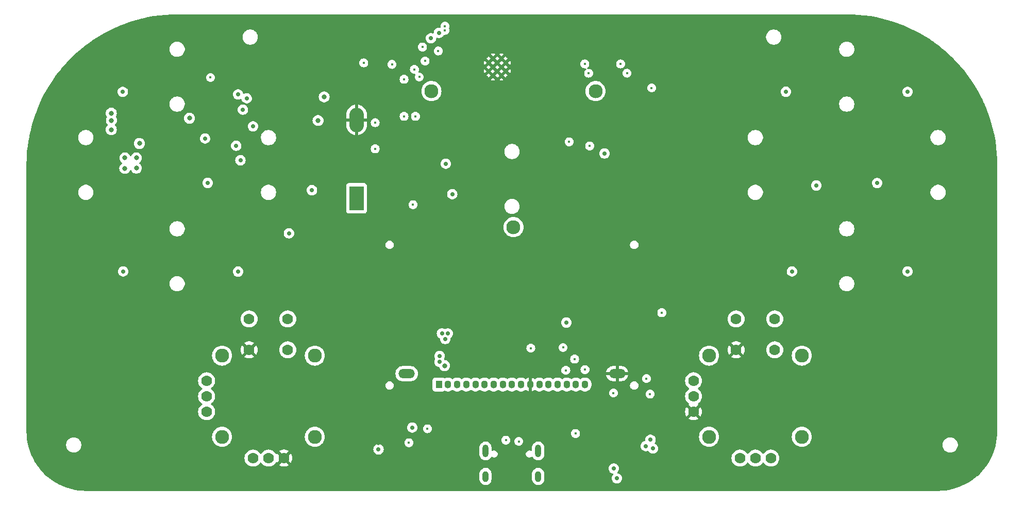
<source format=gbr>
%TF.GenerationSoftware,KiCad,Pcbnew,8.0.5*%
%TF.CreationDate,2025-03-17T23:34:23-04:00*%
%TF.ProjectId,Remote_Controller,52656d6f-7465-45f4-936f-6e74726f6c6c,rev?*%
%TF.SameCoordinates,Original*%
%TF.FileFunction,Copper,L2,Inr*%
%TF.FilePolarity,Positive*%
%FSLAX46Y46*%
G04 Gerber Fmt 4.6, Leading zero omitted, Abs format (unit mm)*
G04 Created by KiCad (PCBNEW 8.0.5) date 2025-03-17 23:34:23*
%MOMM*%
%LPD*%
G01*
G04 APERTURE LIST*
%TA.AperFunction,ComponentPad*%
%ADD10C,1.778000*%
%TD*%
%TA.AperFunction,ComponentPad*%
%ADD11C,2.286000*%
%TD*%
%TA.AperFunction,ComponentPad*%
%ADD12R,1.100000X1.300000*%
%TD*%
%TA.AperFunction,ComponentPad*%
%ADD13O,1.100000X1.300000*%
%TD*%
%TA.AperFunction,ComponentPad*%
%ADD14O,2.700000X1.500000*%
%TD*%
%TA.AperFunction,ComponentPad*%
%ADD15O,1.000000X2.100000*%
%TD*%
%TA.AperFunction,ComponentPad*%
%ADD16O,1.000000X1.800000*%
%TD*%
%TA.AperFunction,HeatsinkPad*%
%ADD17C,0.600000*%
%TD*%
%TA.AperFunction,WasherPad*%
%ADD18C,2.300000*%
%TD*%
%TA.AperFunction,ComponentPad*%
%ADD19R,2.410000X4.020000*%
%TD*%
%TA.AperFunction,ComponentPad*%
%ADD20O,2.410000X4.020000*%
%TD*%
%TA.AperFunction,ViaPad*%
%ADD21C,0.800000*%
%TD*%
%TA.AperFunction,ViaPad*%
%ADD22C,0.450000*%
%TD*%
%TA.AperFunction,ViaPad*%
%ADD23C,0.700000*%
%TD*%
G04 APERTURE END LIST*
D10*
%TO.N,unconnected-(JS302-SEL+-PadB1A)*%
%TO.C,JS302*%
X177825000Y-96300000D03*
%TO.N,N/C*%
X184175000Y-96300000D03*
%TO.N,GND*%
X177825000Y-101380000D03*
%TO.N,N/C*%
X184175000Y-101380000D03*
%TO.N,unconnected-(JS302-H+-PadH1)*%
X178460000Y-119160000D03*
%TO.N,unconnected-(JS302-H-PadH2)*%
X181000000Y-119160000D03*
%TO.N,unconnected-(JS302-H--PadH3)*%
X183540000Y-119160000D03*
D11*
%TO.N,unconnected-(JS302-SHIELD-PadS1)*%
X173380000Y-102332500D03*
%TO.N,unconnected-(JS302-SHIELD_1-PadS2)*%
X173380000Y-115667500D03*
%TO.N,unconnected-(JS302-SHIELD_2-PadS3)*%
X188620000Y-115667500D03*
%TO.N,unconnected-(JS302-SHIELD_3-PadS4)*%
X188620000Y-102332500D03*
D10*
%TO.N,+3V3*%
X170840000Y-106460000D03*
%TO.N,RIGHT_STICK*%
X170840000Y-109000000D03*
%TO.N,GND*%
X170840000Y-111540000D03*
%TD*%
D12*
%TO.N,/[3] User Interface/LV0*%
%TO.C,U301*%
X129000000Y-107082500D03*
D13*
%TO.N,/[3] User Interface/LV1*%
X130500000Y-107082500D03*
%TO.N,/[3] User Interface/LV2*%
X132000000Y-107082500D03*
%TO.N,/[3] User Interface/LV3*%
X133500000Y-107082500D03*
%TO.N,/[3] User Interface/LV4*%
X135000000Y-107082500D03*
%TO.N,/[3] User Interface/LC2-*%
X136500000Y-107082500D03*
%TO.N,/[3] User Interface/LC2+*%
X138000000Y-107082500D03*
%TO.N,/[3] User Interface/LC1+*%
X139500000Y-107082500D03*
%TO.N,/[3] User Interface/LC1-*%
X141000000Y-107082500D03*
%TO.N,/[3] User Interface/LVOUT*%
X142500000Y-107082500D03*
%TO.N,GND*%
X144000000Y-107082500D03*
%TO.N,+3V0*%
X145500000Y-107082500D03*
%TO.N,SPI_COPI*%
X147000000Y-107082500D03*
%TO.N,SPI_CLK*%
X148500000Y-107082500D03*
%TO.N,REGISTER_SELECT*%
X150000000Y-107082500D03*
%TO.N,{slash}RESET*%
X151500000Y-107082500D03*
%TO.N,{slash}CHIP_SELECT*%
X153000000Y-107082500D03*
D14*
%TO.N,+3V0*%
X123700000Y-105282500D03*
%TO.N,GND*%
X158300000Y-105282500D03*
%TD*%
D15*
%TO.N,unconnected-(J201-SHIELD-PadS1)_2*%
%TO.C,J201*%
X136660000Y-118000000D03*
D16*
%TO.N,unconnected-(J201-SHIELD-PadS1)*%
X136660000Y-122180000D03*
D15*
%TO.N,unconnected-(J201-SHIELD-PadS1)_3*%
X145300000Y-118000000D03*
D16*
%TO.N,unconnected-(J201-SHIELD-PadS1)_1*%
X145300000Y-122180000D03*
%TD*%
D10*
%TO.N,unconnected-(JS301-SEL+-PadB1A)*%
%TO.C,JS301*%
X97825000Y-96300000D03*
%TO.N,N/C*%
X104175000Y-96300000D03*
%TO.N,GND*%
X97825000Y-101380000D03*
%TO.N,N/C*%
X104175000Y-101380000D03*
%TO.N,+3V3*%
X98460000Y-119160000D03*
%TO.N,LEFT_STICK*%
X101000000Y-119160000D03*
%TO.N,GND*%
X103540000Y-119160000D03*
D11*
%TO.N,unconnected-(JS301-SHIELD-PadS1)*%
X93380000Y-102332500D03*
%TO.N,unconnected-(JS301-SHIELD_1-PadS2)*%
X93380000Y-115667500D03*
%TO.N,unconnected-(JS301-SHIELD_2-PadS3)*%
X108620000Y-115667500D03*
%TO.N,unconnected-(JS301-SHIELD_3-PadS4)*%
X108620000Y-102332500D03*
D10*
%TO.N,unconnected-(JS301-V+-PadV1)*%
X90840000Y-106460000D03*
%TO.N,unconnected-(JS301-V-PadV2)*%
X90840000Y-109000000D03*
%TO.N,unconnected-(JS301-V--PadV3)*%
X90840000Y-111540000D03*
%TD*%
D17*
%TO.N,GND*%
%TO.C,U202*%
X137180000Y-54200000D03*
X137180000Y-55600000D03*
X137880000Y-53500000D03*
X137880000Y-54900000D03*
X137880000Y-56300000D03*
X138555000Y-54200000D03*
X138555000Y-55600000D03*
X139280000Y-53500000D03*
X139280000Y-54900000D03*
X139280000Y-56300000D03*
X139980000Y-54200000D03*
X139980000Y-55600000D03*
%TD*%
D18*
%TO.N,*%
%TO.C,BT101*%
X127770000Y-58865000D03*
X141260000Y-81215000D03*
X154740000Y-58865000D03*
D19*
%TO.N,+9V*%
X115480000Y-76485000D03*
D20*
%TO.N,GND*%
X115480000Y-63605000D03*
%TD*%
D21*
%TO.N,GND*%
X215000000Y-100000000D03*
X190000000Y-120000000D03*
X180000000Y-115000000D03*
X105000000Y-90000000D03*
X215000000Y-75000000D03*
X80000000Y-105000000D03*
X110000000Y-85000000D03*
D22*
X123425000Y-64025000D03*
D21*
X190000000Y-65000000D03*
X190000000Y-110000000D03*
X144625000Y-115950000D03*
X65000000Y-80000000D03*
X180000000Y-100000000D03*
X200000000Y-115000000D03*
X100000000Y-110000000D03*
X135000000Y-85000000D03*
X65000000Y-115000000D03*
X175000000Y-85000000D03*
X105000000Y-110000000D03*
X90000000Y-115000000D03*
X95000000Y-105000000D03*
X85000000Y-105000000D03*
X110000000Y-120000000D03*
X95000000Y-90000000D03*
X200000000Y-95000000D03*
X120000000Y-80000000D03*
X180000000Y-85000000D03*
D23*
X135000000Y-110625000D03*
D21*
X85000000Y-55000000D03*
X130000000Y-90000000D03*
X118750000Y-112150000D03*
X180000000Y-60000000D03*
D22*
X159075000Y-53450000D03*
D21*
X185000000Y-90000000D03*
D23*
X134375000Y-66500000D03*
D21*
X110000000Y-90000000D03*
X140975000Y-115150000D03*
X100000000Y-95000000D03*
X85000000Y-120000000D03*
D23*
X82500000Y-73575000D03*
X91125000Y-65375000D03*
D21*
X125000000Y-95000000D03*
X80000000Y-100000000D03*
X120000000Y-90000000D03*
X195000000Y-75000000D03*
X195000000Y-100000000D03*
X120000000Y-95000000D03*
X115000000Y-85000000D03*
X180000000Y-95000000D03*
X85000000Y-50000000D03*
X110000000Y-100000000D03*
X155000000Y-65000000D03*
D23*
X96000000Y-83250000D03*
D21*
X195000000Y-110000000D03*
X111800000Y-66225000D03*
X75000000Y-55000000D03*
X85000000Y-95000000D03*
X215000000Y-65000000D03*
X90000000Y-90000000D03*
X200000000Y-50000000D03*
D22*
X90650000Y-57350000D03*
D21*
X200000000Y-120000000D03*
X95000000Y-110000000D03*
X190000000Y-100000000D03*
X210000000Y-65000000D03*
X175000000Y-50000000D03*
X75000000Y-50000000D03*
X205000000Y-105000000D03*
D22*
X127925000Y-52550000D03*
D21*
X185000000Y-80000000D03*
X195000000Y-80000000D03*
X80000000Y-120000000D03*
X200000000Y-90000000D03*
D23*
X133675000Y-102000000D03*
D21*
X85000000Y-80000000D03*
X105000000Y-60000000D03*
X205000000Y-110000000D03*
X140000000Y-90000000D03*
X105000000Y-85000000D03*
X175000000Y-60000000D03*
X90000000Y-50000000D03*
D22*
X128200000Y-46550000D03*
D21*
X200000000Y-110000000D03*
X75000000Y-120000000D03*
X100775000Y-59900000D03*
X175000000Y-55000000D03*
X145000000Y-85000000D03*
X205000000Y-90000000D03*
D23*
X201000000Y-68525000D03*
D21*
X170000000Y-55000000D03*
D22*
X127150000Y-52175000D03*
D21*
X170000000Y-115000000D03*
X75000000Y-80000000D03*
D22*
X130375000Y-69675000D03*
D21*
X132975000Y-103950000D03*
D23*
X163750000Y-113250000D03*
D21*
X170000000Y-95000000D03*
X70000000Y-120000000D03*
X210000000Y-70000000D03*
D22*
X130900000Y-77000000D03*
D21*
X160000000Y-85000000D03*
X80000000Y-90000000D03*
D23*
X163700000Y-111325000D03*
D21*
X90000000Y-85000000D03*
D22*
X128975000Y-46625000D03*
D21*
X75000000Y-110000000D03*
D23*
X206000000Y-82925000D03*
D21*
X110000000Y-105000000D03*
X150875000Y-47175000D03*
X170000000Y-90000000D03*
X180000000Y-110000000D03*
X135000000Y-95000000D03*
X100000000Y-100000000D03*
X85500000Y-70150000D03*
X205000000Y-115000000D03*
X120075000Y-119050000D03*
X85000000Y-85000000D03*
X170000000Y-80000000D03*
X170000000Y-100000000D03*
X75000000Y-95000000D03*
D23*
X156200000Y-77587500D03*
D22*
X125125000Y-64050000D03*
D23*
X96000000Y-53975000D03*
D21*
X195000000Y-115000000D03*
D22*
X149450000Y-66850000D03*
D21*
X105000000Y-115000000D03*
X215000000Y-85000000D03*
X195000000Y-85000000D03*
X70000000Y-90000000D03*
X170000000Y-60000000D03*
D22*
X123700000Y-77700000D03*
D21*
X200000000Y-65000000D03*
X180000000Y-55000000D03*
X100000000Y-90000000D03*
X190000000Y-50000000D03*
X185000000Y-85000000D03*
X112075000Y-69650000D03*
X90000000Y-60000000D03*
X75000000Y-90000000D03*
X105000000Y-50000000D03*
X120000000Y-75000000D03*
D22*
X154625000Y-67250000D03*
D21*
X85000000Y-110000000D03*
D22*
X115600000Y-54250000D03*
D21*
X70000000Y-110000000D03*
X210000000Y-100000000D03*
X80000000Y-115000000D03*
X175000000Y-110000000D03*
X65000000Y-110000000D03*
X85500000Y-71150000D03*
D23*
X121300000Y-61275000D03*
D21*
X195000000Y-65000000D03*
X205000000Y-100000000D03*
X215000000Y-110000000D03*
X70000000Y-95000000D03*
X185000000Y-65000000D03*
X195000000Y-120000000D03*
X205000000Y-60000000D03*
X215000000Y-115000000D03*
X205000000Y-120000000D03*
X90000000Y-55000000D03*
X215000000Y-95000000D03*
X175000000Y-65000000D03*
X210000000Y-105000000D03*
D23*
X186000000Y-53650000D03*
D21*
X115000000Y-90000000D03*
X110000000Y-95000000D03*
D22*
X160725000Y-56600000D03*
D21*
X75000000Y-100000000D03*
X95000000Y-100000000D03*
D23*
X124700000Y-52250000D03*
D21*
X70000000Y-85000000D03*
X80000000Y-95000000D03*
D22*
X152000000Y-54625000D03*
D21*
X200000000Y-85000000D03*
X131600000Y-117775000D03*
X100750000Y-61175000D03*
X160000000Y-75000000D03*
X200000000Y-105000000D03*
X119000000Y-116625000D03*
X170000000Y-120000000D03*
X160000000Y-95000000D03*
X195000000Y-95000000D03*
D22*
X117550000Y-64475000D03*
D21*
X90000000Y-120000000D03*
X175000000Y-70000000D03*
X145000000Y-95000000D03*
X105000000Y-105000000D03*
X100000000Y-50000000D03*
X170000000Y-70000000D03*
X210000000Y-120000000D03*
X90000000Y-95000000D03*
X100000000Y-105000000D03*
D23*
X190975000Y-68600000D03*
D21*
X185000000Y-60000000D03*
X85500000Y-72225000D03*
D23*
X132000000Y-110625000D03*
D21*
X110000000Y-50000000D03*
X205000000Y-65000000D03*
X100000000Y-115000000D03*
X190000000Y-90000000D03*
X80000000Y-50000000D03*
X95000000Y-95000000D03*
X180000000Y-105000000D03*
D22*
X119500000Y-68350000D03*
D21*
X70000000Y-80000000D03*
X160000000Y-100000000D03*
X180000000Y-50000000D03*
X185000000Y-105000000D03*
X190000000Y-80000000D03*
X215000000Y-105000000D03*
X175000000Y-100000000D03*
X75000000Y-85000000D03*
X205000000Y-80000000D03*
X65000000Y-100000000D03*
X65000000Y-75000000D03*
X180000000Y-65000000D03*
X70000000Y-115000000D03*
X180000000Y-80000000D03*
X137525000Y-115900000D03*
X95000000Y-50000000D03*
X150200000Y-117750000D03*
D23*
X133600000Y-103175000D03*
D21*
X95000000Y-120000000D03*
X175000000Y-75000000D03*
X195000000Y-70000000D03*
D23*
X133250000Y-98675000D03*
D21*
X170000000Y-75000000D03*
X125650000Y-108800000D03*
D22*
X164825000Y-58925000D03*
D21*
X185000000Y-75000000D03*
D22*
X127250000Y-46550000D03*
D23*
X123400000Y-52250000D03*
D21*
X120000000Y-70000000D03*
X145000000Y-80000000D03*
X160000000Y-90000000D03*
X210000000Y-60000000D03*
X70000000Y-105000000D03*
X195000000Y-50000000D03*
X210000000Y-115000000D03*
X100400000Y-69325000D03*
X80000000Y-110000000D03*
X170000000Y-85000000D03*
X90000000Y-100000000D03*
X215000000Y-60000000D03*
D22*
X152775000Y-56600000D03*
D21*
X210000000Y-110000000D03*
X210000000Y-80000000D03*
X130000000Y-95000000D03*
X195000000Y-105000000D03*
X210000000Y-55000000D03*
X190000000Y-85000000D03*
X200000000Y-60000000D03*
X75000000Y-60000000D03*
D22*
X90050000Y-69600000D03*
D23*
X133500000Y-110625000D03*
D21*
X65000000Y-90000000D03*
X70000000Y-55000000D03*
X85000000Y-100000000D03*
X170000000Y-65000000D03*
D23*
X129900000Y-46675000D03*
D21*
X185000000Y-110000000D03*
X175000000Y-120000000D03*
X185000000Y-70000000D03*
X215000000Y-90000000D03*
X65000000Y-95000000D03*
X65000000Y-105000000D03*
X200000000Y-100000000D03*
X210000000Y-85000000D03*
X205000000Y-70000000D03*
X80000000Y-80000000D03*
X110000000Y-110000000D03*
D23*
X163725000Y-112225000D03*
D21*
X115000000Y-50000000D03*
X215000000Y-120000000D03*
X75000000Y-115000000D03*
X160000000Y-70000000D03*
X100000000Y-85000000D03*
X125000000Y-90000000D03*
D22*
X97150000Y-58775000D03*
D21*
X160000000Y-80000000D03*
X200000000Y-75000000D03*
X205000000Y-75000000D03*
X195000000Y-55000000D03*
X190000000Y-95000000D03*
X210000000Y-90000000D03*
X190000000Y-105000000D03*
X175000000Y-90000000D03*
X215000000Y-70000000D03*
X210000000Y-95000000D03*
D23*
X130500000Y-110625000D03*
D21*
X205000000Y-95000000D03*
X200000000Y-55000000D03*
X70000000Y-100000000D03*
X75000000Y-105000000D03*
X80000000Y-85000000D03*
D22*
X165875000Y-94250000D03*
D21*
X175000000Y-80000000D03*
X215000000Y-80000000D03*
X200000000Y-80000000D03*
X125000000Y-85000000D03*
X85000000Y-115000000D03*
X115000000Y-60000000D03*
X160000000Y-65000000D03*
X90600000Y-68100000D03*
X170000000Y-50000000D03*
X185000000Y-115000000D03*
X180000000Y-90000000D03*
X175000000Y-95000000D03*
X65000000Y-85000000D03*
X175000000Y-105000000D03*
D23*
%TO.N,VCC*%
X104362500Y-82237500D03*
%TO.N,+3V3*%
X163775000Y-116150000D03*
X187000000Y-88500000D03*
X156200000Y-69112500D03*
X201000000Y-73975000D03*
D21*
X79300000Y-71525000D03*
D22*
X130000000Y-48900000D03*
D23*
X186000000Y-58975000D03*
D21*
X75175000Y-62500000D03*
D23*
X130450000Y-98700000D03*
X127700000Y-50200000D03*
D22*
X130000000Y-48200000D03*
D21*
X79800000Y-67475000D03*
X88025000Y-63325000D03*
D23*
X163000000Y-117200000D03*
X129000000Y-49300000D03*
D21*
X75200000Y-63675000D03*
D23*
X96000000Y-88525000D03*
X77075000Y-59000000D03*
D21*
X77425000Y-69850000D03*
D23*
X206000000Y-88500000D03*
X96000000Y-59425000D03*
X191000000Y-74375000D03*
X108150000Y-75150000D03*
D21*
X79300000Y-69850000D03*
D23*
X164175000Y-117600000D03*
D21*
X77400000Y-71550000D03*
D23*
X130025000Y-99600000D03*
X91000000Y-73950000D03*
X77125000Y-88500000D03*
X129500000Y-98700000D03*
D21*
X75175000Y-65200000D03*
D23*
X206000000Y-59000000D03*
%TO.N,/[1] Power/V_Battery*%
X97425000Y-60050000D03*
X96400000Y-70225000D03*
X98475000Y-64675000D03*
X90575000Y-66650000D03*
%TO.N,+3V0*%
X129125000Y-102375000D03*
X129125000Y-103375000D03*
D21*
X129925000Y-103975000D03*
D23*
%TO.N,VBUS*%
X119075000Y-117725000D03*
X124650000Y-114150000D03*
D22*
%TO.N,/[2] Microcontroller And Bluetooth/ENABLE*%
X124750000Y-77525000D03*
X165625000Y-95275000D03*
%TO.N,RECORD_DATA*%
X152975000Y-54400000D03*
X158850000Y-54400000D03*
%TO.N,LOCK_ROBOT*%
X159900000Y-55925000D03*
X153600000Y-55925000D03*
%TO.N,CONNECT_BT*%
X121300000Y-54475000D03*
X126725000Y-53925000D03*
%TO.N,FUNC_6*%
X124975000Y-55300000D03*
X91475000Y-56625000D03*
%TO.N,FUNC_7*%
X125775000Y-56550000D03*
X123275000Y-56925000D03*
%TO.N,FUNC_8*%
X125150000Y-63025000D03*
X123275000Y-63025000D03*
%TO.N,/[2] Microcontroller And Bluetooth/D_RAW+*%
X140000000Y-116225000D03*
X142124970Y-116425604D03*
D23*
%TO.N,/[1] Power/GATE_B*%
X95700000Y-67850000D03*
X96800000Y-61925000D03*
D22*
%TO.N,/[1] Power/GATE_U*%
X127125000Y-114350000D03*
X124075000Y-116650000D03*
%TO.N,/[2] Microcontroller And Bluetooth/IO0*%
X151450000Y-115125000D03*
X153775000Y-67875000D03*
X157675000Y-108475000D03*
X150400000Y-67200000D03*
D23*
%TO.N,/[2] Microcontroller And Bluetooth/DTR_R*%
X158225000Y-122500000D03*
X157725000Y-120875000D03*
D22*
%TO.N,RIGHT_STICK*%
X163950000Y-58350000D03*
X128900000Y-52275000D03*
%TO.N,LEFT_STICK*%
X118525000Y-68350000D03*
X118525000Y-64050000D03*
X126300000Y-51625000D03*
X116650000Y-54225000D03*
%TO.N,SPI_COPI*%
X144100000Y-101100000D03*
X149400000Y-101000000D03*
D23*
%TO.N,{slash}CHIP_SELECT*%
X149925000Y-96900000D03*
D22*
X153000000Y-104625000D03*
%TO.N,REGISTER_SELECT*%
X151300000Y-102900000D03*
X149850000Y-104750000D03*
%TO.N,/[2] Microcontroller And Bluetooth/UART_RX*%
X163700000Y-108650000D03*
X163100000Y-106100000D03*
D23*
%TO.N,/[1] Power/PWR_SW_CAP*%
X131200000Y-75800000D03*
D21*
%TO.N,/[1] Power/PW_SW_R_G_S*%
X109150000Y-63700000D03*
X110150000Y-59825000D03*
D23*
%TO.N,/[1] Power/PW_SW_R*%
X130150000Y-70800000D03*
%TD*%
%TA.AperFunction,Conductor*%
%TO.N,GND*%
G36*
X196001222Y-46250524D02*
G01*
X196969227Y-46269533D01*
X196974083Y-46269723D01*
X197939420Y-46326652D01*
X197944217Y-46327029D01*
X198906571Y-46421813D01*
X198911388Y-46422383D01*
X199869287Y-46554876D01*
X199874056Y-46555632D01*
X200826027Y-46725633D01*
X200830739Y-46726570D01*
X201775288Y-46933811D01*
X201780012Y-46934945D01*
X202715671Y-47179102D01*
X202720305Y-47180408D01*
X203645692Y-47461122D01*
X203650323Y-47462627D01*
X204563933Y-47779439D01*
X204568471Y-47781113D01*
X205468976Y-48133564D01*
X205473454Y-48135419D01*
X206359413Y-48522946D01*
X206363761Y-48524950D01*
X207233861Y-48946978D01*
X207238199Y-48949189D01*
X208090983Y-49405012D01*
X208095231Y-49407391D01*
X208929488Y-49896357D01*
X208933605Y-49898879D01*
X209681760Y-50377805D01*
X209748025Y-50420224D01*
X209752065Y-50422923D01*
X210153436Y-50702663D01*
X210545395Y-50975843D01*
X210549334Y-50978705D01*
X211320345Y-51562345D01*
X211324140Y-51565337D01*
X212071634Y-52178790D01*
X212075334Y-52181950D01*
X212798170Y-52824277D01*
X212801706Y-52827546D01*
X213202823Y-53213212D01*
X213498783Y-53497773D01*
X213502226Y-53501216D01*
X213649310Y-53654192D01*
X214172451Y-54198291D01*
X214175724Y-54201832D01*
X214662838Y-54750000D01*
X214818047Y-54924663D01*
X214821209Y-54928365D01*
X214856040Y-54970807D01*
X215386172Y-55616774D01*
X215434651Y-55675845D01*
X215437659Y-55679661D01*
X215582354Y-55870808D01*
X216021294Y-56450665D01*
X216024156Y-56454604D01*
X216577070Y-57247925D01*
X216579775Y-57251974D01*
X217101109Y-58066377D01*
X217103653Y-58070529D01*
X217592608Y-58904768D01*
X217594987Y-58909016D01*
X218050810Y-59761800D01*
X218053021Y-59766138D01*
X218256355Y-60185354D01*
X218461911Y-60609151D01*
X218475032Y-60636201D01*
X218477063Y-60640609D01*
X218542676Y-60790612D01*
X218864575Y-61526534D01*
X218866439Y-61531033D01*
X219218880Y-62431513D01*
X219220565Y-62436081D01*
X219537372Y-63349676D01*
X219538877Y-63354307D01*
X219819583Y-64279668D01*
X219820904Y-64284354D01*
X220065052Y-65219982D01*
X220066189Y-65224717D01*
X220273422Y-66169229D01*
X220274372Y-66174004D01*
X220444363Y-67125919D01*
X220445125Y-67130729D01*
X220577615Y-68088606D01*
X220578187Y-68093441D01*
X220672967Y-69055754D01*
X220673349Y-69060608D01*
X220730275Y-70025912D01*
X220730466Y-70030777D01*
X220749476Y-70998777D01*
X220749500Y-71001212D01*
X220749500Y-114798141D01*
X220749443Y-114801886D01*
X220731826Y-115384910D01*
X220731374Y-115392387D01*
X220678753Y-115971442D01*
X220677850Y-115978878D01*
X220590365Y-116553691D01*
X220589015Y-116561058D01*
X220466985Y-117129534D01*
X220465193Y-117136807D01*
X220309054Y-117696906D01*
X220306825Y-117704057D01*
X220117164Y-118253674D01*
X220114508Y-118260678D01*
X219892001Y-118797859D01*
X219888927Y-118804689D01*
X219634396Y-119327446D01*
X219630915Y-119334079D01*
X219345280Y-119840521D01*
X219341405Y-119846931D01*
X219025713Y-120335204D01*
X219021458Y-120341368D01*
X218676867Y-120809680D01*
X218672248Y-120815576D01*
X218300007Y-121262232D01*
X218295040Y-121267839D01*
X217896506Y-121691209D01*
X217891209Y-121696506D01*
X217467839Y-122095040D01*
X217462232Y-122100007D01*
X217015576Y-122472248D01*
X217009680Y-122476867D01*
X216541368Y-122821458D01*
X216535204Y-122825713D01*
X216046931Y-123141405D01*
X216040521Y-123145280D01*
X215534079Y-123430915D01*
X215527446Y-123434396D01*
X215004689Y-123688927D01*
X214997859Y-123692001D01*
X214460678Y-123914508D01*
X214453674Y-123917164D01*
X213904057Y-124106825D01*
X213896906Y-124109054D01*
X213336807Y-124265193D01*
X213329534Y-124266985D01*
X212761058Y-124389015D01*
X212753691Y-124390365D01*
X212178878Y-124477850D01*
X212171442Y-124478753D01*
X211592387Y-124531374D01*
X211584910Y-124531826D01*
X211001886Y-124549443D01*
X210998141Y-124549500D01*
X71001859Y-124549500D01*
X70998114Y-124549443D01*
X70415089Y-124531826D01*
X70407612Y-124531374D01*
X69828557Y-124478753D01*
X69821121Y-124477850D01*
X69246308Y-124390365D01*
X69238941Y-124389015D01*
X68670465Y-124266985D01*
X68663192Y-124265193D01*
X68103093Y-124109054D01*
X68095942Y-124106825D01*
X67546325Y-123917164D01*
X67539321Y-123914508D01*
X67002140Y-123692001D01*
X66995310Y-123688927D01*
X66538766Y-123466635D01*
X66472548Y-123434393D01*
X66465920Y-123430915D01*
X65959478Y-123145280D01*
X65953068Y-123141405D01*
X65738479Y-123002663D01*
X65464782Y-122825704D01*
X65458644Y-122821467D01*
X65264404Y-122678543D01*
X135659499Y-122678543D01*
X135697947Y-122871829D01*
X135697950Y-122871839D01*
X135773364Y-123053907D01*
X135773371Y-123053920D01*
X135882860Y-123217781D01*
X135882863Y-123217785D01*
X136022214Y-123357136D01*
X136022218Y-123357139D01*
X136186079Y-123466628D01*
X136186092Y-123466635D01*
X136368160Y-123542049D01*
X136368165Y-123542051D01*
X136368169Y-123542051D01*
X136368170Y-123542052D01*
X136561456Y-123580500D01*
X136561459Y-123580500D01*
X136758543Y-123580500D01*
X136888582Y-123554632D01*
X136951835Y-123542051D01*
X137133914Y-123466632D01*
X137297782Y-123357139D01*
X137437139Y-123217782D01*
X137546632Y-123053914D01*
X137622051Y-122871835D01*
X137660500Y-122678543D01*
X144299499Y-122678543D01*
X144337947Y-122871829D01*
X144337950Y-122871839D01*
X144413364Y-123053907D01*
X144413371Y-123053920D01*
X144522860Y-123217781D01*
X144522863Y-123217785D01*
X144662214Y-123357136D01*
X144662218Y-123357139D01*
X144826079Y-123466628D01*
X144826092Y-123466635D01*
X145008160Y-123542049D01*
X145008165Y-123542051D01*
X145008169Y-123542051D01*
X145008170Y-123542052D01*
X145201456Y-123580500D01*
X145201459Y-123580500D01*
X145398543Y-123580500D01*
X145528582Y-123554632D01*
X145591835Y-123542051D01*
X145773914Y-123466632D01*
X145937782Y-123357139D01*
X146077139Y-123217782D01*
X146186632Y-123053914D01*
X146262051Y-122871835D01*
X146300500Y-122678541D01*
X146300500Y-121681459D01*
X146300500Y-121681456D01*
X146262052Y-121488170D01*
X146262051Y-121488169D01*
X146262051Y-121488165D01*
X146211241Y-121365497D01*
X146186635Y-121306092D01*
X146186628Y-121306079D01*
X146077139Y-121142218D01*
X146077136Y-121142214D01*
X145937785Y-121002863D01*
X145937781Y-121002860D01*
X145773920Y-120893371D01*
X145773907Y-120893364D01*
X145729572Y-120875000D01*
X156869815Y-120875000D01*
X156888503Y-121052805D01*
X156888504Y-121052807D01*
X156943747Y-121222829D01*
X156943750Y-121222835D01*
X157033141Y-121377665D01*
X157074812Y-121423946D01*
X157152764Y-121510521D01*
X157152767Y-121510523D01*
X157152770Y-121510526D01*
X157297407Y-121615612D01*
X157460733Y-121688329D01*
X157544966Y-121706233D01*
X157606444Y-121739424D01*
X157640221Y-121800586D01*
X157635569Y-121870301D01*
X157611332Y-121910494D01*
X157533140Y-121997335D01*
X157443750Y-122152164D01*
X157443747Y-122152170D01*
X157388504Y-122322192D01*
X157388503Y-122322194D01*
X157369815Y-122500000D01*
X157388503Y-122677805D01*
X157388504Y-122677807D01*
X157443747Y-122847829D01*
X157443750Y-122847835D01*
X157533141Y-123002665D01*
X157574812Y-123048946D01*
X157652764Y-123135521D01*
X157652767Y-123135523D01*
X157652770Y-123135526D01*
X157797407Y-123240612D01*
X157960733Y-123313329D01*
X158135609Y-123350500D01*
X158135610Y-123350500D01*
X158314389Y-123350500D01*
X158314391Y-123350500D01*
X158489267Y-123313329D01*
X158652593Y-123240612D01*
X158797230Y-123135526D01*
X158916859Y-123002665D01*
X159006250Y-122847835D01*
X159061497Y-122677803D01*
X159080185Y-122500000D01*
X159061497Y-122322197D01*
X159006250Y-122152165D01*
X158916859Y-121997335D01*
X158838667Y-121910494D01*
X158797235Y-121864478D01*
X158797232Y-121864476D01*
X158797231Y-121864475D01*
X158797230Y-121864474D01*
X158652593Y-121759388D01*
X158489267Y-121686671D01*
X158489265Y-121686670D01*
X158405036Y-121668767D01*
X158343554Y-121635575D01*
X158309778Y-121574412D01*
X158314430Y-121504697D01*
X158338663Y-121464509D01*
X158416859Y-121377665D01*
X158506250Y-121222835D01*
X158561497Y-121052803D01*
X158580185Y-120875000D01*
X158561497Y-120697197D01*
X158506250Y-120527165D01*
X158416859Y-120372335D01*
X158370003Y-120320296D01*
X158297235Y-120239478D01*
X158297232Y-120239476D01*
X158297231Y-120239475D01*
X158297230Y-120239474D01*
X158152593Y-120134388D01*
X157989267Y-120061671D01*
X157989265Y-120061670D01*
X157861594Y-120034533D01*
X157814391Y-120024500D01*
X157635609Y-120024500D01*
X157604954Y-120031015D01*
X157460733Y-120061670D01*
X157460728Y-120061672D01*
X157297408Y-120134387D01*
X157152768Y-120239475D01*
X157033140Y-120372336D01*
X156943750Y-120527164D01*
X156943747Y-120527170D01*
X156888504Y-120697192D01*
X156888503Y-120697194D01*
X156869815Y-120875000D01*
X145729572Y-120875000D01*
X145591839Y-120817950D01*
X145591829Y-120817947D01*
X145398543Y-120779500D01*
X145398541Y-120779500D01*
X145201459Y-120779500D01*
X145201457Y-120779500D01*
X145008170Y-120817947D01*
X145008160Y-120817950D01*
X144826092Y-120893364D01*
X144826079Y-120893371D01*
X144662218Y-121002860D01*
X144662214Y-121002863D01*
X144522863Y-121142214D01*
X144522860Y-121142218D01*
X144413371Y-121306079D01*
X144413364Y-121306092D01*
X144337950Y-121488160D01*
X144337947Y-121488170D01*
X144299500Y-121681456D01*
X144299500Y-121681459D01*
X144299500Y-122678541D01*
X144299500Y-122678543D01*
X144299499Y-122678543D01*
X137660500Y-122678543D01*
X137660500Y-122678541D01*
X137660500Y-121681459D01*
X137660500Y-121681456D01*
X137622052Y-121488170D01*
X137622051Y-121488169D01*
X137622051Y-121488165D01*
X137571241Y-121365497D01*
X137546635Y-121306092D01*
X137546628Y-121306079D01*
X137437139Y-121142218D01*
X137437136Y-121142214D01*
X137297785Y-121002863D01*
X137297781Y-121002860D01*
X137133920Y-120893371D01*
X137133907Y-120893364D01*
X136951839Y-120817950D01*
X136951829Y-120817947D01*
X136758543Y-120779500D01*
X136758541Y-120779500D01*
X136561459Y-120779500D01*
X136561457Y-120779500D01*
X136368170Y-120817947D01*
X136368160Y-120817950D01*
X136186092Y-120893364D01*
X136186079Y-120893371D01*
X136022218Y-121002860D01*
X136022214Y-121002863D01*
X135882863Y-121142214D01*
X135882860Y-121142218D01*
X135773371Y-121306079D01*
X135773364Y-121306092D01*
X135697950Y-121488160D01*
X135697947Y-121488170D01*
X135659500Y-121681456D01*
X135659500Y-121681459D01*
X135659500Y-122678541D01*
X135659500Y-122678543D01*
X135659499Y-122678543D01*
X65264404Y-122678543D01*
X65083648Y-122545540D01*
X64990319Y-122476867D01*
X64984423Y-122472248D01*
X64537767Y-122100007D01*
X64532160Y-122095040D01*
X64287225Y-121864474D01*
X64108789Y-121696505D01*
X64103493Y-121691209D01*
X63912360Y-121488165D01*
X63704956Y-121267836D01*
X63699992Y-121262232D01*
X63483833Y-121002861D01*
X63327750Y-120815575D01*
X63323132Y-120809680D01*
X63300925Y-120779500D01*
X62978527Y-120341348D01*
X62974300Y-120335224D01*
X62658593Y-119846929D01*
X62654719Y-119840521D01*
X62588876Y-119723779D01*
X62369075Y-119334062D01*
X62365612Y-119327463D01*
X62284071Y-119159994D01*
X97065738Y-119159994D01*
X97065738Y-119160005D01*
X97084753Y-119389484D01*
X97141282Y-119612714D01*
X97233782Y-119823594D01*
X97359728Y-120016370D01*
X97359731Y-120016373D01*
X97515692Y-120185792D01*
X97584668Y-120239478D01*
X97696868Y-120326807D01*
X97697411Y-120327229D01*
X97899931Y-120436828D01*
X98013025Y-120475653D01*
X98117725Y-120511597D01*
X98117727Y-120511597D01*
X98117729Y-120511598D01*
X98344863Y-120549500D01*
X98344864Y-120549500D01*
X98575136Y-120549500D01*
X98575137Y-120549500D01*
X98802271Y-120511598D01*
X98803693Y-120511110D01*
X98810662Y-120508717D01*
X99020069Y-120436828D01*
X99222589Y-120327229D01*
X99404308Y-120185792D01*
X99560269Y-120016373D01*
X99560271Y-120016370D01*
X99626191Y-119915472D01*
X99679337Y-119870115D01*
X99748569Y-119860691D01*
X99811905Y-119890193D01*
X99833809Y-119915472D01*
X99899728Y-120016370D01*
X99899731Y-120016373D01*
X100055692Y-120185792D01*
X100124668Y-120239478D01*
X100236868Y-120326807D01*
X100237411Y-120327229D01*
X100439931Y-120436828D01*
X100553025Y-120475653D01*
X100657725Y-120511597D01*
X100657727Y-120511597D01*
X100657729Y-120511598D01*
X100884863Y-120549500D01*
X100884864Y-120549500D01*
X101115136Y-120549500D01*
X101115137Y-120549500D01*
X101342271Y-120511598D01*
X101343693Y-120511110D01*
X101350662Y-120508717D01*
X101560069Y-120436828D01*
X101762589Y-120327229D01*
X101944308Y-120185792D01*
X102100269Y-120016373D01*
X102166490Y-119915013D01*
X102219636Y-119869657D01*
X102288868Y-119860233D01*
X102352203Y-119889735D01*
X102374108Y-119915013D01*
X102396760Y-119949685D01*
X103102352Y-119244093D01*
X103125792Y-119331571D01*
X103184311Y-119432930D01*
X103267070Y-119515689D01*
X103368429Y-119574208D01*
X103455905Y-119597647D01*
X102749040Y-120304512D01*
X102749040Y-120304514D01*
X102777677Y-120326803D01*
X102777683Y-120326807D01*
X102980131Y-120436367D01*
X102980140Y-120436370D01*
X103197849Y-120511110D01*
X103424905Y-120549000D01*
X103655095Y-120549000D01*
X103882150Y-120511110D01*
X104099859Y-120436370D01*
X104099868Y-120436367D01*
X104302315Y-120326807D01*
X104302316Y-120326806D01*
X104330958Y-120304513D01*
X104330959Y-120304511D01*
X103624095Y-119597647D01*
X103711571Y-119574208D01*
X103812930Y-119515689D01*
X103895689Y-119432930D01*
X103954208Y-119331571D01*
X103977647Y-119244094D01*
X104683238Y-119949685D01*
X104765772Y-119823359D01*
X104765777Y-119823351D01*
X104858242Y-119612553D01*
X104914750Y-119389408D01*
X104914752Y-119389396D01*
X104933760Y-119160005D01*
X104933760Y-119159994D01*
X104914752Y-118930603D01*
X104914750Y-118930591D01*
X104858242Y-118707446D01*
X104832405Y-118648543D01*
X135659499Y-118648543D01*
X135697947Y-118841829D01*
X135697950Y-118841839D01*
X135773364Y-119023907D01*
X135773371Y-119023920D01*
X135882860Y-119187781D01*
X135882863Y-119187785D01*
X136022214Y-119327136D01*
X136022218Y-119327139D01*
X136186079Y-119436628D01*
X136186092Y-119436635D01*
X136368160Y-119512049D01*
X136368165Y-119512051D01*
X136368169Y-119512051D01*
X136368170Y-119512052D01*
X136561456Y-119550500D01*
X136561459Y-119550500D01*
X136758543Y-119550500D01*
X136888582Y-119524632D01*
X136951835Y-119512051D01*
X137133914Y-119436632D01*
X137297782Y-119327139D01*
X137437139Y-119187782D01*
X137546632Y-119023914D01*
X137550540Y-119014478D01*
X137594376Y-118960074D01*
X137660669Y-118938004D01*
X137728369Y-118955279D01*
X137733028Y-118958432D01*
X137736633Y-118960513D01*
X137736635Y-118960515D01*
X137867865Y-119036281D01*
X138014234Y-119075500D01*
X138014236Y-119075500D01*
X138165764Y-119075500D01*
X138165766Y-119075500D01*
X138312135Y-119036281D01*
X138443365Y-118960515D01*
X138550515Y-118853365D01*
X138626281Y-118722135D01*
X138665500Y-118575766D01*
X138665500Y-118424234D01*
X143294500Y-118424234D01*
X143294500Y-118575765D01*
X143333719Y-118722136D01*
X143347377Y-118745792D01*
X143409485Y-118853365D01*
X143516635Y-118960515D01*
X143647865Y-119036281D01*
X143794234Y-119075500D01*
X143794236Y-119075500D01*
X143945764Y-119075500D01*
X143945766Y-119075500D01*
X144092135Y-119036281D01*
X144223365Y-118960515D01*
X144223366Y-118960513D01*
X144230403Y-118956451D01*
X144231749Y-118958783D01*
X144284553Y-118938357D01*
X144353001Y-118952381D01*
X144403001Y-119001185D01*
X144409458Y-119014474D01*
X144413367Y-119023913D01*
X144413371Y-119023920D01*
X144522860Y-119187781D01*
X144522863Y-119187785D01*
X144662214Y-119327136D01*
X144662218Y-119327139D01*
X144826079Y-119436628D01*
X144826092Y-119436635D01*
X145008160Y-119512049D01*
X145008165Y-119512051D01*
X145008169Y-119512051D01*
X145008170Y-119512052D01*
X145201456Y-119550500D01*
X145201459Y-119550500D01*
X145398543Y-119550500D01*
X145528582Y-119524632D01*
X145591835Y-119512051D01*
X145773914Y-119436632D01*
X145937782Y-119327139D01*
X146077139Y-119187782D01*
X146095706Y-119159994D01*
X177065738Y-119159994D01*
X177065738Y-119160005D01*
X177084753Y-119389484D01*
X177141282Y-119612714D01*
X177233782Y-119823594D01*
X177359728Y-120016370D01*
X177359731Y-120016373D01*
X177515692Y-120185792D01*
X177584668Y-120239478D01*
X177696868Y-120326807D01*
X177697411Y-120327229D01*
X177899931Y-120436828D01*
X178013025Y-120475653D01*
X178117725Y-120511597D01*
X178117727Y-120511597D01*
X178117729Y-120511598D01*
X178344863Y-120549500D01*
X178344864Y-120549500D01*
X178575136Y-120549500D01*
X178575137Y-120549500D01*
X178802271Y-120511598D01*
X178803693Y-120511110D01*
X178810662Y-120508717D01*
X179020069Y-120436828D01*
X179222589Y-120327229D01*
X179404308Y-120185792D01*
X179560269Y-120016373D01*
X179560271Y-120016370D01*
X179626191Y-119915472D01*
X179679337Y-119870115D01*
X179748569Y-119860691D01*
X179811905Y-119890193D01*
X179833809Y-119915472D01*
X179899728Y-120016370D01*
X179899731Y-120016373D01*
X180055692Y-120185792D01*
X180124668Y-120239478D01*
X180236868Y-120326807D01*
X180237411Y-120327229D01*
X180439931Y-120436828D01*
X180553025Y-120475653D01*
X180657725Y-120511597D01*
X180657727Y-120511597D01*
X180657729Y-120511598D01*
X180884863Y-120549500D01*
X180884864Y-120549500D01*
X181115136Y-120549500D01*
X181115137Y-120549500D01*
X181342271Y-120511598D01*
X181343693Y-120511110D01*
X181350662Y-120508717D01*
X181560069Y-120436828D01*
X181762589Y-120327229D01*
X181944308Y-120185792D01*
X182100269Y-120016373D01*
X182100271Y-120016370D01*
X182166191Y-119915472D01*
X182219337Y-119870115D01*
X182288569Y-119860691D01*
X182351905Y-119890193D01*
X182373809Y-119915472D01*
X182439728Y-120016370D01*
X182439731Y-120016373D01*
X182595692Y-120185792D01*
X182664668Y-120239478D01*
X182776868Y-120326807D01*
X182777411Y-120327229D01*
X182979931Y-120436828D01*
X183093025Y-120475653D01*
X183197725Y-120511597D01*
X183197727Y-120511597D01*
X183197729Y-120511598D01*
X183424863Y-120549500D01*
X183424864Y-120549500D01*
X183655136Y-120549500D01*
X183655137Y-120549500D01*
X183882271Y-120511598D01*
X183883693Y-120511110D01*
X183890662Y-120508717D01*
X184100069Y-120436828D01*
X184302589Y-120327229D01*
X184484308Y-120185792D01*
X184640269Y-120016373D01*
X184766217Y-119823595D01*
X184858717Y-119612716D01*
X184915246Y-119389488D01*
X184934262Y-119160000D01*
X184922985Y-119023913D01*
X184917732Y-118960512D01*
X184915246Y-118930512D01*
X184858717Y-118707284D01*
X184766217Y-118496405D01*
X184736123Y-118450342D01*
X184640271Y-118303629D01*
X184591362Y-118250500D01*
X184484308Y-118134208D01*
X184362610Y-118039487D01*
X184302591Y-117992772D01*
X184100069Y-117883172D01*
X184100061Y-117883169D01*
X183882274Y-117808402D01*
X183698901Y-117777803D01*
X183655137Y-117770500D01*
X183424863Y-117770500D01*
X183381099Y-117777803D01*
X183197725Y-117808402D01*
X182979938Y-117883169D01*
X182979930Y-117883172D01*
X182777408Y-117992772D01*
X182595694Y-118134206D01*
X182595689Y-118134211D01*
X182439727Y-118303630D01*
X182373808Y-118404528D01*
X182320662Y-118449884D01*
X182251431Y-118459308D01*
X182188095Y-118429806D01*
X182166192Y-118404528D01*
X182100272Y-118303630D01*
X182023017Y-118219709D01*
X181944308Y-118134208D01*
X181822610Y-118039487D01*
X181762591Y-117992772D01*
X181560069Y-117883172D01*
X181560061Y-117883169D01*
X181342274Y-117808402D01*
X181158901Y-117777803D01*
X181115137Y-117770500D01*
X180884863Y-117770500D01*
X180841099Y-117777803D01*
X180657725Y-117808402D01*
X180439938Y-117883169D01*
X180439930Y-117883172D01*
X180237408Y-117992772D01*
X180055694Y-118134206D01*
X180055689Y-118134211D01*
X179899727Y-118303630D01*
X179833808Y-118404528D01*
X179780662Y-118449884D01*
X179711431Y-118459308D01*
X179648095Y-118429806D01*
X179626192Y-118404528D01*
X179560272Y-118303630D01*
X179483017Y-118219709D01*
X179404308Y-118134208D01*
X179282610Y-118039487D01*
X179222591Y-117992772D01*
X179020069Y-117883172D01*
X179020061Y-117883169D01*
X178802274Y-117808402D01*
X178618901Y-117777803D01*
X178575137Y-117770500D01*
X178344863Y-117770500D01*
X178301099Y-117777803D01*
X178117725Y-117808402D01*
X177899938Y-117883169D01*
X177899930Y-117883172D01*
X177697408Y-117992772D01*
X177515694Y-118134206D01*
X177515689Y-118134211D01*
X177359728Y-118303629D01*
X177233782Y-118496405D01*
X177141282Y-118707285D01*
X177084753Y-118930515D01*
X177065738Y-119159994D01*
X146095706Y-119159994D01*
X146186632Y-119023914D01*
X146262051Y-118841835D01*
X146300500Y-118648541D01*
X146300500Y-117351459D01*
X146300500Y-117351456D01*
X146270373Y-117200000D01*
X162144815Y-117200000D01*
X162163503Y-117377805D01*
X162163504Y-117377807D01*
X162218747Y-117547829D01*
X162218750Y-117547835D01*
X162308141Y-117702665D01*
X162328252Y-117725000D01*
X162427764Y-117835521D01*
X162427767Y-117835523D01*
X162427770Y-117835526D01*
X162572407Y-117940612D01*
X162735733Y-118013329D01*
X162910609Y-118050500D01*
X162910610Y-118050500D01*
X163089389Y-118050500D01*
X163089391Y-118050500D01*
X163264267Y-118013329D01*
X163295355Y-117999487D01*
X163364602Y-117990202D01*
X163427879Y-118019830D01*
X163453177Y-118050767D01*
X163483139Y-118102663D01*
X163602764Y-118235521D01*
X163602767Y-118235523D01*
X163602770Y-118235526D01*
X163747407Y-118340612D01*
X163910733Y-118413329D01*
X164085609Y-118450500D01*
X164085610Y-118450500D01*
X164264389Y-118450500D01*
X164264391Y-118450500D01*
X164439267Y-118413329D01*
X164602593Y-118340612D01*
X164747230Y-118235526D01*
X164866859Y-118102665D01*
X164956250Y-117947835D01*
X165011497Y-117777803D01*
X165030185Y-117600000D01*
X165011497Y-117422197D01*
X164977018Y-117316081D01*
X164956252Y-117252170D01*
X164956249Y-117252164D01*
X164946569Y-117235397D01*
X164866859Y-117097335D01*
X164820003Y-117045296D01*
X164747235Y-116964478D01*
X164747232Y-116964476D01*
X164747231Y-116964475D01*
X164747230Y-116964474D01*
X164650805Y-116894416D01*
X164602592Y-116859387D01*
X164525478Y-116825054D01*
X164472241Y-116779804D01*
X164451920Y-116712955D01*
X164468526Y-116649776D01*
X164556250Y-116497835D01*
X164611497Y-116327803D01*
X164630185Y-116150000D01*
X164611497Y-115972197D01*
X164573351Y-115854796D01*
X164556252Y-115802170D01*
X164556249Y-115802164D01*
X164543620Y-115780290D01*
X164478501Y-115667500D01*
X171731418Y-115667500D01*
X171751715Y-115925398D01*
X171812102Y-116176930D01*
X171812104Y-116176936D01*
X171812105Y-116176940D01*
X171815590Y-116185354D01*
X171911102Y-116415941D01*
X172046267Y-116636509D01*
X172046270Y-116636514D01*
X172083585Y-116680204D01*
X172214276Y-116833224D01*
X172335532Y-116936786D01*
X172410985Y-117001229D01*
X172410987Y-117001230D01*
X172410988Y-117001231D01*
X172470341Y-117037602D01*
X172631558Y-117136397D01*
X172678148Y-117155695D01*
X172870560Y-117235395D01*
X173122105Y-117295785D01*
X173380000Y-117316082D01*
X173637895Y-117295785D01*
X173889440Y-117235395D01*
X174128441Y-117136397D01*
X174349012Y-117001231D01*
X174545724Y-116833224D01*
X174713731Y-116636512D01*
X174848897Y-116415941D01*
X174947895Y-116176940D01*
X175008285Y-115925395D01*
X175028582Y-115667500D01*
X186971418Y-115667500D01*
X186991715Y-115925398D01*
X187052102Y-116176930D01*
X187052104Y-116176936D01*
X187052105Y-116176940D01*
X187055590Y-116185354D01*
X187151102Y-116415941D01*
X187286267Y-116636509D01*
X187286270Y-116636514D01*
X187323585Y-116680204D01*
X187454276Y-116833224D01*
X187575532Y-116936786D01*
X187650985Y-117001229D01*
X187650987Y-117001230D01*
X187650988Y-117001231D01*
X187710341Y-117037602D01*
X187871558Y-117136397D01*
X187918148Y-117155695D01*
X188110560Y-117235395D01*
X188362105Y-117295785D01*
X188620000Y-117316082D01*
X188877895Y-117295785D01*
X189129440Y-117235395D01*
X189368441Y-117136397D01*
X189589012Y-117001231D01*
X189705692Y-116901577D01*
X211749500Y-116901577D01*
X211749500Y-117098422D01*
X211780290Y-117292826D01*
X211841117Y-117480029D01*
X211878727Y-117553842D01*
X211930476Y-117655405D01*
X212046172Y-117814646D01*
X212185354Y-117953828D01*
X212344595Y-118069524D01*
X212409638Y-118102665D01*
X212519970Y-118158882D01*
X212519972Y-118158882D01*
X212519975Y-118158884D01*
X212620317Y-118191487D01*
X212707173Y-118219709D01*
X212901578Y-118250500D01*
X212901583Y-118250500D01*
X213098422Y-118250500D01*
X213292826Y-118219709D01*
X213480025Y-118158884D01*
X213655405Y-118069524D01*
X213814646Y-117953828D01*
X213953828Y-117814646D01*
X214069524Y-117655405D01*
X214158884Y-117480025D01*
X214219709Y-117292826D01*
X214228805Y-117235395D01*
X214250500Y-117098422D01*
X214250500Y-116901577D01*
X214219709Y-116707173D01*
X214173343Y-116564475D01*
X214158884Y-116519975D01*
X214158882Y-116519972D01*
X214158882Y-116519970D01*
X214090963Y-116386672D01*
X214069524Y-116344595D01*
X213953828Y-116185354D01*
X213814646Y-116046172D01*
X213655405Y-115930476D01*
X213611735Y-115908225D01*
X213480029Y-115841117D01*
X213292826Y-115780290D01*
X213098422Y-115749500D01*
X213098417Y-115749500D01*
X212901583Y-115749500D01*
X212901578Y-115749500D01*
X212707173Y-115780290D01*
X212519970Y-115841117D01*
X212344594Y-115930476D01*
X212253741Y-115996485D01*
X212185354Y-116046172D01*
X212185352Y-116046174D01*
X212185351Y-116046174D01*
X212046174Y-116185351D01*
X212046174Y-116185352D01*
X212046172Y-116185354D01*
X212017365Y-116225003D01*
X211930476Y-116344594D01*
X211841117Y-116519970D01*
X211780290Y-116707173D01*
X211749500Y-116901577D01*
X189705692Y-116901577D01*
X189785724Y-116833224D01*
X189953731Y-116636512D01*
X190088897Y-116415941D01*
X190187895Y-116176940D01*
X190248285Y-115925395D01*
X190268582Y-115667500D01*
X190248285Y-115409605D01*
X190187895Y-115158060D01*
X190122631Y-115000500D01*
X190088897Y-114919058D01*
X189953732Y-114698490D01*
X189953729Y-114698485D01*
X189830491Y-114554192D01*
X189785724Y-114501776D01*
X189608020Y-114350003D01*
X189589014Y-114333770D01*
X189589009Y-114333767D01*
X189368441Y-114198602D01*
X189129442Y-114099606D01*
X189129444Y-114099606D01*
X189129440Y-114099605D01*
X189129436Y-114099604D01*
X189129430Y-114099602D01*
X188877898Y-114039215D01*
X188620000Y-114018918D01*
X188362101Y-114039215D01*
X188110569Y-114099602D01*
X188110557Y-114099606D01*
X187871558Y-114198602D01*
X187650990Y-114333767D01*
X187650985Y-114333770D01*
X187454276Y-114501776D01*
X187286270Y-114698485D01*
X187286267Y-114698490D01*
X187151102Y-114919058D01*
X187052106Y-115158057D01*
X187052102Y-115158069D01*
X186991715Y-115409601D01*
X186971418Y-115667500D01*
X175028582Y-115667500D01*
X175008285Y-115409605D01*
X174947895Y-115158060D01*
X174882631Y-115000500D01*
X174848897Y-114919058D01*
X174713732Y-114698490D01*
X174713729Y-114698485D01*
X174590491Y-114554192D01*
X174545724Y-114501776D01*
X174368020Y-114350003D01*
X174349014Y-114333770D01*
X174349009Y-114333767D01*
X174128441Y-114198602D01*
X173889442Y-114099606D01*
X173889444Y-114099606D01*
X173889440Y-114099605D01*
X173889436Y-114099604D01*
X173889430Y-114099602D01*
X173637898Y-114039215D01*
X173380000Y-114018918D01*
X173122101Y-114039215D01*
X172870569Y-114099602D01*
X172870557Y-114099606D01*
X172631558Y-114198602D01*
X172410990Y-114333767D01*
X172410985Y-114333770D01*
X172214276Y-114501776D01*
X172046270Y-114698485D01*
X172046267Y-114698490D01*
X171911102Y-114919058D01*
X171812106Y-115158057D01*
X171812102Y-115158069D01*
X171751715Y-115409601D01*
X171731418Y-115667500D01*
X164478501Y-115667500D01*
X164466859Y-115647335D01*
X164394714Y-115567210D01*
X164347235Y-115514478D01*
X164347232Y-115514476D01*
X164347231Y-115514475D01*
X164347230Y-115514474D01*
X164202593Y-115409388D01*
X164039267Y-115336671D01*
X164039265Y-115336670D01*
X163911594Y-115309533D01*
X163864391Y-115299500D01*
X163685609Y-115299500D01*
X163654954Y-115306015D01*
X163510733Y-115336670D01*
X163510728Y-115336672D01*
X163347408Y-115409387D01*
X163202768Y-115514475D01*
X163083140Y-115647336D01*
X162993750Y-115802164D01*
X162993747Y-115802170D01*
X162938504Y-115972192D01*
X162938503Y-115972194D01*
X162919815Y-116150000D01*
X162928453Y-116232188D01*
X162915883Y-116300918D01*
X162868151Y-116351941D01*
X162830914Y-116366439D01*
X162735732Y-116386671D01*
X162735728Y-116386672D01*
X162572408Y-116459387D01*
X162427768Y-116564475D01*
X162308140Y-116697336D01*
X162218750Y-116852164D01*
X162218747Y-116852170D01*
X162163504Y-117022192D01*
X162163503Y-117022194D01*
X162144815Y-117200000D01*
X146270373Y-117200000D01*
X146262052Y-117158170D01*
X146262051Y-117158169D01*
X146262051Y-117158165D01*
X146253204Y-117136807D01*
X146186635Y-116976092D01*
X146186628Y-116976079D01*
X146077139Y-116812218D01*
X146077136Y-116812214D01*
X145937785Y-116672863D01*
X145937781Y-116672860D01*
X145773920Y-116563371D01*
X145773907Y-116563364D01*
X145591839Y-116487950D01*
X145591829Y-116487947D01*
X145398543Y-116449500D01*
X145398541Y-116449500D01*
X145201459Y-116449500D01*
X145201457Y-116449500D01*
X145008170Y-116487947D01*
X145008160Y-116487950D01*
X144826092Y-116563364D01*
X144826079Y-116563371D01*
X144662218Y-116672860D01*
X144662214Y-116672863D01*
X144522863Y-116812214D01*
X144522860Y-116812218D01*
X144413371Y-116976079D01*
X144413364Y-116976092D01*
X144337950Y-117158160D01*
X144337947Y-117158170D01*
X144299500Y-117351456D01*
X144299500Y-117868666D01*
X144279815Y-117935705D01*
X144227011Y-117981460D01*
X144157853Y-117991404D01*
X144113501Y-117976054D01*
X144092137Y-117963719D01*
X143987584Y-117935705D01*
X143945766Y-117924500D01*
X143794234Y-117924500D01*
X143647863Y-117963719D01*
X143516635Y-118039485D01*
X143516632Y-118039487D01*
X143409487Y-118146632D01*
X143409485Y-118146635D01*
X143333719Y-118277863D01*
X143294500Y-118424234D01*
X138665500Y-118424234D01*
X138626281Y-118277865D01*
X138550515Y-118146635D01*
X138443365Y-118039485D01*
X138377750Y-118001602D01*
X138312136Y-117963719D01*
X138238950Y-117944109D01*
X138165766Y-117924500D01*
X138014234Y-117924500D01*
X137867862Y-117963719D01*
X137846499Y-117976054D01*
X137778598Y-117992525D01*
X137712572Y-117969673D01*
X137669382Y-117914751D01*
X137660500Y-117868666D01*
X137660500Y-117351456D01*
X137622052Y-117158170D01*
X137622051Y-117158169D01*
X137622051Y-117158165D01*
X137613204Y-117136807D01*
X137546635Y-116976092D01*
X137546628Y-116976079D01*
X137437139Y-116812218D01*
X137437136Y-116812214D01*
X137297785Y-116672863D01*
X137297781Y-116672860D01*
X137133920Y-116563371D01*
X137133907Y-116563364D01*
X136951839Y-116487950D01*
X136951829Y-116487947D01*
X136758543Y-116449500D01*
X136758541Y-116449500D01*
X136561459Y-116449500D01*
X136561457Y-116449500D01*
X136368170Y-116487947D01*
X136368160Y-116487950D01*
X136186092Y-116563364D01*
X136186079Y-116563371D01*
X136022218Y-116672860D01*
X136022214Y-116672863D01*
X135882863Y-116812214D01*
X135882860Y-116812218D01*
X135773371Y-116976079D01*
X135773364Y-116976092D01*
X135697950Y-117158160D01*
X135697947Y-117158170D01*
X135659500Y-117351456D01*
X135659500Y-117351459D01*
X135659500Y-118648541D01*
X135659500Y-118648543D01*
X135659499Y-118648543D01*
X104832405Y-118648543D01*
X104765774Y-118496642D01*
X104683238Y-118370313D01*
X103977647Y-119075904D01*
X103954208Y-118988429D01*
X103895689Y-118887070D01*
X103812930Y-118804311D01*
X103711571Y-118745792D01*
X103624094Y-118722352D01*
X104330958Y-118015486D01*
X104330958Y-118015484D01*
X104302322Y-117993196D01*
X104302316Y-117993192D01*
X104099868Y-117883632D01*
X104099859Y-117883629D01*
X103882150Y-117808889D01*
X103655095Y-117771000D01*
X103424905Y-117771000D01*
X103197849Y-117808889D01*
X102980140Y-117883629D01*
X102980132Y-117883632D01*
X102777681Y-117993194D01*
X102749040Y-118015485D01*
X102749040Y-118015487D01*
X103455906Y-118722352D01*
X103368429Y-118745792D01*
X103267070Y-118804311D01*
X103184311Y-118887070D01*
X103125792Y-118988429D01*
X103102352Y-119075906D01*
X102396760Y-118370314D01*
X102374108Y-118404986D01*
X102320961Y-118450342D01*
X102251730Y-118459766D01*
X102188394Y-118430264D01*
X102166490Y-118404986D01*
X102166191Y-118404528D01*
X102100269Y-118303627D01*
X101944308Y-118134208D01*
X101822610Y-118039487D01*
X101762591Y-117992772D01*
X101560069Y-117883172D01*
X101560061Y-117883169D01*
X101342274Y-117808402D01*
X101158901Y-117777803D01*
X101115137Y-117770500D01*
X100884863Y-117770500D01*
X100841099Y-117777803D01*
X100657725Y-117808402D01*
X100439938Y-117883169D01*
X100439930Y-117883172D01*
X100237408Y-117992772D01*
X100055694Y-118134206D01*
X100055689Y-118134211D01*
X99899727Y-118303630D01*
X99833808Y-118404528D01*
X99780662Y-118449884D01*
X99711431Y-118459308D01*
X99648095Y-118429806D01*
X99626192Y-118404528D01*
X99560272Y-118303630D01*
X99483017Y-118219709D01*
X99404308Y-118134208D01*
X99282610Y-118039487D01*
X99222591Y-117992772D01*
X99020069Y-117883172D01*
X99020061Y-117883169D01*
X98802274Y-117808402D01*
X98618901Y-117777803D01*
X98575137Y-117770500D01*
X98344863Y-117770500D01*
X98301099Y-117777803D01*
X98117725Y-117808402D01*
X97899938Y-117883169D01*
X97899930Y-117883172D01*
X97697408Y-117992772D01*
X97515694Y-118134206D01*
X97515689Y-118134211D01*
X97359728Y-118303629D01*
X97233782Y-118496405D01*
X97141282Y-118707285D01*
X97084753Y-118930515D01*
X97065738Y-119159994D01*
X62284071Y-119159994D01*
X62111067Y-118804678D01*
X62107998Y-118797859D01*
X62086431Y-118745792D01*
X61885487Y-118260668D01*
X61882835Y-118253674D01*
X61876573Y-118235526D01*
X61693170Y-117704045D01*
X61690945Y-117696906D01*
X61663930Y-117600000D01*
X61534803Y-117136797D01*
X61533014Y-117129534D01*
X61527791Y-117105204D01*
X61484080Y-116901577D01*
X67749500Y-116901577D01*
X67749500Y-117098422D01*
X67780290Y-117292826D01*
X67841117Y-117480029D01*
X67878727Y-117553842D01*
X67930476Y-117655405D01*
X68046172Y-117814646D01*
X68185354Y-117953828D01*
X68344595Y-118069524D01*
X68409638Y-118102665D01*
X68519970Y-118158882D01*
X68519972Y-118158882D01*
X68519975Y-118158884D01*
X68620317Y-118191487D01*
X68707173Y-118219709D01*
X68901578Y-118250500D01*
X68901583Y-118250500D01*
X69098422Y-118250500D01*
X69292826Y-118219709D01*
X69480025Y-118158884D01*
X69655405Y-118069524D01*
X69814646Y-117953828D01*
X69953828Y-117814646D01*
X70018960Y-117725000D01*
X118219815Y-117725000D01*
X118238503Y-117902805D01*
X118238504Y-117902807D01*
X118293747Y-118072829D01*
X118293750Y-118072835D01*
X118383141Y-118227665D01*
X118403702Y-118250500D01*
X118502764Y-118360521D01*
X118502767Y-118360523D01*
X118502770Y-118360526D01*
X118647407Y-118465612D01*
X118810733Y-118538329D01*
X118985609Y-118575500D01*
X118985610Y-118575500D01*
X119164389Y-118575500D01*
X119164391Y-118575500D01*
X119339267Y-118538329D01*
X119502593Y-118465612D01*
X119647230Y-118360526D01*
X119766859Y-118227665D01*
X119856250Y-118072835D01*
X119911497Y-117902803D01*
X119930185Y-117725000D01*
X119911497Y-117547197D01*
X119856458Y-117377805D01*
X119856252Y-117377170D01*
X119856249Y-117377164D01*
X119766859Y-117222335D01*
X119720003Y-117170296D01*
X119647235Y-117089478D01*
X119647232Y-117089476D01*
X119647231Y-117089475D01*
X119647230Y-117089474D01*
X119502593Y-116984388D01*
X119339267Y-116911671D01*
X119339265Y-116911670D01*
X119203388Y-116882789D01*
X119164391Y-116874500D01*
X118985609Y-116874500D01*
X118955932Y-116880808D01*
X118810733Y-116911670D01*
X118810728Y-116911672D01*
X118647408Y-116984387D01*
X118502768Y-117089475D01*
X118383140Y-117222336D01*
X118293750Y-117377164D01*
X118293747Y-117377170D01*
X118238504Y-117547192D01*
X118238503Y-117547194D01*
X118219815Y-117725000D01*
X70018960Y-117725000D01*
X70069524Y-117655405D01*
X70158884Y-117480025D01*
X70219709Y-117292826D01*
X70228805Y-117235395D01*
X70250500Y-117098422D01*
X70250500Y-116901577D01*
X70219709Y-116707173D01*
X70173343Y-116564475D01*
X70158884Y-116519975D01*
X70158882Y-116519972D01*
X70158882Y-116519970D01*
X70090963Y-116386672D01*
X70069524Y-116344595D01*
X69953828Y-116185354D01*
X69814646Y-116046172D01*
X69655405Y-115930476D01*
X69611735Y-115908225D01*
X69480029Y-115841117D01*
X69292826Y-115780290D01*
X69098422Y-115749500D01*
X69098417Y-115749500D01*
X68901583Y-115749500D01*
X68901578Y-115749500D01*
X68707173Y-115780290D01*
X68519970Y-115841117D01*
X68344594Y-115930476D01*
X68253741Y-115996485D01*
X68185354Y-116046172D01*
X68185352Y-116046174D01*
X68185351Y-116046174D01*
X68046174Y-116185351D01*
X68046174Y-116185352D01*
X68046172Y-116185354D01*
X68017365Y-116225003D01*
X67930476Y-116344594D01*
X67841117Y-116519970D01*
X67780290Y-116707173D01*
X67749500Y-116901577D01*
X61484080Y-116901577D01*
X61410983Y-116561055D01*
X61409634Y-116553691D01*
X61407820Y-116541775D01*
X61322148Y-115978876D01*
X61321246Y-115971442D01*
X61321151Y-115970399D01*
X61293626Y-115667500D01*
X91731418Y-115667500D01*
X91751715Y-115925398D01*
X91812102Y-116176930D01*
X91812104Y-116176936D01*
X91812105Y-116176940D01*
X91815590Y-116185354D01*
X91911102Y-116415941D01*
X92046267Y-116636509D01*
X92046270Y-116636514D01*
X92083585Y-116680204D01*
X92214276Y-116833224D01*
X92335532Y-116936786D01*
X92410985Y-117001229D01*
X92410987Y-117001230D01*
X92410988Y-117001231D01*
X92470341Y-117037602D01*
X92631558Y-117136397D01*
X92678148Y-117155695D01*
X92870560Y-117235395D01*
X93122105Y-117295785D01*
X93380000Y-117316082D01*
X93637895Y-117295785D01*
X93889440Y-117235395D01*
X94128441Y-117136397D01*
X94349012Y-117001231D01*
X94545724Y-116833224D01*
X94713731Y-116636512D01*
X94848897Y-116415941D01*
X94947895Y-116176940D01*
X95008285Y-115925395D01*
X95028582Y-115667500D01*
X106971418Y-115667500D01*
X106991715Y-115925398D01*
X107052102Y-116176930D01*
X107052104Y-116176936D01*
X107052105Y-116176940D01*
X107055590Y-116185354D01*
X107151102Y-116415941D01*
X107286267Y-116636509D01*
X107286270Y-116636514D01*
X107323585Y-116680204D01*
X107454276Y-116833224D01*
X107575532Y-116936786D01*
X107650985Y-117001229D01*
X107650987Y-117001230D01*
X107650988Y-117001231D01*
X107710341Y-117037602D01*
X107871558Y-117136397D01*
X107918148Y-117155695D01*
X108110560Y-117235395D01*
X108362105Y-117295785D01*
X108620000Y-117316082D01*
X108877895Y-117295785D01*
X109129440Y-117235395D01*
X109368441Y-117136397D01*
X109589012Y-117001231D01*
X109785724Y-116833224D01*
X109942215Y-116649996D01*
X123344909Y-116649996D01*
X123344909Y-116650003D01*
X123363212Y-116812455D01*
X123363213Y-116812460D01*
X123363214Y-116812461D01*
X123370379Y-116832939D01*
X123417210Y-116966774D01*
X123435833Y-116996412D01*
X123504192Y-117105204D01*
X123619796Y-117220808D01*
X123758225Y-117307789D01*
X123912539Y-117361786D01*
X123912542Y-117361786D01*
X123912544Y-117361787D01*
X124074996Y-117380091D01*
X124075000Y-117380091D01*
X124075004Y-117380091D01*
X124237455Y-117361787D01*
X124237456Y-117361786D01*
X124237461Y-117361786D01*
X124391775Y-117307789D01*
X124530204Y-117220808D01*
X124645808Y-117105204D01*
X124732789Y-116966775D01*
X124786786Y-116812461D01*
X124786787Y-116812455D01*
X124805091Y-116650003D01*
X124805091Y-116649996D01*
X124786787Y-116487544D01*
X124786786Y-116487542D01*
X124786786Y-116487539D01*
X124732789Y-116333225D01*
X124664784Y-116224996D01*
X139269909Y-116224996D01*
X139269909Y-116225003D01*
X139288212Y-116387455D01*
X139342210Y-116541774D01*
X139410215Y-116650003D01*
X139429192Y-116680204D01*
X139544796Y-116795808D01*
X139683225Y-116882789D01*
X139837539Y-116936786D01*
X139837542Y-116936786D01*
X139837544Y-116936787D01*
X139999996Y-116955091D01*
X140000000Y-116955091D01*
X140000004Y-116955091D01*
X140162455Y-116936787D01*
X140162456Y-116936786D01*
X140162461Y-116936786D01*
X140316775Y-116882789D01*
X140455204Y-116795808D01*
X140570808Y-116680204D01*
X140657789Y-116541775D01*
X140698441Y-116425600D01*
X141394879Y-116425600D01*
X141394879Y-116425607D01*
X141413182Y-116588059D01*
X141467180Y-116742378D01*
X141519129Y-116825054D01*
X141554162Y-116880808D01*
X141669766Y-116996412D01*
X141808195Y-117083393D01*
X141962509Y-117137390D01*
X141962512Y-117137390D01*
X141962514Y-117137391D01*
X142124966Y-117155695D01*
X142124970Y-117155695D01*
X142124974Y-117155695D01*
X142287425Y-117137391D01*
X142287426Y-117137390D01*
X142287431Y-117137390D01*
X142441745Y-117083393D01*
X142580174Y-116996412D01*
X142695778Y-116880808D01*
X142782759Y-116742379D01*
X142836756Y-116588065D01*
X142839414Y-116564474D01*
X142855061Y-116425607D01*
X142855061Y-116425600D01*
X142836757Y-116263148D01*
X142836756Y-116263146D01*
X142836756Y-116263143D01*
X142782759Y-116108829D01*
X142695778Y-115970400D01*
X142580174Y-115854796D01*
X142558404Y-115841117D01*
X142441744Y-115767814D01*
X142287425Y-115713816D01*
X142124974Y-115695513D01*
X142124966Y-115695513D01*
X141962514Y-115713816D01*
X141808195Y-115767814D01*
X141669765Y-115854796D01*
X141554162Y-115970399D01*
X141467180Y-116108829D01*
X141413182Y-116263148D01*
X141394879Y-116425600D01*
X140698441Y-116425600D01*
X140711786Y-116387461D01*
X140715788Y-116351941D01*
X140730091Y-116225003D01*
X140730091Y-116224996D01*
X140711787Y-116062544D01*
X140711786Y-116062542D01*
X140711786Y-116062539D01*
X140657789Y-115908225D01*
X140570808Y-115769796D01*
X140455204Y-115654192D01*
X140444291Y-115647335D01*
X140316774Y-115567210D01*
X140166073Y-115514478D01*
X140162461Y-115513214D01*
X140162460Y-115513213D01*
X140162455Y-115513212D01*
X140000004Y-115494909D01*
X139999996Y-115494909D01*
X139837544Y-115513212D01*
X139683225Y-115567210D01*
X139544795Y-115654192D01*
X139429192Y-115769795D01*
X139342210Y-115908225D01*
X139288212Y-116062544D01*
X139269909Y-116224996D01*
X124664784Y-116224996D01*
X124645808Y-116194796D01*
X124530204Y-116079192D01*
X124503701Y-116062539D01*
X124391774Y-115992210D01*
X124237455Y-115938212D01*
X124075004Y-115919909D01*
X124074996Y-115919909D01*
X123912544Y-115938212D01*
X123758225Y-115992210D01*
X123619795Y-116079192D01*
X123504192Y-116194795D01*
X123417210Y-116333225D01*
X123363212Y-116487544D01*
X123344909Y-116649996D01*
X109942215Y-116649996D01*
X109953731Y-116636512D01*
X110088897Y-116415941D01*
X110187895Y-116176940D01*
X110248285Y-115925395D01*
X110268582Y-115667500D01*
X110248285Y-115409605D01*
X110187895Y-115158060D01*
X110174199Y-115124996D01*
X150719909Y-115124996D01*
X150719909Y-115125003D01*
X150738212Y-115287455D01*
X150792210Y-115441774D01*
X150837892Y-115514476D01*
X150879192Y-115580204D01*
X150994796Y-115695808D01*
X151133225Y-115782789D01*
X151287539Y-115836786D01*
X151287542Y-115836786D01*
X151287544Y-115836787D01*
X151449996Y-115855091D01*
X151450000Y-115855091D01*
X151450004Y-115855091D01*
X151612455Y-115836787D01*
X151612456Y-115836786D01*
X151612461Y-115836786D01*
X151766775Y-115782789D01*
X151905204Y-115695808D01*
X152020808Y-115580204D01*
X152107789Y-115441775D01*
X152161786Y-115287461D01*
X152176366Y-115158060D01*
X152180091Y-115125003D01*
X152180091Y-115124996D01*
X152161787Y-114962544D01*
X152161786Y-114962542D01*
X152161786Y-114962539D01*
X152107789Y-114808225D01*
X152020808Y-114669796D01*
X151905204Y-114554192D01*
X151815503Y-114497829D01*
X151766774Y-114467210D01*
X151612455Y-114413212D01*
X151450004Y-114394909D01*
X151449996Y-114394909D01*
X151287544Y-114413212D01*
X151133225Y-114467210D01*
X150994795Y-114554192D01*
X150879192Y-114669795D01*
X150792210Y-114808225D01*
X150738212Y-114962544D01*
X150719909Y-115124996D01*
X110174199Y-115124996D01*
X110122631Y-115000500D01*
X110088897Y-114919058D01*
X109953732Y-114698490D01*
X109953729Y-114698485D01*
X109830491Y-114554192D01*
X109785724Y-114501776D01*
X109608020Y-114350003D01*
X109589014Y-114333770D01*
X109589009Y-114333767D01*
X109368441Y-114198602D01*
X109251105Y-114150000D01*
X123794815Y-114150000D01*
X123813503Y-114327805D01*
X123813504Y-114327807D01*
X123868747Y-114497829D01*
X123868750Y-114497835D01*
X123958141Y-114652665D01*
X123970845Y-114666774D01*
X124077764Y-114785521D01*
X124077767Y-114785523D01*
X124077770Y-114785526D01*
X124222407Y-114890612D01*
X124385733Y-114963329D01*
X124560609Y-115000500D01*
X124560610Y-115000500D01*
X124739389Y-115000500D01*
X124739391Y-115000500D01*
X124914267Y-114963329D01*
X125077593Y-114890612D01*
X125222230Y-114785526D01*
X125341859Y-114652665D01*
X125431250Y-114497835D01*
X125479286Y-114349996D01*
X126394909Y-114349996D01*
X126394909Y-114350003D01*
X126413212Y-114512455D01*
X126467210Y-114666774D01*
X126487139Y-114698490D01*
X126554192Y-114805204D01*
X126669796Y-114920808D01*
X126808225Y-115007789D01*
X126962539Y-115061786D01*
X126962542Y-115061786D01*
X126962544Y-115061787D01*
X127124996Y-115080091D01*
X127125000Y-115080091D01*
X127125004Y-115080091D01*
X127287455Y-115061787D01*
X127287456Y-115061786D01*
X127287461Y-115061786D01*
X127441775Y-115007789D01*
X127580204Y-114920808D01*
X127695808Y-114805204D01*
X127782789Y-114666775D01*
X127836786Y-114512461D01*
X127838435Y-114497829D01*
X127855091Y-114350003D01*
X127855091Y-114349996D01*
X127836787Y-114187544D01*
X127836786Y-114187542D01*
X127836786Y-114187539D01*
X127782789Y-114033225D01*
X127695808Y-113894796D01*
X127580204Y-113779192D01*
X127441774Y-113692210D01*
X127287455Y-113638212D01*
X127125004Y-113619909D01*
X127124996Y-113619909D01*
X126962544Y-113638212D01*
X126808225Y-113692210D01*
X126669795Y-113779192D01*
X126554192Y-113894795D01*
X126467210Y-114033225D01*
X126413212Y-114187544D01*
X126394909Y-114349996D01*
X125479286Y-114349996D01*
X125486497Y-114327803D01*
X125505185Y-114150000D01*
X125486497Y-113972197D01*
X125431250Y-113802165D01*
X125341859Y-113647335D01*
X125295003Y-113595296D01*
X125222235Y-113514478D01*
X125222232Y-113514476D01*
X125222231Y-113514475D01*
X125222230Y-113514474D01*
X125077593Y-113409388D01*
X124914267Y-113336671D01*
X124914265Y-113336670D01*
X124786594Y-113309533D01*
X124739391Y-113299500D01*
X124560609Y-113299500D01*
X124529954Y-113306015D01*
X124385733Y-113336670D01*
X124385728Y-113336672D01*
X124222408Y-113409387D01*
X124077768Y-113514475D01*
X123958140Y-113647336D01*
X123868750Y-113802164D01*
X123868747Y-113802170D01*
X123813504Y-113972192D01*
X123813503Y-113972194D01*
X123794815Y-114150000D01*
X109251105Y-114150000D01*
X109129442Y-114099606D01*
X109129444Y-114099606D01*
X109129440Y-114099605D01*
X109129436Y-114099604D01*
X109129430Y-114099602D01*
X108877898Y-114039215D01*
X108620000Y-114018918D01*
X108362101Y-114039215D01*
X108110569Y-114099602D01*
X108110557Y-114099606D01*
X107871558Y-114198602D01*
X107650990Y-114333767D01*
X107650985Y-114333770D01*
X107454276Y-114501776D01*
X107286270Y-114698485D01*
X107286267Y-114698490D01*
X107151102Y-114919058D01*
X107052106Y-115158057D01*
X107052102Y-115158069D01*
X106991715Y-115409601D01*
X106971418Y-115667500D01*
X95028582Y-115667500D01*
X95008285Y-115409605D01*
X94947895Y-115158060D01*
X94882631Y-115000500D01*
X94848897Y-114919058D01*
X94713732Y-114698490D01*
X94713729Y-114698485D01*
X94590491Y-114554192D01*
X94545724Y-114501776D01*
X94368020Y-114350003D01*
X94349014Y-114333770D01*
X94349009Y-114333767D01*
X94128441Y-114198602D01*
X93889442Y-114099606D01*
X93889444Y-114099606D01*
X93889440Y-114099605D01*
X93889436Y-114099604D01*
X93889430Y-114099602D01*
X93637898Y-114039215D01*
X93380000Y-114018918D01*
X93122101Y-114039215D01*
X92870569Y-114099602D01*
X92870557Y-114099606D01*
X92631558Y-114198602D01*
X92410990Y-114333767D01*
X92410985Y-114333770D01*
X92214276Y-114501776D01*
X92046270Y-114698485D01*
X92046267Y-114698490D01*
X91911102Y-114919058D01*
X91812106Y-115158057D01*
X91812102Y-115158069D01*
X91751715Y-115409601D01*
X91731418Y-115667500D01*
X61293626Y-115667500D01*
X61268623Y-115392364D01*
X61268174Y-115384932D01*
X61250557Y-114801886D01*
X61250500Y-114798141D01*
X61250500Y-106459994D01*
X89445738Y-106459994D01*
X89445738Y-106460005D01*
X89464753Y-106689484D01*
X89521282Y-106912714D01*
X89613782Y-107123594D01*
X89739728Y-107316370D01*
X89739731Y-107316373D01*
X89895692Y-107485792D01*
X89996565Y-107564304D01*
X90081459Y-107630380D01*
X90080476Y-107631641D01*
X90121183Y-107679349D01*
X90130600Y-107748581D01*
X90101092Y-107811914D01*
X90081136Y-107829205D01*
X90081459Y-107829620D01*
X89895694Y-107974206D01*
X89895689Y-107974211D01*
X89739728Y-108143629D01*
X89613782Y-108336405D01*
X89521282Y-108547285D01*
X89464753Y-108770515D01*
X89445738Y-108999994D01*
X89445738Y-109000005D01*
X89464753Y-109229484D01*
X89521282Y-109452714D01*
X89613782Y-109663594D01*
X89739728Y-109856370D01*
X89739731Y-109856373D01*
X89895692Y-110025792D01*
X90012591Y-110116778D01*
X90081459Y-110170380D01*
X90080476Y-110171641D01*
X90121183Y-110219349D01*
X90130600Y-110288581D01*
X90101092Y-110351914D01*
X90081136Y-110369205D01*
X90081459Y-110369620D01*
X89895694Y-110514206D01*
X89895689Y-110514211D01*
X89739728Y-110683629D01*
X89613782Y-110876405D01*
X89521282Y-111087285D01*
X89464753Y-111310515D01*
X89445738Y-111539994D01*
X89445738Y-111540005D01*
X89464753Y-111769484D01*
X89521282Y-111992714D01*
X89613782Y-112203594D01*
X89739728Y-112396370D01*
X89739731Y-112396373D01*
X89895692Y-112565792D01*
X90009139Y-112654091D01*
X90076868Y-112706807D01*
X90077411Y-112707229D01*
X90279931Y-112816828D01*
X90393025Y-112855653D01*
X90497725Y-112891597D01*
X90497727Y-112891597D01*
X90497729Y-112891598D01*
X90724863Y-112929500D01*
X90724864Y-112929500D01*
X90955136Y-112929500D01*
X90955137Y-112929500D01*
X91182271Y-112891598D01*
X91183693Y-112891110D01*
X91190662Y-112888717D01*
X91400069Y-112816828D01*
X91602589Y-112707229D01*
X91784308Y-112565792D01*
X91940269Y-112396373D01*
X92066217Y-112203595D01*
X92158717Y-111992716D01*
X92215246Y-111769488D01*
X92234262Y-111540000D01*
X92215246Y-111310512D01*
X92158717Y-111087284D01*
X92066217Y-110876405D01*
X91940271Y-110683629D01*
X91913355Y-110654390D01*
X91784308Y-110514208D01*
X91631775Y-110395487D01*
X91598541Y-110369620D01*
X91599525Y-110368354D01*
X91558824Y-110320670D01*
X91549396Y-110251439D01*
X91578893Y-110188102D01*
X91598865Y-110170796D01*
X91598541Y-110170380D01*
X91635174Y-110141866D01*
X91784308Y-110025792D01*
X91940269Y-109856373D01*
X92066217Y-109663595D01*
X92158717Y-109452716D01*
X92215246Y-109229488D01*
X92230466Y-109045808D01*
X92234262Y-109000005D01*
X92234262Y-108999994D01*
X92218722Y-108812461D01*
X92215246Y-108770512D01*
X92158717Y-108547284D01*
X92127009Y-108474996D01*
X156944909Y-108474996D01*
X156944909Y-108475003D01*
X156963212Y-108637455D01*
X157017210Y-108791774D01*
X157017211Y-108791775D01*
X157104192Y-108930204D01*
X157219796Y-109045808D01*
X157358225Y-109132789D01*
X157512539Y-109186786D01*
X157512542Y-109186786D01*
X157512544Y-109186787D01*
X157674996Y-109205091D01*
X157675000Y-109205091D01*
X157675004Y-109205091D01*
X157837455Y-109186787D01*
X157837456Y-109186786D01*
X157837461Y-109186786D01*
X157991775Y-109132789D01*
X158130204Y-109045808D01*
X158245808Y-108930204D01*
X158332789Y-108791775D01*
X158382400Y-108649996D01*
X162969909Y-108649996D01*
X162969909Y-108650003D01*
X162988212Y-108812455D01*
X163042210Y-108966774D01*
X163063091Y-109000005D01*
X163129192Y-109105204D01*
X163244796Y-109220808D01*
X163383225Y-109307789D01*
X163537539Y-109361786D01*
X163537542Y-109361786D01*
X163537544Y-109361787D01*
X163699996Y-109380091D01*
X163700000Y-109380091D01*
X163700004Y-109380091D01*
X163862455Y-109361787D01*
X163862456Y-109361786D01*
X163862461Y-109361786D01*
X164016775Y-109307789D01*
X164155204Y-109220808D01*
X164270808Y-109105204D01*
X164357789Y-108966775D01*
X164411786Y-108812461D01*
X164414117Y-108791774D01*
X164430091Y-108650003D01*
X164430091Y-108649996D01*
X164411787Y-108487544D01*
X164411786Y-108487542D01*
X164411786Y-108487539D01*
X164357789Y-108333225D01*
X164270808Y-108194796D01*
X164155204Y-108079192D01*
X164130059Y-108063392D01*
X164016774Y-107992210D01*
X163862455Y-107938212D01*
X163700004Y-107919909D01*
X163699996Y-107919909D01*
X163537544Y-107938212D01*
X163383225Y-107992210D01*
X163244795Y-108079192D01*
X163129192Y-108194795D01*
X163042210Y-108333225D01*
X162988212Y-108487544D01*
X162969909Y-108649996D01*
X158382400Y-108649996D01*
X158386786Y-108637461D01*
X158386787Y-108637455D01*
X158405091Y-108475003D01*
X158405091Y-108474996D01*
X158386787Y-108312544D01*
X158386786Y-108312542D01*
X158386786Y-108312539D01*
X158332789Y-108158225D01*
X158245808Y-108019796D01*
X158130204Y-107904192D01*
X158049175Y-107853278D01*
X157991774Y-107817210D01*
X157837455Y-107763212D01*
X157675004Y-107744909D01*
X157674996Y-107744909D01*
X157512544Y-107763212D01*
X157358225Y-107817210D01*
X157219795Y-107904192D01*
X157104192Y-108019795D01*
X157017210Y-108158225D01*
X156963212Y-108312544D01*
X156944909Y-108474996D01*
X92127009Y-108474996D01*
X92066217Y-108336405D01*
X92050625Y-108312539D01*
X91940271Y-108143629D01*
X91880952Y-108079192D01*
X91784308Y-107974208D01*
X91628928Y-107853271D01*
X91598541Y-107829620D01*
X91599525Y-107828354D01*
X91558824Y-107780670D01*
X91549396Y-107711439D01*
X91578893Y-107648102D01*
X91598865Y-107630796D01*
X91598541Y-107630380D01*
X91635174Y-107601866D01*
X91784308Y-107485792D01*
X91940269Y-107316373D01*
X91949989Y-107301495D01*
X120199499Y-107301495D01*
X120226418Y-107436822D01*
X120226421Y-107436832D01*
X120279221Y-107564304D01*
X120279228Y-107564317D01*
X120355885Y-107679041D01*
X120355888Y-107679045D01*
X120453454Y-107776611D01*
X120453458Y-107776614D01*
X120568182Y-107853271D01*
X120568195Y-107853278D01*
X120691114Y-107904192D01*
X120695672Y-107906080D01*
X120695676Y-107906080D01*
X120695677Y-107906081D01*
X120831004Y-107933000D01*
X120831007Y-107933000D01*
X120968995Y-107933000D01*
X121060041Y-107914889D01*
X121104328Y-107906080D01*
X121231811Y-107853275D01*
X121346542Y-107776614D01*
X121444114Y-107679042D01*
X121520775Y-107564311D01*
X121573580Y-107436828D01*
X121600500Y-107301493D01*
X121600500Y-107163507D01*
X121600500Y-107163504D01*
X121573581Y-107028177D01*
X121573580Y-107028176D01*
X121573580Y-107028172D01*
X121573578Y-107028167D01*
X121520778Y-106900695D01*
X121520771Y-106900682D01*
X121444114Y-106785958D01*
X121444111Y-106785954D01*
X121346545Y-106688388D01*
X121346541Y-106688385D01*
X121231817Y-106611728D01*
X121231804Y-106611721D01*
X121104332Y-106558921D01*
X121104322Y-106558918D01*
X120968995Y-106532000D01*
X120968993Y-106532000D01*
X120831007Y-106532000D01*
X120831005Y-106532000D01*
X120695677Y-106558918D01*
X120695667Y-106558921D01*
X120568195Y-106611721D01*
X120568182Y-106611728D01*
X120453458Y-106688385D01*
X120453454Y-106688388D01*
X120355888Y-106785954D01*
X120355885Y-106785958D01*
X120279228Y-106900682D01*
X120279221Y-106900695D01*
X120226421Y-107028167D01*
X120226418Y-107028177D01*
X120199500Y-107163504D01*
X120199500Y-107163507D01*
X120199500Y-107301493D01*
X120199500Y-107301495D01*
X120199499Y-107301495D01*
X91949989Y-107301495D01*
X92066217Y-107123595D01*
X92158717Y-106912716D01*
X92215246Y-106689488D01*
X92228213Y-106533000D01*
X92234262Y-106460005D01*
X92234262Y-106459994D01*
X92215728Y-106236328D01*
X92215246Y-106230512D01*
X92158717Y-106007284D01*
X92066217Y-105796405D01*
X92043959Y-105762337D01*
X91940271Y-105603629D01*
X91791674Y-105442210D01*
X91784308Y-105434208D01*
X91657052Y-105335161D01*
X91602591Y-105292772D01*
X91401741Y-105184077D01*
X121849500Y-105184077D01*
X121849500Y-105380922D01*
X121880290Y-105575326D01*
X121941117Y-105762529D01*
X122027467Y-105932000D01*
X122030476Y-105937905D01*
X122146172Y-106097146D01*
X122285354Y-106236328D01*
X122444595Y-106352024D01*
X122508598Y-106384635D01*
X122619970Y-106441382D01*
X122619972Y-106441382D01*
X122619975Y-106441384D01*
X122720317Y-106473987D01*
X122807173Y-106502209D01*
X123001578Y-106533000D01*
X123001583Y-106533000D01*
X124398422Y-106533000D01*
X124592826Y-106502209D01*
X124594328Y-106501721D01*
X124780025Y-106441384D01*
X124891402Y-106384635D01*
X127949500Y-106384635D01*
X127949500Y-107780370D01*
X127949501Y-107780376D01*
X127955908Y-107839983D01*
X128006202Y-107974828D01*
X128006206Y-107974835D01*
X128092452Y-108090044D01*
X128092455Y-108090047D01*
X128207664Y-108176293D01*
X128207671Y-108176297D01*
X128342517Y-108226591D01*
X128342516Y-108226591D01*
X128349444Y-108227335D01*
X128402127Y-108233000D01*
X129597872Y-108232999D01*
X129657483Y-108226591D01*
X129792331Y-108176296D01*
X129865656Y-108121404D01*
X129931119Y-108096987D01*
X129998422Y-108111314D01*
X130002400Y-108113440D01*
X130002401Y-108113440D01*
X130002402Y-108113441D01*
X130193580Y-108192630D01*
X130364315Y-108226591D01*
X130396530Y-108232999D01*
X130396534Y-108233000D01*
X130396535Y-108233000D01*
X130603466Y-108233000D01*
X130603467Y-108232999D01*
X130806420Y-108192630D01*
X130997598Y-108113441D01*
X131169655Y-107998477D01*
X131169660Y-107998471D01*
X131171329Y-107997103D01*
X131172378Y-107996657D01*
X131174721Y-107995092D01*
X131175017Y-107995536D01*
X131235637Y-107969786D01*
X131304506Y-107981573D01*
X131328671Y-107997103D01*
X131330343Y-107998475D01*
X131330345Y-107998477D01*
X131502402Y-108113441D01*
X131693580Y-108192630D01*
X131864315Y-108226591D01*
X131896530Y-108232999D01*
X131896534Y-108233000D01*
X131896535Y-108233000D01*
X132103466Y-108233000D01*
X132103467Y-108232999D01*
X132306420Y-108192630D01*
X132497598Y-108113441D01*
X132669655Y-107998477D01*
X132669660Y-107998471D01*
X132671329Y-107997103D01*
X132672378Y-107996657D01*
X132674721Y-107995092D01*
X132675017Y-107995536D01*
X132735637Y-107969786D01*
X132804506Y-107981573D01*
X132828671Y-107997103D01*
X132830343Y-107998475D01*
X132830345Y-107998477D01*
X133002402Y-108113441D01*
X133193580Y-108192630D01*
X133364315Y-108226591D01*
X133396530Y-108232999D01*
X133396534Y-108233000D01*
X133396535Y-108233000D01*
X133603466Y-108233000D01*
X133603467Y-108232999D01*
X133806420Y-108192630D01*
X133997598Y-108113441D01*
X134169655Y-107998477D01*
X134169660Y-107998471D01*
X134171329Y-107997103D01*
X134172378Y-107996657D01*
X134174721Y-107995092D01*
X134175017Y-107995536D01*
X134235637Y-107969786D01*
X134304506Y-107981573D01*
X134328671Y-107997103D01*
X134330343Y-107998475D01*
X134330345Y-107998477D01*
X134502402Y-108113441D01*
X134693580Y-108192630D01*
X134864315Y-108226591D01*
X134896530Y-108232999D01*
X134896534Y-108233000D01*
X134896535Y-108233000D01*
X135103466Y-108233000D01*
X135103467Y-108232999D01*
X135306420Y-108192630D01*
X135497598Y-108113441D01*
X135669655Y-107998477D01*
X135669660Y-107998471D01*
X135671329Y-107997103D01*
X135672378Y-107996657D01*
X135674721Y-107995092D01*
X135675017Y-107995536D01*
X135735637Y-107969786D01*
X135804506Y-107981573D01*
X135828671Y-107997103D01*
X135830343Y-107998475D01*
X135830345Y-107998477D01*
X136002402Y-108113441D01*
X136193580Y-108192630D01*
X136364315Y-108226591D01*
X136396530Y-108232999D01*
X136396534Y-108233000D01*
X136396535Y-108233000D01*
X136603466Y-108233000D01*
X136603467Y-108232999D01*
X136806420Y-108192630D01*
X136997598Y-108113441D01*
X137169655Y-107998477D01*
X137169660Y-107998471D01*
X137171329Y-107997103D01*
X137172378Y-107996657D01*
X137174721Y-107995092D01*
X137175017Y-107995536D01*
X137235637Y-107969786D01*
X137304506Y-107981573D01*
X137328671Y-107997103D01*
X137330343Y-107998475D01*
X137330345Y-107998477D01*
X137502402Y-108113441D01*
X137693580Y-108192630D01*
X137864315Y-108226591D01*
X137896530Y-108232999D01*
X137896534Y-108233000D01*
X137896535Y-108233000D01*
X138103466Y-108233000D01*
X138103467Y-108232999D01*
X138306420Y-108192630D01*
X138497598Y-108113441D01*
X138669655Y-107998477D01*
X138669660Y-107998471D01*
X138671329Y-107997103D01*
X138672378Y-107996657D01*
X138674721Y-107995092D01*
X138675017Y-107995536D01*
X138735637Y-107969786D01*
X138804506Y-107981573D01*
X138828671Y-107997103D01*
X138830343Y-107998475D01*
X138830345Y-107998477D01*
X139002402Y-108113441D01*
X139193580Y-108192630D01*
X139364315Y-108226591D01*
X139396530Y-108232999D01*
X139396534Y-108233000D01*
X139396535Y-108233000D01*
X139603466Y-108233000D01*
X139603467Y-108232999D01*
X139806420Y-108192630D01*
X139997598Y-108113441D01*
X140169655Y-107998477D01*
X140169660Y-107998471D01*
X140171329Y-107997103D01*
X140172378Y-107996657D01*
X140174721Y-107995092D01*
X140175017Y-107995536D01*
X140235637Y-107969786D01*
X140304506Y-107981573D01*
X140328671Y-107997103D01*
X140330343Y-107998475D01*
X140330345Y-107998477D01*
X140502402Y-108113441D01*
X140693580Y-108192630D01*
X140864315Y-108226591D01*
X140896530Y-108232999D01*
X140896534Y-108233000D01*
X140896535Y-108233000D01*
X141103466Y-108233000D01*
X141103467Y-108232999D01*
X141306420Y-108192630D01*
X141497598Y-108113441D01*
X141669655Y-107998477D01*
X141669660Y-107998471D01*
X141671329Y-107997103D01*
X141672378Y-107996657D01*
X141674721Y-107995092D01*
X141675017Y-107995536D01*
X141735637Y-107969786D01*
X141804506Y-107981573D01*
X141828671Y-107997103D01*
X141830343Y-107998475D01*
X141830345Y-107998477D01*
X142002402Y-108113441D01*
X142193580Y-108192630D01*
X142364315Y-108226591D01*
X142396530Y-108232999D01*
X142396534Y-108233000D01*
X142396535Y-108233000D01*
X142603466Y-108233000D01*
X142603467Y-108232999D01*
X142806420Y-108192630D01*
X142997598Y-108113441D01*
X143169655Y-107998477D01*
X143169668Y-107998463D01*
X143171717Y-107996783D01*
X143173016Y-107996230D01*
X143174721Y-107995092D01*
X143174936Y-107995415D01*
X143236024Y-107969462D01*
X143304893Y-107981244D01*
X143329060Y-107996773D01*
X143330663Y-107998089D01*
X143502631Y-108112994D01*
X143502641Y-108112999D01*
X143693723Y-108192148D01*
X143693725Y-108192149D01*
X143750000Y-108203342D01*
X143750000Y-107327475D01*
X143785095Y-107362570D01*
X143864905Y-107408648D01*
X143953922Y-107432500D01*
X144046078Y-107432500D01*
X144135095Y-107408648D01*
X144214905Y-107362570D01*
X144250000Y-107327475D01*
X144250000Y-108203342D01*
X144306274Y-108192149D01*
X144306276Y-108192148D01*
X144497358Y-108112999D01*
X144497368Y-108112994D01*
X144669326Y-107998095D01*
X144670923Y-107996785D01*
X144671925Y-107996358D01*
X144674401Y-107994705D01*
X144674714Y-107995174D01*
X144735228Y-107969462D01*
X144804098Y-107981242D01*
X144828267Y-107996772D01*
X144830342Y-107998475D01*
X144830345Y-107998477D01*
X145002402Y-108113441D01*
X145193580Y-108192630D01*
X145364315Y-108226591D01*
X145396530Y-108232999D01*
X145396534Y-108233000D01*
X145396535Y-108233000D01*
X145603466Y-108233000D01*
X145603467Y-108232999D01*
X145806420Y-108192630D01*
X145997598Y-108113441D01*
X146169655Y-107998477D01*
X146169660Y-107998471D01*
X146171329Y-107997103D01*
X146172378Y-107996657D01*
X146174721Y-107995092D01*
X146175017Y-107995536D01*
X146235637Y-107969786D01*
X146304506Y-107981573D01*
X146328671Y-107997103D01*
X146330343Y-107998475D01*
X146330345Y-107998477D01*
X146502402Y-108113441D01*
X146693580Y-108192630D01*
X146864315Y-108226591D01*
X146896530Y-108232999D01*
X146896534Y-108233000D01*
X146896535Y-108233000D01*
X147103466Y-108233000D01*
X147103467Y-108232999D01*
X147306420Y-108192630D01*
X147497598Y-108113441D01*
X147669655Y-107998477D01*
X147669660Y-107998471D01*
X147671329Y-107997103D01*
X147672378Y-107996657D01*
X147674721Y-107995092D01*
X147675017Y-107995536D01*
X147735637Y-107969786D01*
X147804506Y-107981573D01*
X147828671Y-107997103D01*
X147830343Y-107998475D01*
X147830345Y-107998477D01*
X148002402Y-108113441D01*
X148193580Y-108192630D01*
X148364315Y-108226591D01*
X148396530Y-108232999D01*
X148396534Y-108233000D01*
X148396535Y-108233000D01*
X148603466Y-108233000D01*
X148603467Y-108232999D01*
X148806420Y-108192630D01*
X148997598Y-108113441D01*
X149169655Y-107998477D01*
X149169660Y-107998471D01*
X149171329Y-107997103D01*
X149172378Y-107996657D01*
X149174721Y-107995092D01*
X149175017Y-107995536D01*
X149235637Y-107969786D01*
X149304506Y-107981573D01*
X149328671Y-107997103D01*
X149330343Y-107998475D01*
X149330345Y-107998477D01*
X149502402Y-108113441D01*
X149693580Y-108192630D01*
X149864315Y-108226591D01*
X149896530Y-108232999D01*
X149896534Y-108233000D01*
X149896535Y-108233000D01*
X150103466Y-108233000D01*
X150103467Y-108232999D01*
X150306420Y-108192630D01*
X150497598Y-108113441D01*
X150669655Y-107998477D01*
X150669660Y-107998471D01*
X150671329Y-107997103D01*
X150672378Y-107996657D01*
X150674721Y-107995092D01*
X150675017Y-107995536D01*
X150735637Y-107969786D01*
X150804506Y-107981573D01*
X150828671Y-107997103D01*
X150830343Y-107998475D01*
X150830345Y-107998477D01*
X151002402Y-108113441D01*
X151193580Y-108192630D01*
X151364315Y-108226591D01*
X151396530Y-108232999D01*
X151396534Y-108233000D01*
X151396535Y-108233000D01*
X151603466Y-108233000D01*
X151603467Y-108232999D01*
X151806420Y-108192630D01*
X151997598Y-108113441D01*
X152169655Y-107998477D01*
X152169660Y-107998471D01*
X152171329Y-107997103D01*
X152172378Y-107996657D01*
X152174721Y-107995092D01*
X152175017Y-107995536D01*
X152235637Y-107969786D01*
X152304506Y-107981573D01*
X152328671Y-107997103D01*
X152330343Y-107998475D01*
X152330345Y-107998477D01*
X152502402Y-108113441D01*
X152693580Y-108192630D01*
X152864315Y-108226591D01*
X152896530Y-108232999D01*
X152896534Y-108233000D01*
X152896535Y-108233000D01*
X153103466Y-108233000D01*
X153103467Y-108232999D01*
X153306420Y-108192630D01*
X153497598Y-108113441D01*
X153669655Y-107998477D01*
X153815977Y-107852155D01*
X153930941Y-107680098D01*
X154010130Y-107488920D01*
X154047411Y-107301495D01*
X160399499Y-107301495D01*
X160426418Y-107436822D01*
X160426421Y-107436832D01*
X160479221Y-107564304D01*
X160479228Y-107564317D01*
X160555885Y-107679041D01*
X160555888Y-107679045D01*
X160653454Y-107776611D01*
X160653458Y-107776614D01*
X160768182Y-107853271D01*
X160768195Y-107853278D01*
X160891114Y-107904192D01*
X160895672Y-107906080D01*
X160895676Y-107906080D01*
X160895677Y-107906081D01*
X161031004Y-107933000D01*
X161031007Y-107933000D01*
X161168995Y-107933000D01*
X161260041Y-107914889D01*
X161304328Y-107906080D01*
X161431811Y-107853275D01*
X161546542Y-107776614D01*
X161644114Y-107679042D01*
X161720775Y-107564311D01*
X161773580Y-107436828D01*
X161800500Y-107301493D01*
X161800500Y-107163507D01*
X161800500Y-107163504D01*
X161773581Y-107028177D01*
X161773580Y-107028176D01*
X161773580Y-107028172D01*
X161773578Y-107028167D01*
X161720778Y-106900695D01*
X161720771Y-106900682D01*
X161644114Y-106785958D01*
X161644111Y-106785954D01*
X161546545Y-106688388D01*
X161546541Y-106688385D01*
X161431817Y-106611728D01*
X161431804Y-106611721D01*
X161304332Y-106558921D01*
X161304322Y-106558918D01*
X161168995Y-106532000D01*
X161168993Y-106532000D01*
X161031007Y-106532000D01*
X161031005Y-106532000D01*
X160895677Y-106558918D01*
X160895667Y-106558921D01*
X160768195Y-106611721D01*
X160768182Y-106611728D01*
X160653458Y-106688385D01*
X160653454Y-106688388D01*
X160555888Y-106785954D01*
X160555885Y-106785958D01*
X160479228Y-106900682D01*
X160479221Y-106900695D01*
X160426421Y-107028167D01*
X160426418Y-107028177D01*
X160399500Y-107163504D01*
X160399500Y-107163507D01*
X160399500Y-107301493D01*
X160399500Y-107301495D01*
X160399499Y-107301495D01*
X154047411Y-107301495D01*
X154050500Y-107285965D01*
X154050500Y-106879035D01*
X154010130Y-106676080D01*
X153930941Y-106484902D01*
X153815977Y-106312845D01*
X153815975Y-106312842D01*
X153669657Y-106166524D01*
X153497599Y-106051560D01*
X153497598Y-106051559D01*
X153478371Y-106043595D01*
X153306420Y-105972370D01*
X153306412Y-105972368D01*
X153103469Y-105932000D01*
X153103465Y-105932000D01*
X152896535Y-105932000D01*
X152896530Y-105932000D01*
X152693587Y-105972368D01*
X152693579Y-105972370D01*
X152502403Y-106051558D01*
X152330343Y-106166523D01*
X152328662Y-106167904D01*
X152327608Y-106168351D01*
X152325279Y-106169908D01*
X152324983Y-106169466D01*
X152264351Y-106195215D01*
X152195484Y-106183421D01*
X152171338Y-106167904D01*
X152169656Y-106166523D01*
X151997599Y-106051560D01*
X151997598Y-106051559D01*
X151978371Y-106043595D01*
X151806420Y-105972370D01*
X151806412Y-105972368D01*
X151603469Y-105932000D01*
X151603465Y-105932000D01*
X151396535Y-105932000D01*
X151396530Y-105932000D01*
X151193587Y-105972368D01*
X151193579Y-105972370D01*
X151002403Y-106051558D01*
X150830343Y-106166523D01*
X150828662Y-106167904D01*
X150827608Y-106168351D01*
X150825279Y-106169908D01*
X150824983Y-106169466D01*
X150764351Y-106195215D01*
X150695484Y-106183421D01*
X150671338Y-106167904D01*
X150669656Y-106166523D01*
X150497599Y-106051560D01*
X150497598Y-106051559D01*
X150478371Y-106043595D01*
X150306420Y-105972370D01*
X150306412Y-105972368D01*
X150103469Y-105932000D01*
X150103465Y-105932000D01*
X149896535Y-105932000D01*
X149896530Y-105932000D01*
X149693587Y-105972368D01*
X149693579Y-105972370D01*
X149502403Y-106051558D01*
X149330343Y-106166523D01*
X149328662Y-106167904D01*
X149327608Y-106168351D01*
X149325279Y-106169908D01*
X149324983Y-106169466D01*
X149264351Y-106195215D01*
X149195484Y-106183421D01*
X149171338Y-106167904D01*
X149169656Y-106166523D01*
X148997599Y-106051560D01*
X148997598Y-106051559D01*
X148978371Y-106043595D01*
X148806420Y-105972370D01*
X148806412Y-105972368D01*
X148603469Y-105932000D01*
X148603465Y-105932000D01*
X148396535Y-105932000D01*
X148396530Y-105932000D01*
X148193587Y-105972368D01*
X148193579Y-105972370D01*
X148002403Y-106051558D01*
X147830343Y-106166523D01*
X147828662Y-106167904D01*
X147827608Y-106168351D01*
X147825279Y-106169908D01*
X147824983Y-106169466D01*
X147764351Y-106195215D01*
X147695484Y-106183421D01*
X147671338Y-106167904D01*
X147669656Y-106166523D01*
X147497599Y-106051560D01*
X147497598Y-106051559D01*
X147478371Y-106043595D01*
X147306420Y-105972370D01*
X147306412Y-105972368D01*
X147103469Y-105932000D01*
X147103465Y-105932000D01*
X146896535Y-105932000D01*
X146896530Y-105932000D01*
X146693587Y-105972368D01*
X146693579Y-105972370D01*
X146502403Y-106051558D01*
X146330343Y-106166523D01*
X146328662Y-106167904D01*
X146327608Y-106168351D01*
X146325279Y-106169908D01*
X146324983Y-106169466D01*
X146264351Y-106195215D01*
X146195484Y-106183421D01*
X146171338Y-106167904D01*
X146169656Y-106166523D01*
X145997599Y-106051560D01*
X145997598Y-106051559D01*
X145978371Y-106043595D01*
X145806420Y-105972370D01*
X145806412Y-105972368D01*
X145603469Y-105932000D01*
X145603465Y-105932000D01*
X145396535Y-105932000D01*
X145396530Y-105932000D01*
X145193587Y-105972368D01*
X145193579Y-105972370D01*
X145002402Y-106051558D01*
X144830338Y-106166527D01*
X144828259Y-106168234D01*
X144826958Y-106168786D01*
X144825281Y-106169907D01*
X144825068Y-106169588D01*
X144763947Y-106195541D01*
X144695080Y-106183742D01*
X144670940Y-106168227D01*
X144669336Y-106166910D01*
X144497368Y-106052005D01*
X144497358Y-106052000D01*
X144306272Y-105972849D01*
X144306267Y-105972847D01*
X144250000Y-105961655D01*
X144250000Y-106837525D01*
X144214905Y-106802430D01*
X144135095Y-106756352D01*
X144046078Y-106732500D01*
X143953922Y-106732500D01*
X143864905Y-106756352D01*
X143785095Y-106802430D01*
X143750000Y-106837525D01*
X143750000Y-105961656D01*
X143749999Y-105961655D01*
X143693732Y-105972847D01*
X143693727Y-105972849D01*
X143502641Y-106052000D01*
X143502631Y-106052005D01*
X143330663Y-106166910D01*
X143329060Y-106168227D01*
X143328055Y-106168653D01*
X143325599Y-106170295D01*
X143325287Y-106169829D01*
X143264749Y-106195539D01*
X143195882Y-106183747D01*
X143171734Y-106168228D01*
X143169662Y-106166528D01*
X143169655Y-106166523D01*
X142997598Y-106051559D01*
X142978371Y-106043595D01*
X142806420Y-105972370D01*
X142806412Y-105972368D01*
X142603469Y-105932000D01*
X142603465Y-105932000D01*
X142396535Y-105932000D01*
X142396530Y-105932000D01*
X142193587Y-105972368D01*
X142193579Y-105972370D01*
X142002403Y-106051558D01*
X141830343Y-106166523D01*
X141828662Y-106167904D01*
X141827608Y-106168351D01*
X141825279Y-106169908D01*
X141824983Y-106169466D01*
X141764351Y-106195215D01*
X141695484Y-106183421D01*
X141671338Y-106167904D01*
X141669656Y-106166523D01*
X141497599Y-106051560D01*
X141497598Y-106051559D01*
X141478371Y-106043595D01*
X141306420Y-105972370D01*
X141306412Y-105972368D01*
X141103469Y-105932000D01*
X141103465Y-105932000D01*
X140896535Y-105932000D01*
X140896530Y-105932000D01*
X140693587Y-105972368D01*
X140693579Y-105972370D01*
X140502403Y-106051558D01*
X140330343Y-106166523D01*
X140328662Y-106167904D01*
X140327608Y-106168351D01*
X140325279Y-106169908D01*
X140324983Y-106169466D01*
X140264351Y-106195215D01*
X140195484Y-106183421D01*
X140171338Y-106167904D01*
X140169656Y-106166523D01*
X139997599Y-106051560D01*
X139997598Y-106051559D01*
X139978371Y-106043595D01*
X139806420Y-105972370D01*
X139806412Y-105972368D01*
X139603469Y-105932000D01*
X139603465Y-105932000D01*
X139396535Y-105932000D01*
X139396530Y-105932000D01*
X139193587Y-105972368D01*
X139193579Y-105972370D01*
X139002403Y-106051558D01*
X138830343Y-106166523D01*
X138828662Y-106167904D01*
X138827608Y-106168351D01*
X138825279Y-106169908D01*
X138824983Y-106169466D01*
X138764351Y-106195215D01*
X138695484Y-106183421D01*
X138671338Y-106167904D01*
X138669656Y-106166523D01*
X138497599Y-106051560D01*
X138497598Y-106051559D01*
X138478371Y-106043595D01*
X138306420Y-105972370D01*
X138306412Y-105972368D01*
X138103469Y-105932000D01*
X138103465Y-105932000D01*
X137896535Y-105932000D01*
X137896530Y-105932000D01*
X137693587Y-105972368D01*
X137693579Y-105972370D01*
X137502403Y-106051558D01*
X137330343Y-106166523D01*
X137328662Y-106167904D01*
X137327608Y-106168351D01*
X137325279Y-106169908D01*
X137324983Y-106169466D01*
X137264351Y-106195215D01*
X137195484Y-106183421D01*
X137171338Y-106167904D01*
X137169656Y-106166523D01*
X136997599Y-106051560D01*
X136997598Y-106051559D01*
X136978371Y-106043595D01*
X136806420Y-105972370D01*
X136806412Y-105972368D01*
X136603469Y-105932000D01*
X136603465Y-105932000D01*
X136396535Y-105932000D01*
X136396530Y-105932000D01*
X136193587Y-105972368D01*
X136193579Y-105972370D01*
X136002403Y-106051558D01*
X135830343Y-106166523D01*
X135828662Y-106167904D01*
X135827608Y-106168351D01*
X135825279Y-106169908D01*
X135824983Y-106169466D01*
X135764351Y-106195215D01*
X135695484Y-106183421D01*
X135671338Y-106167904D01*
X135669656Y-106166523D01*
X135497599Y-106051560D01*
X135497598Y-106051559D01*
X135478371Y-106043595D01*
X135306420Y-105972370D01*
X135306412Y-105972368D01*
X135103469Y-105932000D01*
X135103465Y-105932000D01*
X134896535Y-105932000D01*
X134896530Y-105932000D01*
X134693587Y-105972368D01*
X134693579Y-105972370D01*
X134502403Y-106051558D01*
X134330343Y-106166523D01*
X134328662Y-106167904D01*
X134327608Y-106168351D01*
X134325279Y-106169908D01*
X134324983Y-106169466D01*
X134264351Y-106195215D01*
X134195484Y-106183421D01*
X134171338Y-106167904D01*
X134169656Y-106166523D01*
X133997599Y-106051560D01*
X133997598Y-106051559D01*
X133978371Y-106043595D01*
X133806420Y-105972370D01*
X133806412Y-105972368D01*
X133603469Y-105932000D01*
X133603465Y-105932000D01*
X133396535Y-105932000D01*
X133396530Y-105932000D01*
X133193587Y-105972368D01*
X133193579Y-105972370D01*
X133002403Y-106051558D01*
X132830343Y-106166523D01*
X132828662Y-106167904D01*
X132827608Y-106168351D01*
X132825279Y-106169908D01*
X132824983Y-106169466D01*
X132764351Y-106195215D01*
X132695484Y-106183421D01*
X132671338Y-106167904D01*
X132669656Y-106166523D01*
X132497599Y-106051560D01*
X132497598Y-106051559D01*
X132478371Y-106043595D01*
X132306420Y-105972370D01*
X132306412Y-105972368D01*
X132103469Y-105932000D01*
X132103465Y-105932000D01*
X131896535Y-105932000D01*
X131896530Y-105932000D01*
X131693587Y-105972368D01*
X131693579Y-105972370D01*
X131502403Y-106051558D01*
X131330343Y-106166523D01*
X131328662Y-106167904D01*
X131327608Y-106168351D01*
X131325279Y-106169908D01*
X131324983Y-106169466D01*
X131264351Y-106195215D01*
X131195484Y-106183421D01*
X131171338Y-106167904D01*
X131169656Y-106166523D01*
X130997599Y-106051560D01*
X130997598Y-106051559D01*
X130978371Y-106043595D01*
X130806420Y-105972370D01*
X130806412Y-105972368D01*
X130603469Y-105932000D01*
X130603465Y-105932000D01*
X130396535Y-105932000D01*
X130396530Y-105932000D01*
X130193587Y-105972368D01*
X130193579Y-105972370D01*
X130002396Y-106051560D01*
X129998413Y-106053690D01*
X129930009Y-106067928D01*
X129865656Y-106043595D01*
X129854987Y-106035608D01*
X129792331Y-105988704D01*
X129792329Y-105988703D01*
X129792328Y-105988702D01*
X129657482Y-105938408D01*
X129657483Y-105938408D01*
X129597883Y-105932001D01*
X129597881Y-105932000D01*
X129597873Y-105932000D01*
X129597864Y-105932000D01*
X128402129Y-105932000D01*
X128402123Y-105932001D01*
X128342516Y-105938408D01*
X128207671Y-105988702D01*
X128207664Y-105988706D01*
X128092455Y-106074952D01*
X128092452Y-106074955D01*
X128006206Y-106190164D01*
X128006202Y-106190171D01*
X127955908Y-106325017D01*
X127949501Y-106384616D01*
X127949500Y-106384635D01*
X124891402Y-106384635D01*
X124955405Y-106352024D01*
X125114646Y-106236328D01*
X125253828Y-106097146D01*
X125369524Y-105937905D01*
X125458884Y-105762525D01*
X125519709Y-105575326D01*
X125537692Y-105461786D01*
X125550500Y-105380922D01*
X125550500Y-105184077D01*
X125519709Y-104989673D01*
X125469823Y-104836142D01*
X125458884Y-104802475D01*
X125458882Y-104802472D01*
X125458882Y-104802470D01*
X125380118Y-104647888D01*
X125369524Y-104627095D01*
X125253828Y-104467854D01*
X125114646Y-104328672D01*
X124955405Y-104212976D01*
X124780029Y-104123617D01*
X124592826Y-104062790D01*
X124398422Y-104032000D01*
X124398417Y-104032000D01*
X123001583Y-104032000D01*
X123001578Y-104032000D01*
X122807173Y-104062790D01*
X122619970Y-104123617D01*
X122444594Y-104212976D01*
X122353741Y-104278985D01*
X122285354Y-104328672D01*
X122285352Y-104328674D01*
X122285351Y-104328674D01*
X122146174Y-104467851D01*
X122146174Y-104467852D01*
X122146172Y-104467854D01*
X122145937Y-104468178D01*
X122030476Y-104627094D01*
X121941117Y-104802470D01*
X121880290Y-104989673D01*
X121849500Y-105184077D01*
X91401741Y-105184077D01*
X91400069Y-105183172D01*
X91400061Y-105183169D01*
X91182274Y-105108402D01*
X91011920Y-105079975D01*
X90955137Y-105070500D01*
X90724863Y-105070500D01*
X90679436Y-105078080D01*
X90497725Y-105108402D01*
X90279938Y-105183169D01*
X90279930Y-105183172D01*
X90077408Y-105292772D01*
X89895694Y-105434206D01*
X89895689Y-105434211D01*
X89739728Y-105603629D01*
X89613782Y-105796405D01*
X89521282Y-106007285D01*
X89464753Y-106230515D01*
X89445738Y-106459994D01*
X61250500Y-106459994D01*
X61250500Y-102332500D01*
X91731418Y-102332500D01*
X91751715Y-102590398D01*
X91812102Y-102841930D01*
X91812106Y-102841942D01*
X91911102Y-103080941D01*
X92046267Y-103301509D01*
X92046270Y-103301514D01*
X92046781Y-103302112D01*
X92214276Y-103498224D01*
X92340191Y-103605765D01*
X92410985Y-103666229D01*
X92410990Y-103666232D01*
X92631558Y-103801397D01*
X92716057Y-103836397D01*
X92870560Y-103900395D01*
X93122105Y-103960785D01*
X93380000Y-103981082D01*
X93637895Y-103960785D01*
X93889440Y-103900395D01*
X94128441Y-103801397D01*
X94349012Y-103666231D01*
X94545724Y-103498224D01*
X94713731Y-103301512D01*
X94848897Y-103080941D01*
X94947895Y-102841940D01*
X95008285Y-102590395D01*
X95028582Y-102332500D01*
X95008285Y-102074605D01*
X94947895Y-101823060D01*
X94878823Y-101656306D01*
X94848897Y-101584058D01*
X94746385Y-101416774D01*
X94723846Y-101379994D01*
X96431240Y-101379994D01*
X96431240Y-101380005D01*
X96450247Y-101609396D01*
X96450249Y-101609408D01*
X96506757Y-101832553D01*
X96599223Y-102043352D01*
X96681760Y-102169685D01*
X97382861Y-101468584D01*
X97405667Y-101553694D01*
X97464910Y-101656306D01*
X97548694Y-101740090D01*
X97651306Y-101799333D01*
X97736414Y-101822138D01*
X97034040Y-102524512D01*
X97034040Y-102524514D01*
X97062677Y-102546803D01*
X97062683Y-102546807D01*
X97265131Y-102656367D01*
X97265140Y-102656370D01*
X97482849Y-102731110D01*
X97709905Y-102769000D01*
X97940095Y-102769000D01*
X98167150Y-102731110D01*
X98384859Y-102656370D01*
X98384868Y-102656367D01*
X98587315Y-102546807D01*
X98587316Y-102546806D01*
X98615958Y-102524513D01*
X98615959Y-102524511D01*
X97913585Y-101822137D01*
X97998694Y-101799333D01*
X98101306Y-101740090D01*
X98185090Y-101656306D01*
X98244333Y-101553694D01*
X98267138Y-101468585D01*
X98968238Y-102169685D01*
X99050772Y-102043359D01*
X99050777Y-102043351D01*
X99143242Y-101832553D01*
X99199750Y-101609408D01*
X99199752Y-101609396D01*
X99218760Y-101380005D01*
X99218760Y-101379994D01*
X102780738Y-101379994D01*
X102780738Y-101380005D01*
X102799753Y-101609484D01*
X102856282Y-101832714D01*
X102948782Y-102043594D01*
X103074728Y-102236370D01*
X103074731Y-102236373D01*
X103230692Y-102405792D01*
X103280805Y-102444796D01*
X103411868Y-102546807D01*
X103412411Y-102547229D01*
X103614931Y-102656828D01*
X103728025Y-102695653D01*
X103832725Y-102731597D01*
X103832727Y-102731597D01*
X103832729Y-102731598D01*
X104059863Y-102769500D01*
X104059864Y-102769500D01*
X104290136Y-102769500D01*
X104290137Y-102769500D01*
X104517271Y-102731598D01*
X104518693Y-102731110D01*
X104542814Y-102722829D01*
X104735069Y-102656828D01*
X104937589Y-102547229D01*
X105119308Y-102405792D01*
X105186778Y-102332500D01*
X106971418Y-102332500D01*
X106991715Y-102590398D01*
X107052102Y-102841930D01*
X107052106Y-102841942D01*
X107151102Y-103080941D01*
X107286267Y-103301509D01*
X107286270Y-103301514D01*
X107286781Y-103302112D01*
X107454276Y-103498224D01*
X107580191Y-103605765D01*
X107650985Y-103666229D01*
X107650990Y-103666232D01*
X107871558Y-103801397D01*
X107956057Y-103836397D01*
X108110560Y-103900395D01*
X108362105Y-103960785D01*
X108620000Y-103981082D01*
X108877895Y-103960785D01*
X109129440Y-103900395D01*
X109368441Y-103801397D01*
X109589012Y-103666231D01*
X109785724Y-103498224D01*
X109953731Y-103301512D01*
X110088897Y-103080941D01*
X110187895Y-102841940D01*
X110248285Y-102590395D01*
X110265237Y-102375000D01*
X128269815Y-102375000D01*
X128288503Y-102552805D01*
X128288504Y-102552807D01*
X128343750Y-102722836D01*
X128395806Y-102813000D01*
X128412279Y-102880900D01*
X128395806Y-102937000D01*
X128343750Y-103027163D01*
X128288504Y-103197192D01*
X128288503Y-103197194D01*
X128269815Y-103375000D01*
X128288503Y-103552805D01*
X128288504Y-103552807D01*
X128343747Y-103722829D01*
X128343750Y-103722835D01*
X128433141Y-103877665D01*
X128453609Y-103900397D01*
X128552764Y-104010521D01*
X128552767Y-104010523D01*
X128552770Y-104010526D01*
X128697407Y-104115612D01*
X128860733Y-104188329D01*
X128860735Y-104188329D01*
X128860736Y-104188330D01*
X128921464Y-104201237D01*
X128991299Y-104216081D01*
X129052780Y-104249273D01*
X129083449Y-104299053D01*
X129097818Y-104343277D01*
X129097821Y-104343284D01*
X129192467Y-104507216D01*
X129298523Y-104625003D01*
X129319129Y-104647888D01*
X129472265Y-104759148D01*
X129472270Y-104759151D01*
X129645192Y-104836142D01*
X129645197Y-104836144D01*
X129830354Y-104875500D01*
X129830355Y-104875500D01*
X130019644Y-104875500D01*
X130019646Y-104875500D01*
X130204803Y-104836144D01*
X130377730Y-104759151D01*
X130390331Y-104749996D01*
X149119909Y-104749996D01*
X149119909Y-104750003D01*
X149138212Y-104912455D01*
X149192210Y-105066774D01*
X149200649Y-105080204D01*
X149279192Y-105205204D01*
X149394796Y-105320808D01*
X149533225Y-105407789D01*
X149687539Y-105461786D01*
X149687542Y-105461786D01*
X149687544Y-105461787D01*
X149849996Y-105480091D01*
X149850000Y-105480091D01*
X149850004Y-105480091D01*
X150012455Y-105461787D01*
X150012456Y-105461786D01*
X150012461Y-105461786D01*
X150166775Y-105407789D01*
X150305204Y-105320808D01*
X150420808Y-105205204D01*
X150507789Y-105066775D01*
X150561786Y-104912461D01*
X150561787Y-104912455D01*
X150580091Y-104750003D01*
X150580091Y-104749996D01*
X150566007Y-104624996D01*
X152269909Y-104624996D01*
X152269909Y-104625003D01*
X152288212Y-104787455D01*
X152342210Y-104941774D01*
X152399217Y-105032500D01*
X152429192Y-105080204D01*
X152544796Y-105195808D01*
X152683225Y-105282789D01*
X152837539Y-105336786D01*
X152837542Y-105336786D01*
X152837544Y-105336787D01*
X152999996Y-105355091D01*
X153000000Y-105355091D01*
X153000004Y-105355091D01*
X153162455Y-105336787D01*
X153162456Y-105336786D01*
X153162461Y-105336786D01*
X153316775Y-105282789D01*
X153455204Y-105195808D01*
X153570808Y-105080204D01*
X153600783Y-105032500D01*
X156474016Y-105032500D01*
X157384314Y-105032500D01*
X157379920Y-105036894D01*
X157327259Y-105128106D01*
X157300000Y-105229839D01*
X157300000Y-105335161D01*
X157327259Y-105436894D01*
X157379920Y-105528106D01*
X157384314Y-105532500D01*
X156474016Y-105532500D01*
X156480781Y-105575216D01*
X156541581Y-105762337D01*
X156630904Y-105937643D01*
X156746555Y-106096821D01*
X156885678Y-106235944D01*
X157044856Y-106351595D01*
X157220164Y-106440918D01*
X157407294Y-106501721D01*
X157601618Y-106532500D01*
X158050000Y-106532500D01*
X158050000Y-105682500D01*
X158550000Y-105682500D01*
X158550000Y-106532500D01*
X158998382Y-106532500D01*
X159192705Y-106501721D01*
X159379835Y-106440918D01*
X159555143Y-106351595D01*
X159714321Y-106235944D01*
X159850269Y-106099996D01*
X162369909Y-106099996D01*
X162369909Y-106100003D01*
X162388212Y-106262455D01*
X162442210Y-106416774D01*
X162457674Y-106441384D01*
X162529192Y-106555204D01*
X162644796Y-106670808D01*
X162783225Y-106757789D01*
X162937539Y-106811786D01*
X162937542Y-106811786D01*
X162937544Y-106811787D01*
X163099996Y-106830091D01*
X163100000Y-106830091D01*
X163100004Y-106830091D01*
X163262455Y-106811787D01*
X163262456Y-106811786D01*
X163262461Y-106811786D01*
X163416775Y-106757789D01*
X163555204Y-106670808D01*
X163670808Y-106555204D01*
X163730633Y-106459994D01*
X169445738Y-106459994D01*
X169445738Y-106460005D01*
X169464753Y-106689484D01*
X169521282Y-106912714D01*
X169613782Y-107123594D01*
X169739728Y-107316370D01*
X169739731Y-107316373D01*
X169895692Y-107485792D01*
X169996565Y-107564304D01*
X170081459Y-107630380D01*
X170080476Y-107631641D01*
X170121183Y-107679349D01*
X170130600Y-107748581D01*
X170101092Y-107811914D01*
X170081136Y-107829205D01*
X170081459Y-107829620D01*
X169895694Y-107974206D01*
X169895689Y-107974211D01*
X169739728Y-108143629D01*
X169613782Y-108336405D01*
X169521282Y-108547285D01*
X169464753Y-108770515D01*
X169445738Y-108999994D01*
X169445738Y-109000005D01*
X169464753Y-109229484D01*
X169521282Y-109452714D01*
X169613782Y-109663594D01*
X169739728Y-109856370D01*
X169739731Y-109856373D01*
X169895692Y-110025792D01*
X170012591Y-110116778D01*
X170081459Y-110170380D01*
X170080570Y-110171521D01*
X170121632Y-110219624D01*
X170131063Y-110288855D01*
X170101568Y-110352194D01*
X170081429Y-110369651D01*
X170081733Y-110370041D01*
X170049040Y-110395485D01*
X170049040Y-110395487D01*
X170755906Y-111102352D01*
X170668429Y-111125792D01*
X170567070Y-111184311D01*
X170484311Y-111267070D01*
X170425792Y-111368429D01*
X170402352Y-111455906D01*
X169696759Y-110750313D01*
X169614224Y-110876644D01*
X169521757Y-111087446D01*
X169465249Y-111310591D01*
X169465247Y-111310603D01*
X169446240Y-111539994D01*
X169446240Y-111540005D01*
X169465247Y-111769396D01*
X169465249Y-111769408D01*
X169521757Y-111992553D01*
X169614223Y-112203352D01*
X169696760Y-112329685D01*
X170402352Y-111624093D01*
X170425792Y-111711571D01*
X170484311Y-111812930D01*
X170567070Y-111895689D01*
X170668429Y-111954208D01*
X170755905Y-111977647D01*
X170049040Y-112684512D01*
X170049040Y-112684514D01*
X170077677Y-112706803D01*
X170077683Y-112706807D01*
X170280131Y-112816367D01*
X170280140Y-112816370D01*
X170497849Y-112891110D01*
X170724905Y-112929000D01*
X170955095Y-112929000D01*
X171182150Y-112891110D01*
X171399859Y-112816370D01*
X171399868Y-112816367D01*
X171602315Y-112706807D01*
X171602316Y-112706806D01*
X171630958Y-112684513D01*
X171630959Y-112684511D01*
X170924095Y-111977647D01*
X171011571Y-111954208D01*
X171112930Y-111895689D01*
X171195689Y-111812930D01*
X171254208Y-111711571D01*
X171277647Y-111624094D01*
X171983238Y-112329685D01*
X172065772Y-112203359D01*
X172065777Y-112203351D01*
X172158242Y-111992553D01*
X172214750Y-111769408D01*
X172214752Y-111769396D01*
X172233760Y-111540005D01*
X172233760Y-111539994D01*
X172214752Y-111310603D01*
X172214750Y-111310591D01*
X172158242Y-111087446D01*
X172065774Y-110876642D01*
X171983238Y-110750313D01*
X171277647Y-111455904D01*
X171254208Y-111368429D01*
X171195689Y-111267070D01*
X171112930Y-111184311D01*
X171011571Y-111125792D01*
X170924094Y-111102352D01*
X171630958Y-110395486D01*
X171630958Y-110395484D01*
X171598267Y-110370040D01*
X171599209Y-110368829D01*
X171558355Y-110320947D01*
X171548941Y-110251714D01*
X171578450Y-110188382D01*
X171598820Y-110170738D01*
X171598541Y-110170380D01*
X171635174Y-110141866D01*
X171784308Y-110025792D01*
X171940269Y-109856373D01*
X172066217Y-109663595D01*
X172158717Y-109452716D01*
X172215246Y-109229488D01*
X172230466Y-109045808D01*
X172234262Y-109000005D01*
X172234262Y-108999994D01*
X172218722Y-108812461D01*
X172215246Y-108770512D01*
X172158717Y-108547284D01*
X172066217Y-108336405D01*
X172050625Y-108312539D01*
X171940271Y-108143629D01*
X171880952Y-108079192D01*
X171784308Y-107974208D01*
X171628928Y-107853271D01*
X171598541Y-107829620D01*
X171599525Y-107828354D01*
X171558824Y-107780670D01*
X171549396Y-107711439D01*
X171578893Y-107648102D01*
X171598865Y-107630796D01*
X171598541Y-107630380D01*
X171635174Y-107601866D01*
X171784308Y-107485792D01*
X171940269Y-107316373D01*
X172066217Y-107123595D01*
X172158717Y-106912716D01*
X172215246Y-106689488D01*
X172228213Y-106533000D01*
X172234262Y-106460005D01*
X172234262Y-106459994D01*
X172215728Y-106236328D01*
X172215246Y-106230512D01*
X172158717Y-106007284D01*
X172066217Y-105796405D01*
X172043959Y-105762337D01*
X171940271Y-105603629D01*
X171791674Y-105442210D01*
X171784308Y-105434208D01*
X171657052Y-105335161D01*
X171602591Y-105292772D01*
X171400069Y-105183172D01*
X171400061Y-105183169D01*
X171182274Y-105108402D01*
X171011920Y-105079975D01*
X170955137Y-105070500D01*
X170724863Y-105070500D01*
X170679436Y-105078080D01*
X170497725Y-105108402D01*
X170279938Y-105183169D01*
X170279930Y-105183172D01*
X170077408Y-105292772D01*
X169895694Y-105434206D01*
X169895689Y-105434211D01*
X169739728Y-105603629D01*
X169613782Y-105796405D01*
X169521282Y-106007285D01*
X169464753Y-106230515D01*
X169445738Y-106459994D01*
X163730633Y-106459994D01*
X163757789Y-106416775D01*
X163811786Y-106262461D01*
X163813543Y-106246868D01*
X163830091Y-106100003D01*
X163830091Y-106099996D01*
X163811787Y-105937544D01*
X163811786Y-105937542D01*
X163811786Y-105937539D01*
X163757789Y-105783225D01*
X163670808Y-105644796D01*
X163555204Y-105529192D01*
X163553476Y-105528106D01*
X163416774Y-105442210D01*
X163262455Y-105388212D01*
X163100004Y-105369909D01*
X163099996Y-105369909D01*
X162937544Y-105388212D01*
X162783225Y-105442210D01*
X162644795Y-105529192D01*
X162529192Y-105644795D01*
X162442210Y-105783225D01*
X162388212Y-105937544D01*
X162369909Y-106099996D01*
X159850269Y-106099996D01*
X159853444Y-106096821D01*
X159969095Y-105937643D01*
X160058418Y-105762337D01*
X160119218Y-105575216D01*
X160125984Y-105532500D01*
X159215686Y-105532500D01*
X159220080Y-105528106D01*
X159272741Y-105436894D01*
X159300000Y-105335161D01*
X159300000Y-105229839D01*
X159272741Y-105128106D01*
X159220080Y-105036894D01*
X159215686Y-105032500D01*
X160125984Y-105032500D01*
X160119218Y-104989783D01*
X160058418Y-104802662D01*
X159969095Y-104627356D01*
X159853444Y-104468178D01*
X159714321Y-104329055D01*
X159555143Y-104213404D01*
X159379835Y-104124081D01*
X159192705Y-104063278D01*
X158998382Y-104032500D01*
X158550000Y-104032500D01*
X158550000Y-104882500D01*
X158050000Y-104882500D01*
X158050000Y-104032500D01*
X157601618Y-104032500D01*
X157407294Y-104063278D01*
X157220164Y-104124081D01*
X157044856Y-104213404D01*
X156885678Y-104329055D01*
X156746555Y-104468178D01*
X156630904Y-104627356D01*
X156541581Y-104802662D01*
X156480781Y-104989783D01*
X156474016Y-105032500D01*
X153600783Y-105032500D01*
X153657789Y-104941775D01*
X153711786Y-104787461D01*
X153716007Y-104750000D01*
X153730091Y-104625003D01*
X153730091Y-104624996D01*
X153711787Y-104462544D01*
X153711786Y-104462542D01*
X153711786Y-104462539D01*
X153657789Y-104308225D01*
X153570808Y-104169796D01*
X153455204Y-104054192D01*
X153429772Y-104038212D01*
X153316774Y-103967210D01*
X153162455Y-103913212D01*
X153000004Y-103894909D01*
X152999996Y-103894909D01*
X152837544Y-103913212D01*
X152683225Y-103967210D01*
X152544795Y-104054192D01*
X152429192Y-104169795D01*
X152342210Y-104308225D01*
X152288212Y-104462544D01*
X152269909Y-104624996D01*
X150566007Y-104624996D01*
X150561787Y-104587544D01*
X150561786Y-104587542D01*
X150561786Y-104587539D01*
X150507789Y-104433225D01*
X150420808Y-104294796D01*
X150305204Y-104179192D01*
X150217496Y-104124081D01*
X150166774Y-104092210D01*
X150012455Y-104038212D01*
X149850004Y-104019909D01*
X149849996Y-104019909D01*
X149687544Y-104038212D01*
X149533225Y-104092210D01*
X149394795Y-104179192D01*
X149279192Y-104294795D01*
X149192210Y-104433225D01*
X149138212Y-104587544D01*
X149119909Y-104749996D01*
X130390331Y-104749996D01*
X130530871Y-104647888D01*
X130657533Y-104507216D01*
X130752179Y-104343284D01*
X130810674Y-104163256D01*
X130830460Y-103975000D01*
X130810674Y-103786744D01*
X130752179Y-103606716D01*
X130657533Y-103442784D01*
X130530871Y-103302112D01*
X130530048Y-103301514D01*
X130377734Y-103190851D01*
X130377729Y-103190848D01*
X130204807Y-103113857D01*
X130204802Y-103113855D01*
X130049949Y-103080941D01*
X130019646Y-103074500D01*
X130019645Y-103074500D01*
X130005170Y-103074500D01*
X129938131Y-103054815D01*
X129897784Y-103012502D01*
X129854190Y-102936996D01*
X129845214Y-102899996D01*
X150569909Y-102899996D01*
X150569909Y-102900003D01*
X150588212Y-103062455D01*
X150642210Y-103216774D01*
X150642211Y-103216775D01*
X150729192Y-103355204D01*
X150844796Y-103470808D01*
X150983225Y-103557789D01*
X151137539Y-103611786D01*
X151137542Y-103611786D01*
X151137544Y-103611787D01*
X151299996Y-103630091D01*
X151300000Y-103630091D01*
X151300004Y-103630091D01*
X151462455Y-103611787D01*
X151462456Y-103611786D01*
X151462461Y-103611786D01*
X151616775Y-103557789D01*
X151755204Y-103470808D01*
X151870808Y-103355204D01*
X151957789Y-103216775D01*
X152011786Y-103062461D01*
X152011787Y-103062455D01*
X152030091Y-102900003D01*
X152030091Y-102899996D01*
X152011787Y-102737544D01*
X152011786Y-102737542D01*
X152011786Y-102737539D01*
X151957789Y-102583225D01*
X151870808Y-102444796D01*
X151758512Y-102332500D01*
X171731418Y-102332500D01*
X171751715Y-102590398D01*
X171812102Y-102841930D01*
X171812106Y-102841942D01*
X171911102Y-103080941D01*
X172046267Y-103301509D01*
X172046270Y-103301514D01*
X172046781Y-103302112D01*
X172214276Y-103498224D01*
X172340191Y-103605765D01*
X172410985Y-103666229D01*
X172410990Y-103666232D01*
X172631558Y-103801397D01*
X172716057Y-103836397D01*
X172870560Y-103900395D01*
X173122105Y-103960785D01*
X173380000Y-103981082D01*
X173637895Y-103960785D01*
X173889440Y-103900395D01*
X174128441Y-103801397D01*
X174349012Y-103666231D01*
X174545724Y-103498224D01*
X174713731Y-103301512D01*
X174848897Y-103080941D01*
X174947895Y-102841940D01*
X175008285Y-102590395D01*
X175028582Y-102332500D01*
X175008285Y-102074605D01*
X174947895Y-101823060D01*
X174878823Y-101656306D01*
X174848897Y-101584058D01*
X174746385Y-101416774D01*
X174723846Y-101379994D01*
X176431240Y-101379994D01*
X176431240Y-101380005D01*
X176450247Y-101609396D01*
X176450249Y-101609408D01*
X176506757Y-101832553D01*
X176599223Y-102043352D01*
X176681760Y-102169685D01*
X177382861Y-101468584D01*
X177405667Y-101553694D01*
X177464910Y-101656306D01*
X177548694Y-101740090D01*
X177651306Y-101799333D01*
X177736414Y-101822138D01*
X177034040Y-102524512D01*
X177034040Y-102524514D01*
X177062677Y-102546803D01*
X177062683Y-102546807D01*
X177265131Y-102656367D01*
X177265140Y-102656370D01*
X177482849Y-102731110D01*
X177709905Y-102769000D01*
X177940095Y-102769000D01*
X178167150Y-102731110D01*
X178384859Y-102656370D01*
X178384868Y-102656367D01*
X178587315Y-102546807D01*
X178587316Y-102546806D01*
X178615958Y-102524513D01*
X178615959Y-102524511D01*
X177913585Y-101822137D01*
X177998694Y-101799333D01*
X178101306Y-101740090D01*
X178185090Y-101656306D01*
X178244333Y-101553694D01*
X178267138Y-101468585D01*
X178968238Y-102169685D01*
X179050772Y-102043359D01*
X179050777Y-102043351D01*
X179143242Y-101832553D01*
X179199750Y-101609408D01*
X179199752Y-101609396D01*
X179218760Y-101380005D01*
X179218760Y-101379994D01*
X182780738Y-101379994D01*
X182780738Y-101380005D01*
X182799753Y-101609484D01*
X182856282Y-101832714D01*
X182948782Y-102043594D01*
X183074728Y-102236370D01*
X183074731Y-102236373D01*
X183230692Y-102405792D01*
X183280805Y-102444796D01*
X183411868Y-102546807D01*
X183412411Y-102547229D01*
X183614931Y-102656828D01*
X183728025Y-102695653D01*
X183832725Y-102731597D01*
X183832727Y-102731597D01*
X183832729Y-102731598D01*
X184059863Y-102769500D01*
X184059864Y-102769500D01*
X184290136Y-102769500D01*
X184290137Y-102769500D01*
X184517271Y-102731598D01*
X184518693Y-102731110D01*
X184542814Y-102722829D01*
X184735069Y-102656828D01*
X184937589Y-102547229D01*
X185119308Y-102405792D01*
X185186778Y-102332500D01*
X186971418Y-102332500D01*
X186991715Y-102590398D01*
X187052102Y-102841930D01*
X187052106Y-102841942D01*
X187151102Y-103080941D01*
X187286267Y-103301509D01*
X187286270Y-103301514D01*
X187286781Y-103302112D01*
X187454276Y-103498224D01*
X187580191Y-103605765D01*
X187650985Y-103666229D01*
X187650990Y-103666232D01*
X187871558Y-103801397D01*
X187956057Y-103836397D01*
X188110560Y-103900395D01*
X188362105Y-103960785D01*
X188620000Y-103981082D01*
X188877895Y-103960785D01*
X189129440Y-103900395D01*
X189368441Y-103801397D01*
X189589012Y-103666231D01*
X189785724Y-103498224D01*
X189953731Y-103301512D01*
X190088897Y-103080941D01*
X190187895Y-102841940D01*
X190248285Y-102590395D01*
X190268582Y-102332500D01*
X190248285Y-102074605D01*
X190187895Y-101823060D01*
X190118823Y-101656306D01*
X190088897Y-101584058D01*
X189986385Y-101416774D01*
X189953731Y-101363488D01*
X189953730Y-101363487D01*
X189953729Y-101363485D01*
X189867441Y-101262455D01*
X189785724Y-101166776D01*
X189621418Y-101026446D01*
X189589014Y-100998770D01*
X189589009Y-100998767D01*
X189368441Y-100863602D01*
X189129442Y-100764606D01*
X189129444Y-100764606D01*
X189129440Y-100764605D01*
X189129436Y-100764604D01*
X189129430Y-100764602D01*
X188877898Y-100704215D01*
X188620000Y-100683918D01*
X188362101Y-100704215D01*
X188110569Y-100764602D01*
X188110557Y-100764606D01*
X187871558Y-100863602D01*
X187650990Y-100998767D01*
X187650985Y-100998770D01*
X187454276Y-101166776D01*
X187286270Y-101363485D01*
X187286267Y-101363490D01*
X187151102Y-101584058D01*
X187052106Y-101823057D01*
X187052102Y-101823069D01*
X186991715Y-102074601D01*
X186971418Y-102332500D01*
X185186778Y-102332500D01*
X185275269Y-102236373D01*
X185401217Y-102043595D01*
X185493717Y-101832716D01*
X185550246Y-101609488D01*
X185558697Y-101507493D01*
X185569262Y-101380005D01*
X185569262Y-101379994D01*
X185554869Y-101206306D01*
X185550246Y-101150512D01*
X185493717Y-100927284D01*
X185401217Y-100716405D01*
X185379992Y-100683918D01*
X185275271Y-100523629D01*
X185200319Y-100442210D01*
X185119308Y-100354208D01*
X184966821Y-100235523D01*
X184937591Y-100212772D01*
X184735069Y-100103172D01*
X184735061Y-100103169D01*
X184517274Y-100028402D01*
X184346920Y-99999975D01*
X184290137Y-99990500D01*
X184059863Y-99990500D01*
X184014436Y-99998080D01*
X183832725Y-100028402D01*
X183614938Y-100103169D01*
X183614930Y-100103172D01*
X183412408Y-100212772D01*
X183230694Y-100354206D01*
X183230689Y-100354211D01*
X183074728Y-100523629D01*
X182948782Y-100716405D01*
X182856282Y-100927285D01*
X182799753Y-101150515D01*
X182780738Y-101379994D01*
X179218760Y-101379994D01*
X179199752Y-101150603D01*
X179199750Y-101150591D01*
X179143242Y-100927446D01*
X179050774Y-100716642D01*
X178968238Y-100590313D01*
X178267137Y-101291414D01*
X178244333Y-101206306D01*
X178185090Y-101103694D01*
X178101306Y-101019910D01*
X177998694Y-100960667D01*
X177913584Y-100937861D01*
X178615958Y-100235486D01*
X178615958Y-100235484D01*
X178587322Y-100213196D01*
X178587316Y-100213192D01*
X178384868Y-100103632D01*
X178384859Y-100103629D01*
X178167150Y-100028889D01*
X177940095Y-99991000D01*
X177709905Y-99991000D01*
X177482849Y-100028889D01*
X177265140Y-100103629D01*
X177265132Y-100103632D01*
X177062681Y-100213194D01*
X177034040Y-100235485D01*
X177034040Y-100235487D01*
X177736415Y-100937861D01*
X177651306Y-100960667D01*
X177548694Y-101019910D01*
X177464910Y-101103694D01*
X177405667Y-101206306D01*
X177382861Y-101291415D01*
X176681759Y-100590313D01*
X176599224Y-100716644D01*
X176506757Y-100927446D01*
X176450249Y-101150591D01*
X176450247Y-101150603D01*
X176431240Y-101379994D01*
X174723846Y-101379994D01*
X174713731Y-101363488D01*
X174713730Y-101363487D01*
X174713729Y-101363485D01*
X174627441Y-101262455D01*
X174545724Y-101166776D01*
X174381418Y-101026446D01*
X174349014Y-100998770D01*
X174349009Y-100998767D01*
X174128441Y-100863602D01*
X173889442Y-100764606D01*
X173889444Y-100764606D01*
X173889440Y-100764605D01*
X173889436Y-100764604D01*
X173889430Y-100764602D01*
X173637898Y-100704215D01*
X173380000Y-100683918D01*
X173122101Y-100704215D01*
X172870569Y-100764602D01*
X172870557Y-100764606D01*
X172631558Y-100863602D01*
X172410990Y-100998767D01*
X172410985Y-100998770D01*
X172214276Y-101166776D01*
X172046270Y-101363485D01*
X172046267Y-101363490D01*
X171911102Y-101584058D01*
X171812106Y-101823057D01*
X171812102Y-101823069D01*
X171751715Y-102074601D01*
X171731418Y-102332500D01*
X151758512Y-102332500D01*
X151755204Y-102329192D01*
X151616774Y-102242210D01*
X151462455Y-102188212D01*
X151300004Y-102169909D01*
X151299996Y-102169909D01*
X151137544Y-102188212D01*
X150983225Y-102242210D01*
X150844795Y-102329192D01*
X150729192Y-102444795D01*
X150642210Y-102583225D01*
X150588212Y-102737544D01*
X150569909Y-102899996D01*
X129845214Y-102899996D01*
X129837719Y-102869101D01*
X129854190Y-102813004D01*
X129906250Y-102722835D01*
X129961497Y-102552803D01*
X129980185Y-102375000D01*
X129961497Y-102197197D01*
X129921663Y-102074601D01*
X129906252Y-102027170D01*
X129906249Y-102027164D01*
X129816859Y-101872335D01*
X129762340Y-101811786D01*
X129697235Y-101739478D01*
X129697232Y-101739476D01*
X129697231Y-101739475D01*
X129697230Y-101739474D01*
X129552593Y-101634388D01*
X129389267Y-101561671D01*
X129389265Y-101561670D01*
X129261594Y-101534533D01*
X129214391Y-101524500D01*
X129035609Y-101524500D01*
X129004954Y-101531015D01*
X128860733Y-101561670D01*
X128860728Y-101561672D01*
X128697408Y-101634387D01*
X128552768Y-101739475D01*
X128433140Y-101872336D01*
X128343750Y-102027164D01*
X128343747Y-102027170D01*
X128288504Y-102197192D01*
X128288503Y-102197194D01*
X128269815Y-102375000D01*
X110265237Y-102375000D01*
X110268582Y-102332500D01*
X110248285Y-102074605D01*
X110187895Y-101823060D01*
X110118823Y-101656306D01*
X110088897Y-101584058D01*
X109986385Y-101416774D01*
X109953731Y-101363488D01*
X109953730Y-101363487D01*
X109953729Y-101363485D01*
X109867441Y-101262455D01*
X109785724Y-101166776D01*
X109707534Y-101099996D01*
X143369909Y-101099996D01*
X143369909Y-101100003D01*
X143388212Y-101262455D01*
X143442210Y-101416774D01*
X143509899Y-101524500D01*
X143529192Y-101555204D01*
X143644796Y-101670808D01*
X143783225Y-101757789D01*
X143937539Y-101811786D01*
X143937542Y-101811786D01*
X143937544Y-101811787D01*
X144099996Y-101830091D01*
X144100000Y-101830091D01*
X144100004Y-101830091D01*
X144262455Y-101811787D01*
X144262456Y-101811786D01*
X144262461Y-101811786D01*
X144416775Y-101757789D01*
X144555204Y-101670808D01*
X144670808Y-101555204D01*
X144757789Y-101416775D01*
X144811786Y-101262461D01*
X144822567Y-101166776D01*
X144830091Y-101100003D01*
X144830091Y-101099996D01*
X144818824Y-100999996D01*
X148669909Y-100999996D01*
X148669909Y-101000003D01*
X148688212Y-101162455D01*
X148742210Y-101316774D01*
X148742211Y-101316775D01*
X148829192Y-101455204D01*
X148944796Y-101570808D01*
X149083225Y-101657789D01*
X149237539Y-101711786D01*
X149237542Y-101711786D01*
X149237544Y-101711787D01*
X149399996Y-101730091D01*
X149400000Y-101730091D01*
X149400004Y-101730091D01*
X149562455Y-101711787D01*
X149562456Y-101711786D01*
X149562461Y-101711786D01*
X149716775Y-101657789D01*
X149855204Y-101570808D01*
X149970808Y-101455204D01*
X150057789Y-101316775D01*
X150111786Y-101162461D01*
X150113122Y-101150603D01*
X150130091Y-101000003D01*
X150130091Y-100999996D01*
X150111787Y-100837544D01*
X150111786Y-100837542D01*
X150111786Y-100837539D01*
X150057789Y-100683225D01*
X149970808Y-100544796D01*
X149855204Y-100429192D01*
X149735873Y-100354211D01*
X149716774Y-100342210D01*
X149562455Y-100288212D01*
X149400004Y-100269909D01*
X149399996Y-100269909D01*
X149237544Y-100288212D01*
X149083225Y-100342210D01*
X148944795Y-100429192D01*
X148829192Y-100544795D01*
X148742210Y-100683225D01*
X148688212Y-100837544D01*
X148669909Y-100999996D01*
X144818824Y-100999996D01*
X144811787Y-100937544D01*
X144811786Y-100937542D01*
X144811786Y-100937539D01*
X144757789Y-100783225D01*
X144670808Y-100644796D01*
X144555204Y-100529192D01*
X144429967Y-100450500D01*
X144416774Y-100442210D01*
X144262455Y-100388212D01*
X144100004Y-100369909D01*
X144099996Y-100369909D01*
X143937544Y-100388212D01*
X143783225Y-100442210D01*
X143644795Y-100529192D01*
X143529192Y-100644795D01*
X143442210Y-100783225D01*
X143388212Y-100937544D01*
X143369909Y-101099996D01*
X109707534Y-101099996D01*
X109621418Y-101026446D01*
X109589014Y-100998770D01*
X109589009Y-100998767D01*
X109368441Y-100863602D01*
X109129442Y-100764606D01*
X109129444Y-100764606D01*
X109129440Y-100764605D01*
X109129436Y-100764604D01*
X109129430Y-100764602D01*
X108877898Y-100704215D01*
X108620000Y-100683918D01*
X108362101Y-100704215D01*
X108110569Y-100764602D01*
X108110557Y-100764606D01*
X107871558Y-100863602D01*
X107650990Y-100998767D01*
X107650985Y-100998770D01*
X107454276Y-101166776D01*
X107286270Y-101363485D01*
X107286267Y-101363490D01*
X107151102Y-101584058D01*
X107052106Y-101823057D01*
X107052102Y-101823069D01*
X106991715Y-102074601D01*
X106971418Y-102332500D01*
X105186778Y-102332500D01*
X105275269Y-102236373D01*
X105401217Y-102043595D01*
X105493717Y-101832716D01*
X105550246Y-101609488D01*
X105558697Y-101507493D01*
X105569262Y-101380005D01*
X105569262Y-101379994D01*
X105554869Y-101206306D01*
X105550246Y-101150512D01*
X105493717Y-100927284D01*
X105401217Y-100716405D01*
X105379992Y-100683918D01*
X105275271Y-100523629D01*
X105200319Y-100442210D01*
X105119308Y-100354208D01*
X104966821Y-100235523D01*
X104937591Y-100212772D01*
X104735069Y-100103172D01*
X104735061Y-100103169D01*
X104517274Y-100028402D01*
X104346920Y-99999975D01*
X104290137Y-99990500D01*
X104059863Y-99990500D01*
X104014436Y-99998080D01*
X103832725Y-100028402D01*
X103614938Y-100103169D01*
X103614930Y-100103172D01*
X103412408Y-100212772D01*
X103230694Y-100354206D01*
X103230689Y-100354211D01*
X103074728Y-100523629D01*
X102948782Y-100716405D01*
X102856282Y-100927285D01*
X102799753Y-101150515D01*
X102780738Y-101379994D01*
X99218760Y-101379994D01*
X99199752Y-101150603D01*
X99199750Y-101150591D01*
X99143242Y-100927446D01*
X99050774Y-100716642D01*
X98968238Y-100590313D01*
X98267137Y-101291414D01*
X98244333Y-101206306D01*
X98185090Y-101103694D01*
X98101306Y-101019910D01*
X97998694Y-100960667D01*
X97913584Y-100937861D01*
X98615958Y-100235486D01*
X98615958Y-100235484D01*
X98587322Y-100213196D01*
X98587316Y-100213192D01*
X98384868Y-100103632D01*
X98384859Y-100103629D01*
X98167150Y-100028889D01*
X97940095Y-99991000D01*
X97709905Y-99991000D01*
X97482849Y-100028889D01*
X97265140Y-100103629D01*
X97265132Y-100103632D01*
X97062681Y-100213194D01*
X97034040Y-100235485D01*
X97034040Y-100235487D01*
X97736415Y-100937861D01*
X97651306Y-100960667D01*
X97548694Y-101019910D01*
X97464910Y-101103694D01*
X97405667Y-101206306D01*
X97382861Y-101291415D01*
X96681759Y-100590313D01*
X96599224Y-100716644D01*
X96506757Y-100927446D01*
X96450249Y-101150591D01*
X96450247Y-101150603D01*
X96431240Y-101379994D01*
X94723846Y-101379994D01*
X94713731Y-101363488D01*
X94713730Y-101363487D01*
X94713729Y-101363485D01*
X94627441Y-101262455D01*
X94545724Y-101166776D01*
X94381418Y-101026446D01*
X94349014Y-100998770D01*
X94349009Y-100998767D01*
X94128441Y-100863602D01*
X93889442Y-100764606D01*
X93889444Y-100764606D01*
X93889440Y-100764605D01*
X93889436Y-100764604D01*
X93889430Y-100764602D01*
X93637898Y-100704215D01*
X93380000Y-100683918D01*
X93122101Y-100704215D01*
X92870569Y-100764602D01*
X92870557Y-100764606D01*
X92631558Y-100863602D01*
X92410990Y-100998767D01*
X92410985Y-100998770D01*
X92214276Y-101166776D01*
X92046270Y-101363485D01*
X92046267Y-101363490D01*
X91911102Y-101584058D01*
X91812106Y-101823057D01*
X91812102Y-101823069D01*
X91751715Y-102074601D01*
X91731418Y-102332500D01*
X61250500Y-102332500D01*
X61250500Y-98700000D01*
X128644815Y-98700000D01*
X128663503Y-98877805D01*
X128663504Y-98877807D01*
X128718747Y-99047829D01*
X128718750Y-99047835D01*
X128808141Y-99202665D01*
X128849812Y-99248946D01*
X128927764Y-99335521D01*
X128927767Y-99335523D01*
X128927770Y-99335526D01*
X129072407Y-99440612D01*
X129099162Y-99452524D01*
X129152399Y-99497774D01*
X129172720Y-99564623D01*
X129172047Y-99578764D01*
X129169815Y-99599999D01*
X129188503Y-99777805D01*
X129188504Y-99777807D01*
X129243747Y-99947829D01*
X129243750Y-99947835D01*
X129333141Y-100102665D01*
X129334012Y-100103632D01*
X129452764Y-100235521D01*
X129452767Y-100235523D01*
X129452770Y-100235526D01*
X129597407Y-100340612D01*
X129760733Y-100413329D01*
X129935609Y-100450500D01*
X129935610Y-100450500D01*
X130114389Y-100450500D01*
X130114391Y-100450500D01*
X130289267Y-100413329D01*
X130452593Y-100340612D01*
X130597230Y-100235526D01*
X130597266Y-100235487D01*
X130623148Y-100206741D01*
X130716859Y-100102665D01*
X130806250Y-99947835D01*
X130861497Y-99777803D01*
X130880185Y-99600000D01*
X130871920Y-99521368D01*
X130884489Y-99452639D01*
X130922355Y-99408090D01*
X131022230Y-99335526D01*
X131141859Y-99202665D01*
X131231250Y-99047835D01*
X131286497Y-98877803D01*
X131305185Y-98700000D01*
X131286497Y-98522197D01*
X131231250Y-98352165D01*
X131141859Y-98197335D01*
X131095003Y-98145296D01*
X131022235Y-98064478D01*
X131022232Y-98064476D01*
X131022231Y-98064475D01*
X131022230Y-98064474D01*
X130877593Y-97959388D01*
X130714267Y-97886671D01*
X130714265Y-97886670D01*
X130586594Y-97859533D01*
X130539391Y-97849500D01*
X130360609Y-97849500D01*
X130329954Y-97856015D01*
X130185733Y-97886670D01*
X130185732Y-97886670D01*
X130025435Y-97958039D01*
X129956185Y-97967323D01*
X129924566Y-97958039D01*
X129764268Y-97886671D01*
X129764265Y-97886670D01*
X129636594Y-97859533D01*
X129589391Y-97849500D01*
X129410609Y-97849500D01*
X129379954Y-97856015D01*
X129235733Y-97886670D01*
X129235728Y-97886672D01*
X129072408Y-97959387D01*
X128927768Y-98064475D01*
X128808140Y-98197336D01*
X128718750Y-98352164D01*
X128718747Y-98352170D01*
X128663504Y-98522192D01*
X128663503Y-98522194D01*
X128644815Y-98700000D01*
X61250500Y-98700000D01*
X61250500Y-96299994D01*
X96430738Y-96299994D01*
X96430738Y-96300005D01*
X96449753Y-96529484D01*
X96506282Y-96752714D01*
X96598782Y-96963594D01*
X96724728Y-97156370D01*
X96724731Y-97156373D01*
X96880692Y-97325792D01*
X97062411Y-97467229D01*
X97264931Y-97576828D01*
X97378025Y-97615653D01*
X97482725Y-97651597D01*
X97482727Y-97651597D01*
X97482729Y-97651598D01*
X97709863Y-97689500D01*
X97709864Y-97689500D01*
X97940136Y-97689500D01*
X97940137Y-97689500D01*
X98167271Y-97651598D01*
X98385069Y-97576828D01*
X98587589Y-97467229D01*
X98769308Y-97325792D01*
X98925269Y-97156373D01*
X99051217Y-96963595D01*
X99143717Y-96752716D01*
X99200246Y-96529488D01*
X99208697Y-96427493D01*
X99219262Y-96300005D01*
X99219262Y-96299994D01*
X102780738Y-96299994D01*
X102780738Y-96300005D01*
X102799753Y-96529484D01*
X102856282Y-96752714D01*
X102948782Y-96963594D01*
X103074728Y-97156370D01*
X103074731Y-97156373D01*
X103230692Y-97325792D01*
X103412411Y-97467229D01*
X103614931Y-97576828D01*
X103728025Y-97615653D01*
X103832725Y-97651597D01*
X103832727Y-97651597D01*
X103832729Y-97651598D01*
X104059863Y-97689500D01*
X104059864Y-97689500D01*
X104290136Y-97689500D01*
X104290137Y-97689500D01*
X104517271Y-97651598D01*
X104735069Y-97576828D01*
X104937589Y-97467229D01*
X105119308Y-97325792D01*
X105275269Y-97156373D01*
X105401217Y-96963595D01*
X105429112Y-96900000D01*
X149069815Y-96900000D01*
X149088503Y-97077805D01*
X149088504Y-97077807D01*
X149143747Y-97247829D01*
X149143750Y-97247835D01*
X149233141Y-97402665D01*
X149274812Y-97448946D01*
X149352764Y-97535521D01*
X149352767Y-97535523D01*
X149352770Y-97535526D01*
X149497407Y-97640612D01*
X149660733Y-97713329D01*
X149835609Y-97750500D01*
X149835610Y-97750500D01*
X150014389Y-97750500D01*
X150014391Y-97750500D01*
X150189267Y-97713329D01*
X150352593Y-97640612D01*
X150497230Y-97535526D01*
X150616859Y-97402665D01*
X150706250Y-97247835D01*
X150761497Y-97077803D01*
X150780185Y-96900000D01*
X150761497Y-96722197D01*
X150706250Y-96552165D01*
X150616859Y-96397335D01*
X150570003Y-96345296D01*
X150529213Y-96299994D01*
X176430738Y-96299994D01*
X176430738Y-96300005D01*
X176449753Y-96529484D01*
X176506282Y-96752714D01*
X176598782Y-96963594D01*
X176724728Y-97156370D01*
X176724731Y-97156373D01*
X176880692Y-97325792D01*
X177062411Y-97467229D01*
X177264931Y-97576828D01*
X177378025Y-97615653D01*
X177482725Y-97651597D01*
X177482727Y-97651597D01*
X177482729Y-97651598D01*
X177709863Y-97689500D01*
X177709864Y-97689500D01*
X177940136Y-97689500D01*
X177940137Y-97689500D01*
X178167271Y-97651598D01*
X178385069Y-97576828D01*
X178587589Y-97467229D01*
X178769308Y-97325792D01*
X178925269Y-97156373D01*
X179051217Y-96963595D01*
X179143717Y-96752716D01*
X179200246Y-96529488D01*
X179208697Y-96427493D01*
X179219262Y-96300005D01*
X179219262Y-96299994D01*
X182780738Y-96299994D01*
X182780738Y-96300005D01*
X182799753Y-96529484D01*
X182856282Y-96752714D01*
X182948782Y-96963594D01*
X183074728Y-97156370D01*
X183074731Y-97156373D01*
X183230692Y-97325792D01*
X183412411Y-97467229D01*
X183614931Y-97576828D01*
X183728025Y-97615653D01*
X183832725Y-97651597D01*
X183832727Y-97651597D01*
X183832729Y-97651598D01*
X184059863Y-97689500D01*
X184059864Y-97689500D01*
X184290136Y-97689500D01*
X184290137Y-97689500D01*
X184517271Y-97651598D01*
X184735069Y-97576828D01*
X184937589Y-97467229D01*
X185119308Y-97325792D01*
X185275269Y-97156373D01*
X185401217Y-96963595D01*
X185493717Y-96752716D01*
X185550246Y-96529488D01*
X185558697Y-96427493D01*
X185569262Y-96300005D01*
X185569262Y-96299994D01*
X185550246Y-96070515D01*
X185550246Y-96070512D01*
X185493717Y-95847284D01*
X185401217Y-95636405D01*
X185372058Y-95591774D01*
X185275271Y-95443629D01*
X185248355Y-95414390D01*
X185119308Y-95274208D01*
X185051036Y-95221070D01*
X184937591Y-95132772D01*
X184735069Y-95023172D01*
X184735061Y-95023169D01*
X184517274Y-94948402D01*
X184346920Y-94919975D01*
X184290137Y-94910500D01*
X184059863Y-94910500D01*
X184014436Y-94918080D01*
X183832725Y-94948402D01*
X183614938Y-95023169D01*
X183614930Y-95023172D01*
X183412408Y-95132772D01*
X183230694Y-95274206D01*
X183230689Y-95274211D01*
X183074728Y-95443629D01*
X182948782Y-95636405D01*
X182856282Y-95847285D01*
X182799753Y-96070515D01*
X182780738Y-96299994D01*
X179219262Y-96299994D01*
X179200246Y-96070515D01*
X179200246Y-96070512D01*
X179143717Y-95847284D01*
X179051217Y-95636405D01*
X179022058Y-95591774D01*
X178925271Y-95443629D01*
X178898355Y-95414390D01*
X178769308Y-95274208D01*
X178701036Y-95221070D01*
X178587591Y-95132772D01*
X178385069Y-95023172D01*
X178385061Y-95023169D01*
X178167274Y-94948402D01*
X177996920Y-94919975D01*
X177940137Y-94910500D01*
X177709863Y-94910500D01*
X177664436Y-94918080D01*
X177482725Y-94948402D01*
X177264938Y-95023169D01*
X177264930Y-95023172D01*
X177062408Y-95132772D01*
X176880694Y-95274206D01*
X176880689Y-95274211D01*
X176724728Y-95443629D01*
X176598782Y-95636405D01*
X176506282Y-95847285D01*
X176449753Y-96070515D01*
X176430738Y-96299994D01*
X150529213Y-96299994D01*
X150497235Y-96264478D01*
X150497232Y-96264476D01*
X150497231Y-96264475D01*
X150497230Y-96264474D01*
X150352593Y-96159388D01*
X150189267Y-96086671D01*
X150189265Y-96086670D01*
X150061594Y-96059533D01*
X150014391Y-96049500D01*
X149835609Y-96049500D01*
X149804954Y-96056015D01*
X149660733Y-96086670D01*
X149660728Y-96086672D01*
X149497408Y-96159387D01*
X149352768Y-96264475D01*
X149233140Y-96397336D01*
X149143750Y-96552164D01*
X149143747Y-96552170D01*
X149088504Y-96722192D01*
X149088503Y-96722194D01*
X149069815Y-96900000D01*
X105429112Y-96900000D01*
X105493717Y-96752716D01*
X105550246Y-96529488D01*
X105558697Y-96427493D01*
X105569262Y-96300005D01*
X105569262Y-96299994D01*
X105550246Y-96070515D01*
X105550246Y-96070512D01*
X105493717Y-95847284D01*
X105401217Y-95636405D01*
X105372058Y-95591774D01*
X105275271Y-95443629D01*
X105248355Y-95414390D01*
X105120033Y-95274996D01*
X164894909Y-95274996D01*
X164894909Y-95275003D01*
X164913212Y-95437455D01*
X164967210Y-95591774D01*
X164967211Y-95591775D01*
X165054192Y-95730204D01*
X165169796Y-95845808D01*
X165308225Y-95932789D01*
X165462539Y-95986786D01*
X165462542Y-95986786D01*
X165462544Y-95986787D01*
X165624996Y-96005091D01*
X165625000Y-96005091D01*
X165625004Y-96005091D01*
X165787455Y-95986787D01*
X165787456Y-95986786D01*
X165787461Y-95986786D01*
X165941775Y-95932789D01*
X166080204Y-95845808D01*
X166195808Y-95730204D01*
X166282789Y-95591775D01*
X166336786Y-95437461D01*
X166355091Y-95275000D01*
X166355002Y-95274211D01*
X166336787Y-95112544D01*
X166336786Y-95112542D01*
X166336786Y-95112539D01*
X166282789Y-94958225D01*
X166195808Y-94819796D01*
X166080204Y-94704192D01*
X165941774Y-94617210D01*
X165787455Y-94563212D01*
X165625004Y-94544909D01*
X165624996Y-94544909D01*
X165462544Y-94563212D01*
X165308225Y-94617210D01*
X165169795Y-94704192D01*
X165054192Y-94819795D01*
X164967210Y-94958225D01*
X164913212Y-95112544D01*
X164894909Y-95274996D01*
X105120033Y-95274996D01*
X105119308Y-95274208D01*
X105051036Y-95221070D01*
X104937591Y-95132772D01*
X104735069Y-95023172D01*
X104735061Y-95023169D01*
X104517274Y-94948402D01*
X104346920Y-94919975D01*
X104290137Y-94910500D01*
X104059863Y-94910500D01*
X104014436Y-94918080D01*
X103832725Y-94948402D01*
X103614938Y-95023169D01*
X103614930Y-95023172D01*
X103412408Y-95132772D01*
X103230694Y-95274206D01*
X103230689Y-95274211D01*
X103074728Y-95443629D01*
X102948782Y-95636405D01*
X102856282Y-95847285D01*
X102799753Y-96070515D01*
X102780738Y-96299994D01*
X99219262Y-96299994D01*
X99200246Y-96070515D01*
X99200246Y-96070512D01*
X99143717Y-95847284D01*
X99051217Y-95636405D01*
X99022058Y-95591774D01*
X98925271Y-95443629D01*
X98898355Y-95414390D01*
X98769308Y-95274208D01*
X98701036Y-95221070D01*
X98587591Y-95132772D01*
X98385069Y-95023172D01*
X98385061Y-95023169D01*
X98167274Y-94948402D01*
X97996920Y-94919975D01*
X97940137Y-94910500D01*
X97709863Y-94910500D01*
X97664436Y-94918080D01*
X97482725Y-94948402D01*
X97264938Y-95023169D01*
X97264930Y-95023172D01*
X97062408Y-95132772D01*
X96880694Y-95274206D01*
X96880689Y-95274211D01*
X96724728Y-95443629D01*
X96598782Y-95636405D01*
X96506282Y-95847285D01*
X96449753Y-96070515D01*
X96430738Y-96299994D01*
X61250500Y-96299994D01*
X61250500Y-90401577D01*
X84749500Y-90401577D01*
X84749500Y-90598422D01*
X84780290Y-90792826D01*
X84841117Y-90980029D01*
X84930476Y-91155405D01*
X85046172Y-91314646D01*
X85185354Y-91453828D01*
X85344595Y-91569524D01*
X85427455Y-91611743D01*
X85519970Y-91658882D01*
X85519972Y-91658882D01*
X85519975Y-91658884D01*
X85620317Y-91691487D01*
X85707173Y-91719709D01*
X85901578Y-91750500D01*
X85901583Y-91750500D01*
X86098422Y-91750500D01*
X86292826Y-91719709D01*
X86480025Y-91658884D01*
X86655405Y-91569524D01*
X86814646Y-91453828D01*
X86953828Y-91314646D01*
X87069524Y-91155405D01*
X87158884Y-90980025D01*
X87219709Y-90792826D01*
X87250500Y-90598422D01*
X87250500Y-90401577D01*
X194749500Y-90401577D01*
X194749500Y-90598422D01*
X194780290Y-90792826D01*
X194841117Y-90980029D01*
X194930476Y-91155405D01*
X195046172Y-91314646D01*
X195185354Y-91453828D01*
X195344595Y-91569524D01*
X195427455Y-91611743D01*
X195519970Y-91658882D01*
X195519972Y-91658882D01*
X195519975Y-91658884D01*
X195620317Y-91691487D01*
X195707173Y-91719709D01*
X195901578Y-91750500D01*
X195901583Y-91750500D01*
X196098422Y-91750500D01*
X196292826Y-91719709D01*
X196480025Y-91658884D01*
X196655405Y-91569524D01*
X196814646Y-91453828D01*
X196953828Y-91314646D01*
X197069524Y-91155405D01*
X197158884Y-90980025D01*
X197219709Y-90792826D01*
X197250500Y-90598422D01*
X197250500Y-90401577D01*
X197219709Y-90207173D01*
X197158882Y-90019970D01*
X197069523Y-89844594D01*
X196953828Y-89685354D01*
X196814646Y-89546172D01*
X196655405Y-89430476D01*
X196480029Y-89341117D01*
X196292826Y-89280290D01*
X196098422Y-89249500D01*
X196098417Y-89249500D01*
X195901583Y-89249500D01*
X195901578Y-89249500D01*
X195707173Y-89280290D01*
X195519970Y-89341117D01*
X195344594Y-89430476D01*
X195253741Y-89496485D01*
X195185354Y-89546172D01*
X195185352Y-89546174D01*
X195185351Y-89546174D01*
X195046174Y-89685351D01*
X195046174Y-89685352D01*
X195046172Y-89685354D01*
X194996485Y-89753741D01*
X194930476Y-89844594D01*
X194841117Y-90019970D01*
X194780290Y-90207173D01*
X194749500Y-90401577D01*
X87250500Y-90401577D01*
X87219709Y-90207173D01*
X87158882Y-90019970D01*
X87069523Y-89844594D01*
X86953828Y-89685354D01*
X86814646Y-89546172D01*
X86655405Y-89430476D01*
X86480029Y-89341117D01*
X86292826Y-89280290D01*
X86098422Y-89249500D01*
X86098417Y-89249500D01*
X85901583Y-89249500D01*
X85901578Y-89249500D01*
X85707173Y-89280290D01*
X85519970Y-89341117D01*
X85344594Y-89430476D01*
X85253741Y-89496485D01*
X85185354Y-89546172D01*
X85185352Y-89546174D01*
X85185351Y-89546174D01*
X85046174Y-89685351D01*
X85046174Y-89685352D01*
X85046172Y-89685354D01*
X84996485Y-89753741D01*
X84930476Y-89844594D01*
X84841117Y-90019970D01*
X84780290Y-90207173D01*
X84749500Y-90401577D01*
X61250500Y-90401577D01*
X61250500Y-88500000D01*
X76269815Y-88500000D01*
X76288503Y-88677805D01*
X76288504Y-88677807D01*
X76343747Y-88847829D01*
X76343750Y-88847835D01*
X76433141Y-89002665D01*
X76474812Y-89048946D01*
X76552764Y-89135521D01*
X76552767Y-89135523D01*
X76552770Y-89135526D01*
X76697407Y-89240612D01*
X76860733Y-89313329D01*
X77035609Y-89350500D01*
X77035610Y-89350500D01*
X77214389Y-89350500D01*
X77214391Y-89350500D01*
X77389267Y-89313329D01*
X77552593Y-89240612D01*
X77697230Y-89135526D01*
X77816859Y-89002665D01*
X77906250Y-88847835D01*
X77961497Y-88677803D01*
X77977557Y-88525000D01*
X95144815Y-88525000D01*
X95163503Y-88702805D01*
X95163504Y-88702807D01*
X95218747Y-88872829D01*
X95218750Y-88872835D01*
X95308141Y-89027665D01*
X95349812Y-89073946D01*
X95427764Y-89160521D01*
X95427767Y-89160523D01*
X95427770Y-89160526D01*
X95572407Y-89265612D01*
X95735733Y-89338329D01*
X95910609Y-89375500D01*
X95910610Y-89375500D01*
X96089389Y-89375500D01*
X96089391Y-89375500D01*
X96264267Y-89338329D01*
X96427593Y-89265612D01*
X96572230Y-89160526D01*
X96691859Y-89027665D01*
X96781250Y-88872835D01*
X96836497Y-88702803D01*
X96855185Y-88525000D01*
X96852557Y-88500000D01*
X186144815Y-88500000D01*
X186163503Y-88677805D01*
X186163504Y-88677807D01*
X186218747Y-88847829D01*
X186218750Y-88847835D01*
X186308141Y-89002665D01*
X186349812Y-89048946D01*
X186427764Y-89135521D01*
X186427767Y-89135523D01*
X186427770Y-89135526D01*
X186572407Y-89240612D01*
X186735733Y-89313329D01*
X186910609Y-89350500D01*
X186910610Y-89350500D01*
X187089389Y-89350500D01*
X187089391Y-89350500D01*
X187264267Y-89313329D01*
X187427593Y-89240612D01*
X187572230Y-89135526D01*
X187691859Y-89002665D01*
X187781250Y-88847835D01*
X187836497Y-88677803D01*
X187855185Y-88500000D01*
X205144815Y-88500000D01*
X205163503Y-88677805D01*
X205163504Y-88677807D01*
X205218747Y-88847829D01*
X205218750Y-88847835D01*
X205308141Y-89002665D01*
X205349812Y-89048946D01*
X205427764Y-89135521D01*
X205427767Y-89135523D01*
X205427770Y-89135526D01*
X205572407Y-89240612D01*
X205735733Y-89313329D01*
X205910609Y-89350500D01*
X205910610Y-89350500D01*
X206089389Y-89350500D01*
X206089391Y-89350500D01*
X206264267Y-89313329D01*
X206427593Y-89240612D01*
X206572230Y-89135526D01*
X206691859Y-89002665D01*
X206781250Y-88847835D01*
X206836497Y-88677803D01*
X206855185Y-88500000D01*
X206836497Y-88322197D01*
X206781250Y-88152165D01*
X206691859Y-87997335D01*
X206645003Y-87945296D01*
X206572235Y-87864478D01*
X206572232Y-87864476D01*
X206572231Y-87864475D01*
X206572230Y-87864474D01*
X206427593Y-87759388D01*
X206264267Y-87686671D01*
X206264265Y-87686670D01*
X206136594Y-87659533D01*
X206089391Y-87649500D01*
X205910609Y-87649500D01*
X205879954Y-87656015D01*
X205735733Y-87686670D01*
X205735728Y-87686672D01*
X205572408Y-87759387D01*
X205427768Y-87864475D01*
X205308140Y-87997336D01*
X205218750Y-88152164D01*
X205218747Y-88152170D01*
X205163504Y-88322192D01*
X205163503Y-88322194D01*
X205144815Y-88500000D01*
X187855185Y-88500000D01*
X187836497Y-88322197D01*
X187781250Y-88152165D01*
X187691859Y-87997335D01*
X187645003Y-87945296D01*
X187572235Y-87864478D01*
X187572232Y-87864476D01*
X187572231Y-87864475D01*
X187572230Y-87864474D01*
X187427593Y-87759388D01*
X187264267Y-87686671D01*
X187264265Y-87686670D01*
X187136594Y-87659533D01*
X187089391Y-87649500D01*
X186910609Y-87649500D01*
X186879954Y-87656015D01*
X186735733Y-87686670D01*
X186735728Y-87686672D01*
X186572408Y-87759387D01*
X186427768Y-87864475D01*
X186308140Y-87997336D01*
X186218750Y-88152164D01*
X186218747Y-88152170D01*
X186163504Y-88322192D01*
X186163503Y-88322194D01*
X186144815Y-88500000D01*
X96852557Y-88500000D01*
X96836497Y-88347197D01*
X96781250Y-88177165D01*
X96691859Y-88022335D01*
X96645003Y-87970296D01*
X96572235Y-87889478D01*
X96572232Y-87889476D01*
X96572231Y-87889475D01*
X96572230Y-87889474D01*
X96427593Y-87784388D01*
X96264267Y-87711671D01*
X96264265Y-87711670D01*
X96136594Y-87684533D01*
X96089391Y-87674500D01*
X95910609Y-87674500D01*
X95879954Y-87681015D01*
X95735733Y-87711670D01*
X95735728Y-87711672D01*
X95572408Y-87784387D01*
X95427768Y-87889475D01*
X95308140Y-88022336D01*
X95218750Y-88177164D01*
X95218747Y-88177170D01*
X95163504Y-88347192D01*
X95163503Y-88347194D01*
X95144815Y-88525000D01*
X77977557Y-88525000D01*
X77980185Y-88500000D01*
X77961497Y-88322197D01*
X77906250Y-88152165D01*
X77816859Y-87997335D01*
X77770003Y-87945296D01*
X77697235Y-87864478D01*
X77697232Y-87864476D01*
X77697231Y-87864475D01*
X77697230Y-87864474D01*
X77552593Y-87759388D01*
X77389267Y-87686671D01*
X77389265Y-87686670D01*
X77261594Y-87659533D01*
X77214391Y-87649500D01*
X77035609Y-87649500D01*
X77004954Y-87656015D01*
X76860733Y-87686670D01*
X76860728Y-87686672D01*
X76697408Y-87759387D01*
X76552768Y-87864475D01*
X76433140Y-87997336D01*
X76343750Y-88152164D01*
X76343747Y-88152170D01*
X76288504Y-88322192D01*
X76288503Y-88322194D01*
X76269815Y-88500000D01*
X61250500Y-88500000D01*
X61250500Y-84201495D01*
X120199499Y-84201495D01*
X120226418Y-84336822D01*
X120226421Y-84336832D01*
X120279221Y-84464304D01*
X120279228Y-84464317D01*
X120355885Y-84579041D01*
X120355888Y-84579045D01*
X120453454Y-84676611D01*
X120453458Y-84676614D01*
X120568182Y-84753271D01*
X120568195Y-84753278D01*
X120695667Y-84806078D01*
X120695672Y-84806080D01*
X120695676Y-84806080D01*
X120695677Y-84806081D01*
X120831004Y-84833000D01*
X120831007Y-84833000D01*
X120968995Y-84833000D01*
X121060041Y-84814889D01*
X121104328Y-84806080D01*
X121231811Y-84753275D01*
X121346542Y-84676614D01*
X121444114Y-84579042D01*
X121520775Y-84464311D01*
X121573580Y-84336828D01*
X121600500Y-84201495D01*
X160399499Y-84201495D01*
X160426418Y-84336822D01*
X160426421Y-84336832D01*
X160479221Y-84464304D01*
X160479228Y-84464317D01*
X160555885Y-84579041D01*
X160555888Y-84579045D01*
X160653454Y-84676611D01*
X160653458Y-84676614D01*
X160768182Y-84753271D01*
X160768195Y-84753278D01*
X160895667Y-84806078D01*
X160895672Y-84806080D01*
X160895676Y-84806080D01*
X160895677Y-84806081D01*
X161031004Y-84833000D01*
X161031007Y-84833000D01*
X161168995Y-84833000D01*
X161260041Y-84814889D01*
X161304328Y-84806080D01*
X161431811Y-84753275D01*
X161546542Y-84676614D01*
X161644114Y-84579042D01*
X161720775Y-84464311D01*
X161773580Y-84336828D01*
X161800500Y-84201493D01*
X161800500Y-84063507D01*
X161800500Y-84063504D01*
X161773581Y-83928177D01*
X161773580Y-83928176D01*
X161773580Y-83928172D01*
X161773578Y-83928167D01*
X161720778Y-83800695D01*
X161720771Y-83800682D01*
X161644114Y-83685958D01*
X161644111Y-83685954D01*
X161546545Y-83588388D01*
X161546541Y-83588385D01*
X161431817Y-83511728D01*
X161431804Y-83511721D01*
X161304332Y-83458921D01*
X161304322Y-83458918D01*
X161168995Y-83432000D01*
X161168993Y-83432000D01*
X161031007Y-83432000D01*
X161031005Y-83432000D01*
X160895677Y-83458918D01*
X160895667Y-83458921D01*
X160768195Y-83511721D01*
X160768182Y-83511728D01*
X160653458Y-83588385D01*
X160653454Y-83588388D01*
X160555888Y-83685954D01*
X160555885Y-83685958D01*
X160479228Y-83800682D01*
X160479221Y-83800695D01*
X160426421Y-83928167D01*
X160426418Y-83928177D01*
X160399500Y-84063504D01*
X160399500Y-84063507D01*
X160399500Y-84201493D01*
X160399500Y-84201495D01*
X160399499Y-84201495D01*
X121600500Y-84201495D01*
X121600500Y-84201493D01*
X121600500Y-84063507D01*
X121600500Y-84063504D01*
X121573581Y-83928177D01*
X121573580Y-83928176D01*
X121573580Y-83928172D01*
X121573578Y-83928167D01*
X121520778Y-83800695D01*
X121520771Y-83800682D01*
X121444114Y-83685958D01*
X121444111Y-83685954D01*
X121346545Y-83588388D01*
X121346541Y-83588385D01*
X121231817Y-83511728D01*
X121231804Y-83511721D01*
X121104332Y-83458921D01*
X121104322Y-83458918D01*
X120968995Y-83432000D01*
X120968993Y-83432000D01*
X120831007Y-83432000D01*
X120831005Y-83432000D01*
X120695677Y-83458918D01*
X120695667Y-83458921D01*
X120568195Y-83511721D01*
X120568182Y-83511728D01*
X120453458Y-83588385D01*
X120453454Y-83588388D01*
X120355888Y-83685954D01*
X120355885Y-83685958D01*
X120279228Y-83800682D01*
X120279221Y-83800695D01*
X120226421Y-83928167D01*
X120226418Y-83928177D01*
X120199500Y-84063504D01*
X120199500Y-84063507D01*
X120199500Y-84201493D01*
X120199500Y-84201495D01*
X120199499Y-84201495D01*
X61250500Y-84201495D01*
X61250500Y-81401577D01*
X84749500Y-81401577D01*
X84749500Y-81598422D01*
X84780290Y-81792826D01*
X84841117Y-81980029D01*
X84930476Y-82155405D01*
X85046172Y-82314646D01*
X85185354Y-82453828D01*
X85344595Y-82569524D01*
X85427455Y-82611743D01*
X85519970Y-82658882D01*
X85519972Y-82658882D01*
X85519975Y-82658884D01*
X85616214Y-82690154D01*
X85707173Y-82719709D01*
X85901578Y-82750500D01*
X85901583Y-82750500D01*
X86098422Y-82750500D01*
X86292826Y-82719709D01*
X86480025Y-82658884D01*
X86655405Y-82569524D01*
X86814646Y-82453828D01*
X86953828Y-82314646D01*
X87009878Y-82237500D01*
X103507315Y-82237500D01*
X103526003Y-82415305D01*
X103526004Y-82415307D01*
X103581247Y-82585329D01*
X103581250Y-82585335D01*
X103670641Y-82740165D01*
X103679947Y-82750500D01*
X103790264Y-82873021D01*
X103790267Y-82873023D01*
X103790270Y-82873026D01*
X103934907Y-82978112D01*
X104098233Y-83050829D01*
X104273109Y-83088000D01*
X104273110Y-83088000D01*
X104451889Y-83088000D01*
X104451891Y-83088000D01*
X104626767Y-83050829D01*
X104790093Y-82978112D01*
X104934730Y-82873026D01*
X105054359Y-82740165D01*
X105143750Y-82585335D01*
X105198997Y-82415303D01*
X105217685Y-82237500D01*
X105198997Y-82059697D01*
X105143750Y-81889665D01*
X105054359Y-81734835D01*
X105007503Y-81682796D01*
X104934735Y-81601978D01*
X104934732Y-81601976D01*
X104934731Y-81601975D01*
X104934730Y-81601974D01*
X104790093Y-81496888D01*
X104626767Y-81424171D01*
X104626765Y-81424170D01*
X104499094Y-81397033D01*
X104451891Y-81387000D01*
X104273109Y-81387000D01*
X104242454Y-81393515D01*
X104098233Y-81424170D01*
X104098228Y-81424172D01*
X103934908Y-81496887D01*
X103790268Y-81601975D01*
X103670640Y-81734836D01*
X103581250Y-81889664D01*
X103581247Y-81889670D01*
X103526004Y-82059692D01*
X103526003Y-82059694D01*
X103507315Y-82237500D01*
X87009878Y-82237500D01*
X87069524Y-82155405D01*
X87158884Y-81980025D01*
X87219709Y-81792826D01*
X87228894Y-81734835D01*
X87250500Y-81598422D01*
X87250500Y-81401577D01*
X87220949Y-81215000D01*
X139604396Y-81215000D01*
X139624778Y-81473990D01*
X139685427Y-81726610D01*
X139784843Y-81966623D01*
X139784845Y-81966627D01*
X139784846Y-81966628D01*
X139920588Y-82188140D01*
X140089311Y-82385689D01*
X140286860Y-82554412D01*
X140508372Y-82690154D01*
X140508374Y-82690154D01*
X140508376Y-82690156D01*
X140569693Y-82715554D01*
X140748390Y-82789573D01*
X141001006Y-82850221D01*
X141260000Y-82870604D01*
X141518994Y-82850221D01*
X141771610Y-82789573D01*
X142011628Y-82690154D01*
X142233140Y-82554412D01*
X142430689Y-82385689D01*
X142599412Y-82188140D01*
X142735154Y-81966628D01*
X142834573Y-81726610D01*
X142895221Y-81473994D01*
X142900920Y-81401577D01*
X194749500Y-81401577D01*
X194749500Y-81598422D01*
X194780290Y-81792826D01*
X194841117Y-81980029D01*
X194930476Y-82155405D01*
X195046172Y-82314646D01*
X195185354Y-82453828D01*
X195344595Y-82569524D01*
X195427455Y-82611743D01*
X195519970Y-82658882D01*
X195519972Y-82658882D01*
X195519975Y-82658884D01*
X195616214Y-82690154D01*
X195707173Y-82719709D01*
X195901578Y-82750500D01*
X195901583Y-82750500D01*
X196098422Y-82750500D01*
X196292826Y-82719709D01*
X196480025Y-82658884D01*
X196655405Y-82569524D01*
X196814646Y-82453828D01*
X196953828Y-82314646D01*
X197069524Y-82155405D01*
X197158884Y-81980025D01*
X197219709Y-81792826D01*
X197228894Y-81734835D01*
X197250500Y-81598422D01*
X197250500Y-81401577D01*
X197219709Y-81207173D01*
X197158882Y-81019970D01*
X197069523Y-80844594D01*
X196953828Y-80685354D01*
X196814646Y-80546172D01*
X196655405Y-80430476D01*
X196480029Y-80341117D01*
X196292826Y-80280290D01*
X196098422Y-80249500D01*
X196098417Y-80249500D01*
X195901583Y-80249500D01*
X195901578Y-80249500D01*
X195707173Y-80280290D01*
X195519970Y-80341117D01*
X195344594Y-80430476D01*
X195299312Y-80463376D01*
X195185354Y-80546172D01*
X195185352Y-80546174D01*
X195185351Y-80546174D01*
X195046174Y-80685351D01*
X195046174Y-80685352D01*
X195046172Y-80685354D01*
X195033069Y-80703389D01*
X194930476Y-80844594D01*
X194841117Y-81019970D01*
X194780290Y-81207173D01*
X194749500Y-81401577D01*
X142900920Y-81401577D01*
X142915604Y-81215000D01*
X142895221Y-80956006D01*
X142834573Y-80703390D01*
X142735154Y-80463372D01*
X142599412Y-80241860D01*
X142430689Y-80044311D01*
X142233140Y-79875588D01*
X142011628Y-79739846D01*
X142011627Y-79739845D01*
X142011623Y-79739843D01*
X141845627Y-79671086D01*
X141771610Y-79640427D01*
X141771611Y-79640427D01*
X141633921Y-79607370D01*
X141518994Y-79579779D01*
X141518992Y-79579778D01*
X141518991Y-79579778D01*
X141260000Y-79559396D01*
X141001009Y-79579778D01*
X140748389Y-79640427D01*
X140508376Y-79739843D01*
X140286859Y-79875588D01*
X140089311Y-80044311D01*
X139920588Y-80241859D01*
X139784843Y-80463376D01*
X139685427Y-80703389D01*
X139624778Y-80956009D01*
X139604396Y-81215000D01*
X87220949Y-81215000D01*
X87219709Y-81207173D01*
X87158882Y-81019970D01*
X87069523Y-80844594D01*
X86953828Y-80685354D01*
X86814646Y-80546172D01*
X86655405Y-80430476D01*
X86480029Y-80341117D01*
X86292826Y-80280290D01*
X86098422Y-80249500D01*
X86098417Y-80249500D01*
X85901583Y-80249500D01*
X85901578Y-80249500D01*
X85707173Y-80280290D01*
X85519970Y-80341117D01*
X85344594Y-80430476D01*
X85299312Y-80463376D01*
X85185354Y-80546172D01*
X85185352Y-80546174D01*
X85185351Y-80546174D01*
X85046174Y-80685351D01*
X85046174Y-80685352D01*
X85046172Y-80685354D01*
X85033069Y-80703389D01*
X84930476Y-80844594D01*
X84841117Y-81019970D01*
X84780290Y-81207173D01*
X84749500Y-81401577D01*
X61250500Y-81401577D01*
X61250500Y-75401577D01*
X69749500Y-75401577D01*
X69749500Y-75598422D01*
X69780290Y-75792826D01*
X69841117Y-75980029D01*
X69851548Y-76000500D01*
X69930476Y-76155405D01*
X70046172Y-76314646D01*
X70185354Y-76453828D01*
X70344595Y-76569524D01*
X70365725Y-76580290D01*
X70519970Y-76658882D01*
X70519972Y-76658882D01*
X70519975Y-76658884D01*
X70620317Y-76691487D01*
X70707173Y-76719709D01*
X70901578Y-76750500D01*
X70901583Y-76750500D01*
X71098422Y-76750500D01*
X71292826Y-76719709D01*
X71480025Y-76658884D01*
X71655405Y-76569524D01*
X71814646Y-76453828D01*
X71953828Y-76314646D01*
X72069524Y-76155405D01*
X72158884Y-75980025D01*
X72219709Y-75792826D01*
X72220866Y-75785521D01*
X72250500Y-75598422D01*
X72250500Y-75401577D01*
X99749500Y-75401577D01*
X99749500Y-75598422D01*
X99780290Y-75792826D01*
X99841117Y-75980029D01*
X99851548Y-76000500D01*
X99930476Y-76155405D01*
X100046172Y-76314646D01*
X100185354Y-76453828D01*
X100344595Y-76569524D01*
X100365725Y-76580290D01*
X100519970Y-76658882D01*
X100519972Y-76658882D01*
X100519975Y-76658884D01*
X100620317Y-76691487D01*
X100707173Y-76719709D01*
X100901578Y-76750500D01*
X100901583Y-76750500D01*
X101098422Y-76750500D01*
X101292826Y-76719709D01*
X101480025Y-76658884D01*
X101655405Y-76569524D01*
X101814646Y-76453828D01*
X101953828Y-76314646D01*
X102069524Y-76155405D01*
X102158884Y-75980025D01*
X102219709Y-75792826D01*
X102220866Y-75785521D01*
X102250500Y-75598422D01*
X102250500Y-75401577D01*
X102219709Y-75207173D01*
X102201132Y-75150000D01*
X107294815Y-75150000D01*
X107313503Y-75327805D01*
X107313504Y-75327807D01*
X107368747Y-75497829D01*
X107368750Y-75497835D01*
X107458141Y-75652665D01*
X107499812Y-75698946D01*
X107577764Y-75785521D01*
X107577767Y-75785523D01*
X107577770Y-75785526D01*
X107722407Y-75890612D01*
X107885733Y-75963329D01*
X108060609Y-76000500D01*
X108060610Y-76000500D01*
X108239389Y-76000500D01*
X108239391Y-76000500D01*
X108414267Y-75963329D01*
X108577593Y-75890612D01*
X108722230Y-75785526D01*
X108841859Y-75652665D01*
X108931250Y-75497835D01*
X108986497Y-75327803D01*
X109005185Y-75150000D01*
X108986497Y-74972197D01*
X108955781Y-74877663D01*
X108931252Y-74802170D01*
X108931249Y-74802164D01*
X108841859Y-74647335D01*
X108786201Y-74585521D01*
X108722235Y-74514478D01*
X108722232Y-74514476D01*
X108722231Y-74514475D01*
X108722230Y-74514474D01*
X108602019Y-74427135D01*
X113774500Y-74427135D01*
X113774500Y-78542870D01*
X113774501Y-78542876D01*
X113780908Y-78602483D01*
X113831202Y-78737328D01*
X113831206Y-78737335D01*
X113917452Y-78852544D01*
X113917455Y-78852547D01*
X114032664Y-78938793D01*
X114032671Y-78938797D01*
X114167517Y-78989091D01*
X114167516Y-78989091D01*
X114174444Y-78989835D01*
X114227127Y-78995500D01*
X116732872Y-78995499D01*
X116792483Y-78989091D01*
X116927331Y-78938796D01*
X117042546Y-78852546D01*
X117128796Y-78737331D01*
X117179091Y-78602483D01*
X117185500Y-78542873D01*
X117185500Y-77524996D01*
X124019909Y-77524996D01*
X124019909Y-77525003D01*
X124038212Y-77687455D01*
X124092210Y-77841774D01*
X124127805Y-77898422D01*
X124179192Y-77980204D01*
X124294796Y-78095808D01*
X124433225Y-78182789D01*
X124587539Y-78236786D01*
X124587542Y-78236786D01*
X124587544Y-78236787D01*
X124749996Y-78255091D01*
X124750000Y-78255091D01*
X124750004Y-78255091D01*
X124912455Y-78236787D01*
X124912456Y-78236786D01*
X124912461Y-78236786D01*
X125066775Y-78182789D01*
X125205204Y-78095808D01*
X125320808Y-77980204D01*
X125407789Y-77841775D01*
X125456847Y-77701577D01*
X139749500Y-77701577D01*
X139749500Y-77898422D01*
X139780290Y-78092826D01*
X139841117Y-78280029D01*
X139930476Y-78455405D01*
X140046172Y-78614646D01*
X140185354Y-78753828D01*
X140344595Y-78869524D01*
X140427455Y-78911743D01*
X140519970Y-78958882D01*
X140519972Y-78958882D01*
X140519975Y-78958884D01*
X140612942Y-78989091D01*
X140707173Y-79019709D01*
X140901578Y-79050500D01*
X140901583Y-79050500D01*
X141098422Y-79050500D01*
X141292826Y-79019709D01*
X141480025Y-78958884D01*
X141655405Y-78869524D01*
X141814646Y-78753828D01*
X141953828Y-78614646D01*
X142069524Y-78455405D01*
X142158884Y-78280025D01*
X142219709Y-78092826D01*
X142250500Y-77898422D01*
X142250500Y-77701577D01*
X142219709Y-77507173D01*
X142191487Y-77420317D01*
X142158884Y-77319975D01*
X142158882Y-77319972D01*
X142158882Y-77319970D01*
X142069523Y-77144594D01*
X141953828Y-76985354D01*
X141814646Y-76846172D01*
X141655405Y-76730476D01*
X141480029Y-76641117D01*
X141292826Y-76580290D01*
X141098422Y-76549500D01*
X141098417Y-76549500D01*
X140901583Y-76549500D01*
X140901578Y-76549500D01*
X140707173Y-76580290D01*
X140519970Y-76641117D01*
X140344594Y-76730476D01*
X140317034Y-76750500D01*
X140185354Y-76846172D01*
X140185352Y-76846174D01*
X140185351Y-76846174D01*
X140046174Y-76985351D01*
X140046174Y-76985352D01*
X140046172Y-76985354D01*
X139996485Y-77053741D01*
X139930476Y-77144594D01*
X139841117Y-77319970D01*
X139780290Y-77507173D01*
X139749500Y-77701577D01*
X125456847Y-77701577D01*
X125461786Y-77687461D01*
X125480091Y-77525000D01*
X125478082Y-77507174D01*
X125461787Y-77362544D01*
X125461786Y-77362542D01*
X125461786Y-77362539D01*
X125407789Y-77208225D01*
X125320808Y-77069796D01*
X125205204Y-76954192D01*
X125066774Y-76867210D01*
X124912455Y-76813212D01*
X124750004Y-76794909D01*
X124749996Y-76794909D01*
X124587544Y-76813212D01*
X124433225Y-76867210D01*
X124294795Y-76954192D01*
X124179192Y-77069795D01*
X124092210Y-77208225D01*
X124038212Y-77362544D01*
X124019909Y-77524996D01*
X117185500Y-77524996D01*
X117185499Y-75800000D01*
X130344815Y-75800000D01*
X130363503Y-75977805D01*
X130363504Y-75977807D01*
X130418747Y-76147829D01*
X130418750Y-76147835D01*
X130508141Y-76302665D01*
X130518929Y-76314646D01*
X130627764Y-76435521D01*
X130627767Y-76435523D01*
X130627770Y-76435526D01*
X130772407Y-76540612D01*
X130935733Y-76613329D01*
X131110609Y-76650500D01*
X131110610Y-76650500D01*
X131289389Y-76650500D01*
X131289391Y-76650500D01*
X131464267Y-76613329D01*
X131627593Y-76540612D01*
X131772230Y-76435526D01*
X131891859Y-76302665D01*
X131981250Y-76147835D01*
X132036497Y-75977803D01*
X132055185Y-75800000D01*
X132036497Y-75622197D01*
X131981250Y-75452165D01*
X131952043Y-75401577D01*
X179749500Y-75401577D01*
X179749500Y-75598422D01*
X179780290Y-75792826D01*
X179841117Y-75980029D01*
X179851548Y-76000500D01*
X179930476Y-76155405D01*
X180046172Y-76314646D01*
X180185354Y-76453828D01*
X180344595Y-76569524D01*
X180365725Y-76580290D01*
X180519970Y-76658882D01*
X180519972Y-76658882D01*
X180519975Y-76658884D01*
X180620317Y-76691487D01*
X180707173Y-76719709D01*
X180901578Y-76750500D01*
X180901583Y-76750500D01*
X181098422Y-76750500D01*
X181292826Y-76719709D01*
X181480025Y-76658884D01*
X181655405Y-76569524D01*
X181814646Y-76453828D01*
X181953828Y-76314646D01*
X182069524Y-76155405D01*
X182158884Y-75980025D01*
X182219709Y-75792826D01*
X182220866Y-75785521D01*
X182250500Y-75598422D01*
X182250500Y-75401577D01*
X209749500Y-75401577D01*
X209749500Y-75598422D01*
X209780290Y-75792826D01*
X209841117Y-75980029D01*
X209851548Y-76000500D01*
X209930476Y-76155405D01*
X210046172Y-76314646D01*
X210185354Y-76453828D01*
X210344595Y-76569524D01*
X210365725Y-76580290D01*
X210519970Y-76658882D01*
X210519972Y-76658882D01*
X210519975Y-76658884D01*
X210620317Y-76691487D01*
X210707173Y-76719709D01*
X210901578Y-76750500D01*
X210901583Y-76750500D01*
X211098422Y-76750500D01*
X211292826Y-76719709D01*
X211480025Y-76658884D01*
X211655405Y-76569524D01*
X211814646Y-76453828D01*
X211953828Y-76314646D01*
X212069524Y-76155405D01*
X212158884Y-75980025D01*
X212219709Y-75792826D01*
X212220866Y-75785521D01*
X212250500Y-75598422D01*
X212250500Y-75401577D01*
X212219709Y-75207173D01*
X212158882Y-75019970D01*
X212069523Y-74844594D01*
X211953828Y-74685354D01*
X211814646Y-74546172D01*
X211655405Y-74430476D01*
X211648811Y-74427116D01*
X211480029Y-74341117D01*
X211292826Y-74280290D01*
X211098422Y-74249500D01*
X211098417Y-74249500D01*
X210901583Y-74249500D01*
X210901578Y-74249500D01*
X210707173Y-74280290D01*
X210519970Y-74341117D01*
X210344594Y-74430476D01*
X210279648Y-74477663D01*
X210185354Y-74546172D01*
X210185352Y-74546174D01*
X210185351Y-74546174D01*
X210046174Y-74685351D01*
X210046174Y-74685352D01*
X210046172Y-74685354D01*
X209996485Y-74753741D01*
X209930476Y-74844594D01*
X209841117Y-75019970D01*
X209780290Y-75207173D01*
X209749500Y-75401577D01*
X182250500Y-75401577D01*
X182219709Y-75207173D01*
X182158882Y-75019970D01*
X182069523Y-74844594D01*
X181953828Y-74685354D01*
X181814646Y-74546172D01*
X181655405Y-74430476D01*
X181648811Y-74427116D01*
X181546528Y-74375000D01*
X190144815Y-74375000D01*
X190163503Y-74552805D01*
X190163504Y-74552807D01*
X190218747Y-74722829D01*
X190218750Y-74722835D01*
X190308141Y-74877665D01*
X190349812Y-74923946D01*
X190427764Y-75010521D01*
X190427767Y-75010523D01*
X190427770Y-75010526D01*
X190572407Y-75115612D01*
X190735733Y-75188329D01*
X190910609Y-75225500D01*
X190910610Y-75225500D01*
X191089389Y-75225500D01*
X191089391Y-75225500D01*
X191264267Y-75188329D01*
X191427593Y-75115612D01*
X191572230Y-75010526D01*
X191691859Y-74877665D01*
X191781250Y-74722835D01*
X191836497Y-74552803D01*
X191855185Y-74375000D01*
X191836497Y-74197197D01*
X191782563Y-74031206D01*
X191781252Y-74027170D01*
X191781249Y-74027164D01*
X191754544Y-73980909D01*
X191751132Y-73975000D01*
X200144815Y-73975000D01*
X200163503Y-74152805D01*
X200163504Y-74152807D01*
X200218747Y-74322829D01*
X200218750Y-74322835D01*
X200308141Y-74477665D01*
X200341284Y-74514474D01*
X200427764Y-74610521D01*
X200427767Y-74610523D01*
X200427770Y-74610526D01*
X200572407Y-74715612D01*
X200735733Y-74788329D01*
X200910609Y-74825500D01*
X200910610Y-74825500D01*
X201089389Y-74825500D01*
X201089391Y-74825500D01*
X201264267Y-74788329D01*
X201427593Y-74715612D01*
X201572230Y-74610526D01*
X201691859Y-74477665D01*
X201781250Y-74322835D01*
X201836497Y-74152803D01*
X201855185Y-73975000D01*
X201836497Y-73797197D01*
X201808873Y-73712181D01*
X201781252Y-73627170D01*
X201781249Y-73627164D01*
X201766816Y-73602165D01*
X201691859Y-73472335D01*
X201645003Y-73420296D01*
X201572235Y-73339478D01*
X201572232Y-73339476D01*
X201572231Y-73339475D01*
X201572230Y-73339474D01*
X201427593Y-73234388D01*
X201264267Y-73161671D01*
X201264265Y-73161670D01*
X201136594Y-73134533D01*
X201089391Y-73124500D01*
X200910609Y-73124500D01*
X200879954Y-73131015D01*
X200735733Y-73161670D01*
X200735728Y-73161672D01*
X200572408Y-73234387D01*
X200427768Y-73339475D01*
X200308140Y-73472336D01*
X200218750Y-73627164D01*
X200218747Y-73627170D01*
X200163504Y-73797192D01*
X200163503Y-73797194D01*
X200144815Y-73975000D01*
X191751132Y-73975000D01*
X191691859Y-73872335D01*
X191645003Y-73820296D01*
X191572235Y-73739478D01*
X191572232Y-73739476D01*
X191572231Y-73739475D01*
X191572230Y-73739474D01*
X191427593Y-73634388D01*
X191264267Y-73561671D01*
X191264265Y-73561670D01*
X191136594Y-73534533D01*
X191089391Y-73524500D01*
X190910609Y-73524500D01*
X190879954Y-73531015D01*
X190735733Y-73561670D01*
X190735728Y-73561672D01*
X190572408Y-73634387D01*
X190427768Y-73739475D01*
X190308140Y-73872336D01*
X190218750Y-74027164D01*
X190218747Y-74027170D01*
X190163504Y-74197192D01*
X190163503Y-74197194D01*
X190144815Y-74375000D01*
X181546528Y-74375000D01*
X181480029Y-74341117D01*
X181292826Y-74280290D01*
X181098422Y-74249500D01*
X181098417Y-74249500D01*
X180901583Y-74249500D01*
X180901578Y-74249500D01*
X180707173Y-74280290D01*
X180519970Y-74341117D01*
X180344594Y-74430476D01*
X180279648Y-74477663D01*
X180185354Y-74546172D01*
X180185352Y-74546174D01*
X180185351Y-74546174D01*
X180046174Y-74685351D01*
X180046174Y-74685352D01*
X180046172Y-74685354D01*
X179996485Y-74753741D01*
X179930476Y-74844594D01*
X179841117Y-75019970D01*
X179780290Y-75207173D01*
X179749500Y-75401577D01*
X131952043Y-75401577D01*
X131891859Y-75297335D01*
X131845003Y-75245296D01*
X131772235Y-75164478D01*
X131772232Y-75164476D01*
X131772231Y-75164475D01*
X131772230Y-75164474D01*
X131627593Y-75059388D01*
X131464267Y-74986671D01*
X131464265Y-74986670D01*
X131336594Y-74959533D01*
X131289391Y-74949500D01*
X131110609Y-74949500D01*
X131079954Y-74956015D01*
X130935733Y-74986670D01*
X130935728Y-74986672D01*
X130772408Y-75059387D01*
X130627768Y-75164475D01*
X130508140Y-75297336D01*
X130418750Y-75452164D01*
X130418747Y-75452170D01*
X130363504Y-75622192D01*
X130363503Y-75622194D01*
X130344815Y-75800000D01*
X117185499Y-75800000D01*
X117185499Y-74427128D01*
X117179091Y-74367517D01*
X117169244Y-74341117D01*
X117128797Y-74232671D01*
X117128793Y-74232664D01*
X117042547Y-74117455D01*
X117042544Y-74117452D01*
X116927335Y-74031206D01*
X116927328Y-74031202D01*
X116792482Y-73980908D01*
X116792483Y-73980908D01*
X116732883Y-73974501D01*
X116732881Y-73974500D01*
X116732873Y-73974500D01*
X116732864Y-73974500D01*
X114227129Y-73974500D01*
X114227123Y-73974501D01*
X114167516Y-73980908D01*
X114032671Y-74031202D01*
X114032664Y-74031206D01*
X113917455Y-74117452D01*
X113917452Y-74117455D01*
X113831206Y-74232664D01*
X113831202Y-74232671D01*
X113780908Y-74367517D01*
X113780104Y-74375000D01*
X113774501Y-74427123D01*
X113774500Y-74427135D01*
X108602019Y-74427135D01*
X108577593Y-74409388D01*
X108414267Y-74336671D01*
X108414265Y-74336670D01*
X108286594Y-74309533D01*
X108239391Y-74299500D01*
X108060609Y-74299500D01*
X108029954Y-74306015D01*
X107885733Y-74336670D01*
X107885728Y-74336672D01*
X107722408Y-74409387D01*
X107577768Y-74514475D01*
X107458140Y-74647336D01*
X107368750Y-74802164D01*
X107368747Y-74802170D01*
X107313504Y-74972192D01*
X107313503Y-74972194D01*
X107294815Y-75150000D01*
X102201132Y-75150000D01*
X102158882Y-75019970D01*
X102069523Y-74844594D01*
X101953828Y-74685354D01*
X101814646Y-74546172D01*
X101655405Y-74430476D01*
X101648811Y-74427116D01*
X101480029Y-74341117D01*
X101292826Y-74280290D01*
X101098422Y-74249500D01*
X101098417Y-74249500D01*
X100901583Y-74249500D01*
X100901578Y-74249500D01*
X100707173Y-74280290D01*
X100519970Y-74341117D01*
X100344594Y-74430476D01*
X100279648Y-74477663D01*
X100185354Y-74546172D01*
X100185352Y-74546174D01*
X100185351Y-74546174D01*
X100046174Y-74685351D01*
X100046174Y-74685352D01*
X100046172Y-74685354D01*
X99996485Y-74753741D01*
X99930476Y-74844594D01*
X99841117Y-75019970D01*
X99780290Y-75207173D01*
X99749500Y-75401577D01*
X72250500Y-75401577D01*
X72219709Y-75207173D01*
X72158882Y-75019970D01*
X72069523Y-74844594D01*
X71953828Y-74685354D01*
X71814646Y-74546172D01*
X71655405Y-74430476D01*
X71648811Y-74427116D01*
X71480029Y-74341117D01*
X71292826Y-74280290D01*
X71098422Y-74249500D01*
X71098417Y-74249500D01*
X70901583Y-74249500D01*
X70901578Y-74249500D01*
X70707173Y-74280290D01*
X70519970Y-74341117D01*
X70344594Y-74430476D01*
X70279648Y-74477663D01*
X70185354Y-74546172D01*
X70185352Y-74546174D01*
X70185351Y-74546174D01*
X70046174Y-74685351D01*
X70046174Y-74685352D01*
X70046172Y-74685354D01*
X69996485Y-74753741D01*
X69930476Y-74844594D01*
X69841117Y-75019970D01*
X69780290Y-75207173D01*
X69749500Y-75401577D01*
X61250500Y-75401577D01*
X61250500Y-73950000D01*
X90144815Y-73950000D01*
X90163503Y-74127805D01*
X90163504Y-74127807D01*
X90218747Y-74297829D01*
X90218750Y-74297835D01*
X90308141Y-74452665D01*
X90349812Y-74498946D01*
X90427764Y-74585521D01*
X90427767Y-74585523D01*
X90427770Y-74585526D01*
X90572407Y-74690612D01*
X90735733Y-74763329D01*
X90910609Y-74800500D01*
X90910610Y-74800500D01*
X91089389Y-74800500D01*
X91089391Y-74800500D01*
X91264267Y-74763329D01*
X91427593Y-74690612D01*
X91572230Y-74585526D01*
X91691859Y-74452665D01*
X91781250Y-74297835D01*
X91836497Y-74127803D01*
X91855185Y-73950000D01*
X91836497Y-73772197D01*
X91781250Y-73602165D01*
X91691859Y-73447335D01*
X91645003Y-73395296D01*
X91572235Y-73314478D01*
X91572232Y-73314476D01*
X91572231Y-73314475D01*
X91572230Y-73314474D01*
X91427593Y-73209388D01*
X91264267Y-73136671D01*
X91264265Y-73136670D01*
X91136594Y-73109533D01*
X91089391Y-73099500D01*
X90910609Y-73099500D01*
X90879954Y-73106015D01*
X90735733Y-73136670D01*
X90735728Y-73136672D01*
X90572408Y-73209387D01*
X90427768Y-73314475D01*
X90308140Y-73447336D01*
X90218750Y-73602164D01*
X90218747Y-73602170D01*
X90163504Y-73772192D01*
X90163503Y-73772194D01*
X90144815Y-73950000D01*
X61250500Y-73950000D01*
X61250500Y-71550000D01*
X76494540Y-71550000D01*
X76514326Y-71738256D01*
X76514327Y-71738259D01*
X76572818Y-71918277D01*
X76572820Y-71918281D01*
X76572821Y-71918284D01*
X76667467Y-72082216D01*
X76771619Y-72197888D01*
X76794129Y-72222888D01*
X76947265Y-72334148D01*
X76947270Y-72334151D01*
X77120192Y-72411142D01*
X77120197Y-72411144D01*
X77305354Y-72450500D01*
X77305355Y-72450500D01*
X77494644Y-72450500D01*
X77494646Y-72450500D01*
X77679803Y-72411144D01*
X77852730Y-72334151D01*
X78005871Y-72222888D01*
X78132533Y-72082216D01*
X78227179Y-71918284D01*
X78236130Y-71890735D01*
X78275566Y-71833061D01*
X78339924Y-71805861D01*
X78408771Y-71817775D01*
X78460247Y-71865018D01*
X78471990Y-71890729D01*
X78472817Y-71893274D01*
X78472821Y-71893284D01*
X78567467Y-72057216D01*
X78694129Y-72197888D01*
X78847265Y-72309148D01*
X78847270Y-72309151D01*
X79020192Y-72386142D01*
X79020197Y-72386144D01*
X79205354Y-72425500D01*
X79205355Y-72425500D01*
X79394644Y-72425500D01*
X79394646Y-72425500D01*
X79579803Y-72386144D01*
X79752730Y-72309151D01*
X79905871Y-72197888D01*
X80032533Y-72057216D01*
X80127179Y-71893284D01*
X80185674Y-71713256D01*
X80205460Y-71525000D01*
X80185674Y-71336744D01*
X80127179Y-71156716D01*
X80032533Y-70992784D01*
X79905871Y-70852112D01*
X79905870Y-70852111D01*
X79817378Y-70787818D01*
X79774712Y-70732488D01*
X79768733Y-70662875D01*
X79801339Y-70601080D01*
X79817378Y-70587182D01*
X79845114Y-70567029D01*
X79905871Y-70522888D01*
X80032533Y-70382216D01*
X80123302Y-70225000D01*
X95544815Y-70225000D01*
X95563503Y-70402805D01*
X95563504Y-70402807D01*
X95618747Y-70572829D01*
X95618750Y-70572835D01*
X95708141Y-70727665D01*
X95742522Y-70765849D01*
X95827764Y-70860521D01*
X95827767Y-70860523D01*
X95827770Y-70860526D01*
X95972407Y-70965612D01*
X96135733Y-71038329D01*
X96310609Y-71075500D01*
X96310610Y-71075500D01*
X96489389Y-71075500D01*
X96489391Y-71075500D01*
X96664267Y-71038329D01*
X96827593Y-70965612D01*
X96972230Y-70860526D01*
X97026728Y-70800000D01*
X129294815Y-70800000D01*
X129313503Y-70977805D01*
X129313504Y-70977807D01*
X129368747Y-71147829D01*
X129368750Y-71147835D01*
X129458141Y-71302665D01*
X129488826Y-71336744D01*
X129577764Y-71435521D01*
X129577767Y-71435523D01*
X129577770Y-71435526D01*
X129722407Y-71540612D01*
X129885733Y-71613329D01*
X130060609Y-71650500D01*
X130060610Y-71650500D01*
X130239389Y-71650500D01*
X130239391Y-71650500D01*
X130414267Y-71613329D01*
X130577593Y-71540612D01*
X130722230Y-71435526D01*
X130841859Y-71302665D01*
X130931250Y-71147835D01*
X130986497Y-70977803D01*
X131005185Y-70800000D01*
X130986497Y-70622197D01*
X130931250Y-70452165D01*
X130841859Y-70297335D01*
X130770675Y-70218277D01*
X130722235Y-70164478D01*
X130722232Y-70164476D01*
X130722231Y-70164475D01*
X130722230Y-70164474D01*
X130577593Y-70059388D01*
X130414267Y-69986671D01*
X130414265Y-69986670D01*
X130283530Y-69958882D01*
X130239391Y-69949500D01*
X130060609Y-69949500D01*
X130029954Y-69956015D01*
X129885733Y-69986670D01*
X129885728Y-69986672D01*
X129722408Y-70059387D01*
X129577768Y-70164475D01*
X129458140Y-70297336D01*
X129368750Y-70452164D01*
X129368747Y-70452170D01*
X129313504Y-70622192D01*
X129313503Y-70622194D01*
X129294815Y-70800000D01*
X97026728Y-70800000D01*
X97091859Y-70727665D01*
X97181250Y-70572835D01*
X97236497Y-70402803D01*
X97255185Y-70225000D01*
X97236497Y-70047197D01*
X97181250Y-69877165D01*
X97091859Y-69722335D01*
X97045003Y-69670296D01*
X96972235Y-69589478D01*
X96972232Y-69589476D01*
X96972231Y-69589475D01*
X96972230Y-69589474D01*
X96827593Y-69484388D01*
X96664267Y-69411671D01*
X96664265Y-69411670D01*
X96536594Y-69384533D01*
X96489391Y-69374500D01*
X96310609Y-69374500D01*
X96279954Y-69381015D01*
X96135733Y-69411670D01*
X96135728Y-69411672D01*
X95972408Y-69484387D01*
X95827768Y-69589475D01*
X95708140Y-69722336D01*
X95618750Y-69877164D01*
X95618747Y-69877170D01*
X95563504Y-70047192D01*
X95563503Y-70047194D01*
X95544815Y-70225000D01*
X80123302Y-70225000D01*
X80127179Y-70218284D01*
X80185674Y-70038256D01*
X80205460Y-69850000D01*
X80185674Y-69661744D01*
X80127179Y-69481716D01*
X80032533Y-69317784D01*
X79905871Y-69177112D01*
X79905870Y-69177111D01*
X79752734Y-69065851D01*
X79752729Y-69065848D01*
X79579807Y-68988857D01*
X79579802Y-68988855D01*
X79434001Y-68957865D01*
X79394646Y-68949500D01*
X79205354Y-68949500D01*
X79172897Y-68956398D01*
X79020197Y-68988855D01*
X79020192Y-68988857D01*
X78847270Y-69065848D01*
X78847265Y-69065851D01*
X78694129Y-69177111D01*
X78567466Y-69317785D01*
X78469887Y-69486798D01*
X78419320Y-69535013D01*
X78350713Y-69548237D01*
X78285849Y-69522269D01*
X78255113Y-69486798D01*
X78211739Y-69411672D01*
X78157533Y-69317784D01*
X78030871Y-69177112D01*
X78030870Y-69177111D01*
X77877734Y-69065851D01*
X77877729Y-69065848D01*
X77704807Y-68988857D01*
X77704802Y-68988855D01*
X77559001Y-68957865D01*
X77519646Y-68949500D01*
X77330354Y-68949500D01*
X77297897Y-68956398D01*
X77145197Y-68988855D01*
X77145192Y-68988857D01*
X76972270Y-69065848D01*
X76972265Y-69065851D01*
X76819129Y-69177111D01*
X76692466Y-69317785D01*
X76597821Y-69481715D01*
X76597818Y-69481722D01*
X76539327Y-69661740D01*
X76539326Y-69661744D01*
X76519540Y-69850000D01*
X76539326Y-70038256D01*
X76539327Y-70038259D01*
X76597818Y-70218277D01*
X76597821Y-70218284D01*
X76692467Y-70382216D01*
X76819129Y-70522888D01*
X76912327Y-70590600D01*
X76954992Y-70645930D01*
X76960971Y-70715543D01*
X76928365Y-70777338D01*
X76912327Y-70791236D01*
X76794127Y-70877113D01*
X76667466Y-71017785D01*
X76572821Y-71181715D01*
X76572818Y-71181722D01*
X76533522Y-71302665D01*
X76514326Y-71361744D01*
X76494540Y-71550000D01*
X61250500Y-71550000D01*
X61250500Y-71001212D01*
X61250524Y-70998777D01*
X61254243Y-70809399D01*
X61269533Y-70030770D01*
X61269724Y-70025912D01*
X61278947Y-69869523D01*
X61326652Y-69060575D01*
X61327029Y-69055786D01*
X61421814Y-68093422D01*
X61422384Y-68088606D01*
X61430044Y-68033225D01*
X61554877Y-67130704D01*
X61555630Y-67125951D01*
X61684988Y-66401577D01*
X69749500Y-66401577D01*
X69749500Y-66598422D01*
X69780290Y-66792826D01*
X69841117Y-66980029D01*
X69870423Y-67037544D01*
X69930476Y-67155405D01*
X70046172Y-67314646D01*
X70185354Y-67453828D01*
X70344595Y-67569524D01*
X70365725Y-67580290D01*
X70519970Y-67658882D01*
X70519972Y-67658882D01*
X70519975Y-67658884D01*
X70620317Y-67691487D01*
X70707173Y-67719709D01*
X70901578Y-67750500D01*
X70901583Y-67750500D01*
X71098422Y-67750500D01*
X71292826Y-67719709D01*
X71314893Y-67712539D01*
X71480025Y-67658884D01*
X71655405Y-67569524D01*
X71785505Y-67475000D01*
X78894540Y-67475000D01*
X78914326Y-67663256D01*
X78914327Y-67663259D01*
X78972818Y-67843277D01*
X78972821Y-67843284D01*
X79067467Y-68007216D01*
X79094700Y-68037461D01*
X79194129Y-68147888D01*
X79347265Y-68259148D01*
X79347270Y-68259151D01*
X79520192Y-68336142D01*
X79520197Y-68336144D01*
X79705354Y-68375500D01*
X79705355Y-68375500D01*
X79894644Y-68375500D01*
X79894646Y-68375500D01*
X80079803Y-68336144D01*
X80252730Y-68259151D01*
X80405871Y-68147888D01*
X80532533Y-68007216D01*
X80623302Y-67850000D01*
X94844815Y-67850000D01*
X94863503Y-68027805D01*
X94863504Y-68027807D01*
X94918747Y-68197829D01*
X94918750Y-68197835D01*
X95008141Y-68352665D01*
X95028702Y-68375500D01*
X95127764Y-68485521D01*
X95127767Y-68485523D01*
X95127770Y-68485526D01*
X95272407Y-68590612D01*
X95435733Y-68663329D01*
X95610609Y-68700500D01*
X95610610Y-68700500D01*
X95789389Y-68700500D01*
X95789391Y-68700500D01*
X95964267Y-68663329D01*
X96127593Y-68590612D01*
X96272230Y-68485526D01*
X96279929Y-68476976D01*
X96307993Y-68445807D01*
X96391859Y-68352665D01*
X96393400Y-68349996D01*
X117794909Y-68349996D01*
X117794909Y-68350003D01*
X117813212Y-68512455D01*
X117867210Y-68666774D01*
X117928723Y-68764670D01*
X117954192Y-68805204D01*
X118069796Y-68920808D01*
X118208225Y-69007789D01*
X118362539Y-69061786D01*
X118362542Y-69061786D01*
X118362544Y-69061787D01*
X118524996Y-69080091D01*
X118525000Y-69080091D01*
X118525004Y-69080091D01*
X118687455Y-69061787D01*
X118687456Y-69061786D01*
X118687461Y-69061786D01*
X118841775Y-69007789D01*
X118980204Y-68920808D01*
X119095808Y-68805204D01*
X119160921Y-68701577D01*
X139749500Y-68701577D01*
X139749500Y-68898422D01*
X139780290Y-69092826D01*
X139841117Y-69280029D01*
X139908193Y-69411672D01*
X139930476Y-69455405D01*
X140046172Y-69614646D01*
X140185354Y-69753828D01*
X140344595Y-69869524D01*
X140427455Y-69911743D01*
X140519970Y-69958882D01*
X140519972Y-69958882D01*
X140519975Y-69958884D01*
X140605491Y-69986670D01*
X140707173Y-70019709D01*
X140901578Y-70050500D01*
X140901583Y-70050500D01*
X141098422Y-70050500D01*
X141292826Y-70019709D01*
X141480025Y-69958884D01*
X141655405Y-69869524D01*
X141814646Y-69753828D01*
X141953828Y-69614646D01*
X142069524Y-69455405D01*
X142158884Y-69280025D01*
X142213316Y-69112500D01*
X155344815Y-69112500D01*
X155363503Y-69290305D01*
X155363504Y-69290307D01*
X155418747Y-69460329D01*
X155418750Y-69460335D01*
X155508141Y-69615165D01*
X155549812Y-69661446D01*
X155627764Y-69748021D01*
X155627767Y-69748023D01*
X155627770Y-69748026D01*
X155772407Y-69853112D01*
X155935733Y-69925829D01*
X156110609Y-69963000D01*
X156110610Y-69963000D01*
X156289389Y-69963000D01*
X156289391Y-69963000D01*
X156464267Y-69925829D01*
X156627593Y-69853112D01*
X156772230Y-69748026D01*
X156795362Y-69722336D01*
X156798148Y-69719241D01*
X156891859Y-69615165D01*
X156981250Y-69460335D01*
X157036497Y-69290303D01*
X157055185Y-69112500D01*
X157036497Y-68934697D01*
X156981250Y-68764665D01*
X156891859Y-68609835D01*
X156845003Y-68557796D01*
X156772235Y-68476978D01*
X156772232Y-68476976D01*
X156772231Y-68476975D01*
X156772230Y-68476974D01*
X156627593Y-68371888D01*
X156464267Y-68299171D01*
X156464265Y-68299170D01*
X156336594Y-68272033D01*
X156289391Y-68262000D01*
X156110609Y-68262000D01*
X156079954Y-68268515D01*
X155935733Y-68299170D01*
X155935728Y-68299172D01*
X155772408Y-68371887D01*
X155627768Y-68476975D01*
X155508140Y-68609836D01*
X155418750Y-68764664D01*
X155418747Y-68764670D01*
X155363504Y-68934692D01*
X155363503Y-68934694D01*
X155344815Y-69112500D01*
X142213316Y-69112500D01*
X142219709Y-69092826D01*
X142225581Y-69055754D01*
X142250500Y-68898422D01*
X142250500Y-68701577D01*
X142219709Y-68507173D01*
X142175752Y-68371889D01*
X142158884Y-68319975D01*
X142158882Y-68319972D01*
X142158882Y-68319970D01*
X142091405Y-68187539D01*
X142069524Y-68144595D01*
X141953828Y-67985354D01*
X141814646Y-67846172D01*
X141655405Y-67730476D01*
X141480029Y-67641117D01*
X141292826Y-67580290D01*
X141098422Y-67549500D01*
X141098417Y-67549500D01*
X140901583Y-67549500D01*
X140901578Y-67549500D01*
X140707173Y-67580290D01*
X140519970Y-67641117D01*
X140344594Y-67730476D01*
X140253741Y-67796485D01*
X140185354Y-67846172D01*
X140185352Y-67846174D01*
X140185351Y-67846174D01*
X140046174Y-67985351D01*
X140046174Y-67985352D01*
X140046172Y-67985354D01*
X140008318Y-68037455D01*
X139930476Y-68144594D01*
X139841117Y-68319970D01*
X139780290Y-68507173D01*
X139749500Y-68701577D01*
X119160921Y-68701577D01*
X119182789Y-68666775D01*
X119236786Y-68512461D01*
X119239821Y-68485526D01*
X119255091Y-68350003D01*
X119255091Y-68349996D01*
X119236787Y-68187544D01*
X119236786Y-68187542D01*
X119236786Y-68187539D01*
X119182789Y-68033225D01*
X119095808Y-67894796D01*
X118980204Y-67779192D01*
X118934541Y-67750500D01*
X118841774Y-67692210D01*
X118687455Y-67638212D01*
X118525004Y-67619909D01*
X118524996Y-67619909D01*
X118362544Y-67638212D01*
X118208225Y-67692210D01*
X118069795Y-67779192D01*
X117954192Y-67894795D01*
X117867210Y-68033225D01*
X117813212Y-68187544D01*
X117794909Y-68349996D01*
X96393400Y-68349996D01*
X96481250Y-68197835D01*
X96536497Y-68027803D01*
X96555185Y-67850000D01*
X96536497Y-67672197D01*
X96481250Y-67502165D01*
X96391859Y-67347335D01*
X96345003Y-67295296D01*
X96272235Y-67214478D01*
X96272232Y-67214476D01*
X96272231Y-67214475D01*
X96272230Y-67214474D01*
X96127593Y-67109388D01*
X95964267Y-67036671D01*
X95964265Y-67036670D01*
X95836594Y-67009533D01*
X95789391Y-66999500D01*
X95610609Y-66999500D01*
X95579954Y-67006015D01*
X95435733Y-67036670D01*
X95435728Y-67036672D01*
X95272408Y-67109387D01*
X95127768Y-67214475D01*
X95008140Y-67347336D01*
X94918750Y-67502164D01*
X94918747Y-67502170D01*
X94863504Y-67672192D01*
X94863503Y-67672194D01*
X94844815Y-67850000D01*
X80623302Y-67850000D01*
X80627179Y-67843284D01*
X80685674Y-67663256D01*
X80705460Y-67475000D01*
X80685674Y-67286744D01*
X80627179Y-67106716D01*
X80532533Y-66942784D01*
X80405871Y-66802112D01*
X80393090Y-66792826D01*
X80252734Y-66690851D01*
X80252729Y-66690848D01*
X80160984Y-66650000D01*
X89719815Y-66650000D01*
X89738503Y-66827805D01*
X89738504Y-66827807D01*
X89793747Y-66997829D01*
X89793750Y-66997835D01*
X89883141Y-67152665D01*
X89924812Y-67198946D01*
X90002764Y-67285521D01*
X90002767Y-67285523D01*
X90002770Y-67285526D01*
X90147407Y-67390612D01*
X90310733Y-67463329D01*
X90485609Y-67500500D01*
X90485610Y-67500500D01*
X90664389Y-67500500D01*
X90664391Y-67500500D01*
X90839267Y-67463329D01*
X91002593Y-67390612D01*
X91147230Y-67285526D01*
X91266859Y-67152665D01*
X91356250Y-66997835D01*
X91411497Y-66827803D01*
X91430185Y-66650000D01*
X91411497Y-66472197D01*
X91388551Y-66401577D01*
X99749500Y-66401577D01*
X99749500Y-66598422D01*
X99780290Y-66792826D01*
X99841117Y-66980029D01*
X99870423Y-67037544D01*
X99930476Y-67155405D01*
X100046172Y-67314646D01*
X100185354Y-67453828D01*
X100344595Y-67569524D01*
X100365725Y-67580290D01*
X100519970Y-67658882D01*
X100519972Y-67658882D01*
X100519975Y-67658884D01*
X100620317Y-67691487D01*
X100707173Y-67719709D01*
X100901578Y-67750500D01*
X100901583Y-67750500D01*
X101098422Y-67750500D01*
X101292826Y-67719709D01*
X101314893Y-67712539D01*
X101480025Y-67658884D01*
X101655405Y-67569524D01*
X101814646Y-67453828D01*
X101953828Y-67314646D01*
X102037127Y-67199996D01*
X149669909Y-67199996D01*
X149669909Y-67200003D01*
X149688212Y-67362455D01*
X149742210Y-67516774D01*
X149829192Y-67655204D01*
X149944796Y-67770808D01*
X150083225Y-67857789D01*
X150237539Y-67911786D01*
X150237542Y-67911786D01*
X150237544Y-67911787D01*
X150399996Y-67930091D01*
X150400000Y-67930091D01*
X150400004Y-67930091D01*
X150562455Y-67911787D01*
X150562456Y-67911786D01*
X150562461Y-67911786D01*
X150667600Y-67874996D01*
X153044909Y-67874996D01*
X153044909Y-67875003D01*
X153063212Y-68037455D01*
X153117210Y-68191774D01*
X153159544Y-68259148D01*
X153204192Y-68330204D01*
X153319796Y-68445808D01*
X153458225Y-68532789D01*
X153612539Y-68586786D01*
X153612542Y-68586786D01*
X153612544Y-68586787D01*
X153774996Y-68605091D01*
X153775000Y-68605091D01*
X153775004Y-68605091D01*
X153937455Y-68586787D01*
X153937456Y-68586786D01*
X153937461Y-68586786D01*
X154091775Y-68532789D01*
X154230204Y-68445808D01*
X154345808Y-68330204D01*
X154432789Y-68191775D01*
X154486786Y-68037461D01*
X154486787Y-68037455D01*
X154505091Y-67875003D01*
X154505091Y-67874996D01*
X154486787Y-67712544D01*
X154486786Y-67712542D01*
X154486786Y-67712539D01*
X154432789Y-67558225D01*
X154345808Y-67419796D01*
X154230204Y-67304192D01*
X154202436Y-67286744D01*
X154091774Y-67217210D01*
X153937455Y-67163212D01*
X153775004Y-67144909D01*
X153774996Y-67144909D01*
X153612544Y-67163212D01*
X153458225Y-67217210D01*
X153319795Y-67304192D01*
X153204192Y-67419795D01*
X153117210Y-67558225D01*
X153063212Y-67712544D01*
X153044909Y-67874996D01*
X150667600Y-67874996D01*
X150716775Y-67857789D01*
X150855204Y-67770808D01*
X150970808Y-67655204D01*
X151057789Y-67516775D01*
X151111786Y-67362461D01*
X151111787Y-67362455D01*
X151130091Y-67200003D01*
X151130091Y-67199996D01*
X151111787Y-67037544D01*
X151111786Y-67037542D01*
X151111786Y-67037539D01*
X151057789Y-66883225D01*
X150970808Y-66744796D01*
X150855204Y-66629192D01*
X150806226Y-66598417D01*
X150716774Y-66542210D01*
X150562455Y-66488212D01*
X150400004Y-66469909D01*
X150399996Y-66469909D01*
X150237544Y-66488212D01*
X150083225Y-66542210D01*
X149944795Y-66629192D01*
X149829192Y-66744795D01*
X149742210Y-66883225D01*
X149688212Y-67037544D01*
X149669909Y-67199996D01*
X102037127Y-67199996D01*
X102069524Y-67155405D01*
X102158884Y-66980025D01*
X102219709Y-66792826D01*
X102235860Y-66690851D01*
X102250500Y-66598422D01*
X102250500Y-66401577D01*
X179749500Y-66401577D01*
X179749500Y-66598422D01*
X179780290Y-66792826D01*
X179841117Y-66980029D01*
X179870423Y-67037544D01*
X179930476Y-67155405D01*
X180046172Y-67314646D01*
X180185354Y-67453828D01*
X180344595Y-67569524D01*
X180365725Y-67580290D01*
X180519970Y-67658882D01*
X180519972Y-67658882D01*
X180519975Y-67658884D01*
X180620317Y-67691487D01*
X180707173Y-67719709D01*
X180901578Y-67750500D01*
X180901583Y-67750500D01*
X181098422Y-67750500D01*
X181292826Y-67719709D01*
X181314893Y-67712539D01*
X181480025Y-67658884D01*
X181655405Y-67569524D01*
X181814646Y-67453828D01*
X181953828Y-67314646D01*
X182069524Y-67155405D01*
X182158884Y-66980025D01*
X182219709Y-66792826D01*
X182235860Y-66690851D01*
X182250500Y-66598422D01*
X182250500Y-66401577D01*
X209749500Y-66401577D01*
X209749500Y-66598422D01*
X209780290Y-66792826D01*
X209841117Y-66980029D01*
X209870423Y-67037544D01*
X209930476Y-67155405D01*
X210046172Y-67314646D01*
X210185354Y-67453828D01*
X210344595Y-67569524D01*
X210365725Y-67580290D01*
X210519970Y-67658882D01*
X210519972Y-67658882D01*
X210519975Y-67658884D01*
X210620317Y-67691487D01*
X210707173Y-67719709D01*
X210901578Y-67750500D01*
X210901583Y-67750500D01*
X211098422Y-67750500D01*
X211292826Y-67719709D01*
X211314893Y-67712539D01*
X211480025Y-67658884D01*
X211655405Y-67569524D01*
X211814646Y-67453828D01*
X211953828Y-67314646D01*
X212069524Y-67155405D01*
X212158884Y-66980025D01*
X212219709Y-66792826D01*
X212235860Y-66690851D01*
X212250500Y-66598422D01*
X212250500Y-66401577D01*
X212219709Y-66207173D01*
X212180281Y-66085827D01*
X212158884Y-66019975D01*
X212158882Y-66019972D01*
X212158882Y-66019970D01*
X212069523Y-65844594D01*
X211953828Y-65685354D01*
X211814646Y-65546172D01*
X211655405Y-65430476D01*
X211626229Y-65415610D01*
X211480029Y-65341117D01*
X211292826Y-65280290D01*
X211098422Y-65249500D01*
X211098417Y-65249500D01*
X210901583Y-65249500D01*
X210901578Y-65249500D01*
X210707173Y-65280290D01*
X210519970Y-65341117D01*
X210344594Y-65430476D01*
X210253741Y-65496485D01*
X210185354Y-65546172D01*
X210185352Y-65546174D01*
X210185351Y-65546174D01*
X210046174Y-65685351D01*
X210046174Y-65685352D01*
X210046172Y-65685354D01*
X210039427Y-65694638D01*
X209930476Y-65844594D01*
X209841117Y-66019970D01*
X209780290Y-66207173D01*
X209749500Y-66401577D01*
X182250500Y-66401577D01*
X182219709Y-66207173D01*
X182180281Y-66085827D01*
X182158884Y-66019975D01*
X182158882Y-66019972D01*
X182158882Y-66019970D01*
X182069523Y-65844594D01*
X181953828Y-65685354D01*
X181814646Y-65546172D01*
X181655405Y-65430476D01*
X181626229Y-65415610D01*
X181480029Y-65341117D01*
X181292826Y-65280290D01*
X181098422Y-65249500D01*
X181098417Y-65249500D01*
X180901583Y-65249500D01*
X180901578Y-65249500D01*
X180707173Y-65280290D01*
X180519970Y-65341117D01*
X180344594Y-65430476D01*
X180253741Y-65496485D01*
X180185354Y-65546172D01*
X180185352Y-65546174D01*
X180185351Y-65546174D01*
X180046174Y-65685351D01*
X180046174Y-65685352D01*
X180046172Y-65685354D01*
X180039427Y-65694638D01*
X179930476Y-65844594D01*
X179841117Y-66019970D01*
X179780290Y-66207173D01*
X179749500Y-66401577D01*
X102250500Y-66401577D01*
X102219709Y-66207173D01*
X102180281Y-66085827D01*
X102158884Y-66019975D01*
X102158882Y-66019972D01*
X102158882Y-66019970D01*
X102069523Y-65844594D01*
X101953828Y-65685354D01*
X101814646Y-65546172D01*
X101655405Y-65430476D01*
X101626229Y-65415610D01*
X101480029Y-65341117D01*
X101292826Y-65280290D01*
X101098422Y-65249500D01*
X101098417Y-65249500D01*
X100901583Y-65249500D01*
X100901578Y-65249500D01*
X100707173Y-65280290D01*
X100519970Y-65341117D01*
X100344594Y-65430476D01*
X100253741Y-65496485D01*
X100185354Y-65546172D01*
X100185352Y-65546174D01*
X100185351Y-65546174D01*
X100046174Y-65685351D01*
X100046174Y-65685352D01*
X100046172Y-65685354D01*
X100039427Y-65694638D01*
X99930476Y-65844594D01*
X99841117Y-66019970D01*
X99780290Y-66207173D01*
X99749500Y-66401577D01*
X91388551Y-66401577D01*
X91356250Y-66302165D01*
X91266859Y-66147335D01*
X91211477Y-66085827D01*
X91147235Y-66014478D01*
X91147232Y-66014476D01*
X91147231Y-66014475D01*
X91147230Y-66014474D01*
X91002593Y-65909388D01*
X90839267Y-65836671D01*
X90839265Y-65836670D01*
X90711594Y-65809533D01*
X90664391Y-65799500D01*
X90485609Y-65799500D01*
X90454954Y-65806015D01*
X90310733Y-65836670D01*
X90310728Y-65836672D01*
X90147408Y-65909387D01*
X90002768Y-66014475D01*
X89883140Y-66147336D01*
X89793750Y-66302164D01*
X89793747Y-66302170D01*
X89738504Y-66472192D01*
X89738503Y-66472194D01*
X89719815Y-66650000D01*
X80160984Y-66650000D01*
X80079807Y-66613857D01*
X80079802Y-66613855D01*
X79934001Y-66582865D01*
X79894646Y-66574500D01*
X79705354Y-66574500D01*
X79672897Y-66581398D01*
X79520197Y-66613855D01*
X79520192Y-66613857D01*
X79347270Y-66690848D01*
X79347265Y-66690851D01*
X79194129Y-66802111D01*
X79067466Y-66942785D01*
X78972821Y-67106715D01*
X78972818Y-67106722D01*
X78914327Y-67286740D01*
X78914326Y-67286744D01*
X78894540Y-67475000D01*
X71785505Y-67475000D01*
X71814646Y-67453828D01*
X71953828Y-67314646D01*
X72069524Y-67155405D01*
X72158884Y-66980025D01*
X72219709Y-66792826D01*
X72235860Y-66690851D01*
X72250500Y-66598422D01*
X72250500Y-66401577D01*
X72219709Y-66207173D01*
X72180281Y-66085827D01*
X72158884Y-66019975D01*
X72158882Y-66019972D01*
X72158882Y-66019970D01*
X72069523Y-65844594D01*
X71953828Y-65685354D01*
X71814646Y-65546172D01*
X71655405Y-65430476D01*
X71626229Y-65415610D01*
X71480029Y-65341117D01*
X71292826Y-65280290D01*
X71098422Y-65249500D01*
X71098417Y-65249500D01*
X70901583Y-65249500D01*
X70901578Y-65249500D01*
X70707173Y-65280290D01*
X70519970Y-65341117D01*
X70344594Y-65430476D01*
X70253741Y-65496485D01*
X70185354Y-65546172D01*
X70185352Y-65546174D01*
X70185351Y-65546174D01*
X70046174Y-65685351D01*
X70046174Y-65685352D01*
X70046172Y-65685354D01*
X70039427Y-65694638D01*
X69930476Y-65844594D01*
X69841117Y-66019970D01*
X69780290Y-66207173D01*
X69749500Y-66401577D01*
X61684988Y-66401577D01*
X61725635Y-66173962D01*
X61726568Y-66169270D01*
X61933814Y-65224700D01*
X61934947Y-65219982D01*
X62179106Y-64284314D01*
X62180404Y-64279707D01*
X62461126Y-63354291D01*
X62462627Y-63349676D01*
X62465367Y-63341775D01*
X62757269Y-62500000D01*
X74269540Y-62500000D01*
X74289326Y-62688256D01*
X74289327Y-62688259D01*
X74347818Y-62868277D01*
X74347821Y-62868284D01*
X74442463Y-63032211D01*
X74444632Y-63035195D01*
X74445352Y-63037214D01*
X74445716Y-63037844D01*
X74445600Y-63037910D01*
X74468114Y-63101000D01*
X74452292Y-63169055D01*
X74451705Y-63170084D01*
X74372820Y-63306718D01*
X74372818Y-63306722D01*
X74316451Y-63480204D01*
X74314326Y-63486744D01*
X74294540Y-63675000D01*
X74314326Y-63863256D01*
X74314327Y-63863259D01*
X74372818Y-64043277D01*
X74372821Y-64043284D01*
X74467467Y-64207216D01*
X74589647Y-64342910D01*
X74619877Y-64405901D01*
X74611252Y-64475236D01*
X74573522Y-64522290D01*
X74573953Y-64522769D01*
X74571027Y-64525403D01*
X74570397Y-64526189D01*
X74569137Y-64527104D01*
X74569123Y-64527116D01*
X74442466Y-64667785D01*
X74347821Y-64831715D01*
X74347818Y-64831722D01*
X74289327Y-65011740D01*
X74289326Y-65011744D01*
X74269540Y-65200000D01*
X74289326Y-65388256D01*
X74289327Y-65388259D01*
X74347818Y-65568277D01*
X74347821Y-65568284D01*
X74442467Y-65732216D01*
X74503050Y-65799500D01*
X74569129Y-65872888D01*
X74722265Y-65984148D01*
X74722270Y-65984151D01*
X74895192Y-66061142D01*
X74895197Y-66061144D01*
X75080354Y-66100500D01*
X75080355Y-66100500D01*
X75269644Y-66100500D01*
X75269646Y-66100500D01*
X75454803Y-66061144D01*
X75627730Y-65984151D01*
X75780871Y-65872888D01*
X75907533Y-65732216D01*
X76002179Y-65568284D01*
X76060674Y-65388256D01*
X76080460Y-65200000D01*
X76060674Y-65011744D01*
X76002179Y-64831716D01*
X75911699Y-64675000D01*
X97619815Y-64675000D01*
X97638503Y-64852805D01*
X97638504Y-64852807D01*
X97693747Y-65022829D01*
X97693750Y-65022835D01*
X97783141Y-65177665D01*
X97803252Y-65200000D01*
X97902764Y-65310521D01*
X97902767Y-65310523D01*
X97902770Y-65310526D01*
X98047407Y-65415612D01*
X98210733Y-65488329D01*
X98385609Y-65525500D01*
X98385610Y-65525500D01*
X98564389Y-65525500D01*
X98564391Y-65525500D01*
X98739267Y-65488329D01*
X98902593Y-65415612D01*
X99047230Y-65310526D01*
X99166859Y-65177665D01*
X99256250Y-65022835D01*
X99311497Y-64852803D01*
X99330185Y-64675000D01*
X99311497Y-64497197D01*
X99279838Y-64399761D01*
X99256252Y-64327170D01*
X99256249Y-64327164D01*
X99230165Y-64281985D01*
X99166859Y-64172335D01*
X99109965Y-64109148D01*
X99047235Y-64039478D01*
X99047232Y-64039476D01*
X99047231Y-64039475D01*
X99047230Y-64039474D01*
X98902593Y-63934388D01*
X98739267Y-63861671D01*
X98739265Y-63861670D01*
X98611594Y-63834533D01*
X98564391Y-63824500D01*
X98385609Y-63824500D01*
X98354954Y-63831015D01*
X98210733Y-63861670D01*
X98210728Y-63861672D01*
X98047408Y-63934387D01*
X97902768Y-64039475D01*
X97783140Y-64172336D01*
X97693750Y-64327164D01*
X97693747Y-64327170D01*
X97638504Y-64497192D01*
X97638503Y-64497194D01*
X97619815Y-64675000D01*
X75911699Y-64675000D01*
X75907533Y-64667784D01*
X75785353Y-64532088D01*
X75755123Y-64469096D01*
X75763749Y-64399761D01*
X75801475Y-64352719D01*
X75801041Y-64352237D01*
X75803999Y-64349573D01*
X75804624Y-64348793D01*
X75805871Y-64347888D01*
X75932533Y-64207216D01*
X76027179Y-64043284D01*
X76085674Y-63863256D01*
X76105460Y-63675000D01*
X76085674Y-63486744D01*
X76033120Y-63325000D01*
X87119540Y-63325000D01*
X87139326Y-63513256D01*
X87139327Y-63513259D01*
X87197818Y-63693277D01*
X87197821Y-63693284D01*
X87292467Y-63857216D01*
X87361954Y-63934389D01*
X87419129Y-63997888D01*
X87572265Y-64109148D01*
X87572270Y-64109151D01*
X87745192Y-64186142D01*
X87745197Y-64186144D01*
X87930354Y-64225500D01*
X87930355Y-64225500D01*
X88119644Y-64225500D01*
X88119646Y-64225500D01*
X88304803Y-64186144D01*
X88477730Y-64109151D01*
X88630871Y-63997888D01*
X88757533Y-63857216D01*
X88848302Y-63700000D01*
X108244540Y-63700000D01*
X108264326Y-63888256D01*
X108264327Y-63888259D01*
X108322818Y-64068277D01*
X108322821Y-64068284D01*
X108417467Y-64232216D01*
X108502959Y-64327164D01*
X108544129Y-64372888D01*
X108697265Y-64484148D01*
X108697270Y-64484151D01*
X108870192Y-64561142D01*
X108870197Y-64561144D01*
X109055354Y-64600500D01*
X109055355Y-64600500D01*
X109244644Y-64600500D01*
X109244646Y-64600500D01*
X109429803Y-64561144D01*
X109602730Y-64484151D01*
X109755871Y-64372888D01*
X109882533Y-64232216D01*
X109977179Y-64068284D01*
X110035674Y-63888256D01*
X110055460Y-63700000D01*
X110035674Y-63511744D01*
X109977179Y-63331716D01*
X109882533Y-63167784D01*
X109755871Y-63027112D01*
X109755870Y-63027111D01*
X109602734Y-62915851D01*
X109602729Y-62915848D01*
X109429807Y-62838857D01*
X109429802Y-62838855D01*
X109284001Y-62807865D01*
X109244646Y-62799500D01*
X109055354Y-62799500D01*
X109022897Y-62806398D01*
X108870197Y-62838855D01*
X108870192Y-62838857D01*
X108697270Y-62915848D01*
X108697265Y-62915851D01*
X108544129Y-63027111D01*
X108417466Y-63167785D01*
X108322821Y-63331715D01*
X108322818Y-63331722D01*
X108274574Y-63480204D01*
X108264326Y-63511744D01*
X108244540Y-63700000D01*
X88848302Y-63700000D01*
X88852179Y-63693284D01*
X88910674Y-63513256D01*
X88930460Y-63325000D01*
X88910674Y-63136744D01*
X88852179Y-62956716D01*
X88757533Y-62792784D01*
X88630871Y-62652112D01*
X88555532Y-62597375D01*
X88477734Y-62540851D01*
X88477729Y-62540848D01*
X88304807Y-62463857D01*
X88304802Y-62463855D01*
X88134536Y-62427665D01*
X88119646Y-62424500D01*
X87930354Y-62424500D01*
X87915464Y-62427665D01*
X87745197Y-62463855D01*
X87745192Y-62463857D01*
X87572270Y-62540848D01*
X87572265Y-62540851D01*
X87419129Y-62652111D01*
X87292466Y-62792785D01*
X87197821Y-62956715D01*
X87197818Y-62956722D01*
X87139327Y-63136740D01*
X87139326Y-63136744D01*
X87119540Y-63325000D01*
X76033120Y-63325000D01*
X76027179Y-63306716D01*
X75932533Y-63142784D01*
X75932530Y-63142781D01*
X75930369Y-63139806D01*
X75929648Y-63137787D01*
X75929284Y-63137156D01*
X75929399Y-63137089D01*
X75906885Y-63074001D01*
X75922705Y-63005946D01*
X75923215Y-63005053D01*
X76002179Y-62868284D01*
X76060674Y-62688256D01*
X76080460Y-62500000D01*
X76060674Y-62311744D01*
X76002179Y-62131716D01*
X75907533Y-61967784D01*
X75780871Y-61827112D01*
X75763716Y-61814648D01*
X75627734Y-61715851D01*
X75627729Y-61715848D01*
X75454807Y-61638857D01*
X75454802Y-61638855D01*
X75309001Y-61607865D01*
X75269646Y-61599500D01*
X75080354Y-61599500D01*
X75047897Y-61606398D01*
X74895197Y-61638855D01*
X74895192Y-61638857D01*
X74722270Y-61715848D01*
X74722265Y-61715851D01*
X74569129Y-61827111D01*
X74442466Y-61967785D01*
X74347821Y-62131715D01*
X74347818Y-62131722D01*
X74309138Y-62250769D01*
X74289326Y-62311744D01*
X74269540Y-62500000D01*
X62757269Y-62500000D01*
X62779445Y-62436049D01*
X62781107Y-62431544D01*
X63133571Y-61531005D01*
X63135411Y-61526563D01*
X63408786Y-60901577D01*
X84749500Y-60901577D01*
X84749500Y-61098422D01*
X84780290Y-61292826D01*
X84841117Y-61480029D01*
X84901991Y-61599500D01*
X84930476Y-61655405D01*
X85046172Y-61814646D01*
X85185354Y-61953828D01*
X85344595Y-62069524D01*
X85409909Y-62102803D01*
X85519970Y-62158882D01*
X85519972Y-62158882D01*
X85519975Y-62158884D01*
X85620317Y-62191487D01*
X85707173Y-62219709D01*
X85901578Y-62250500D01*
X85901583Y-62250500D01*
X86098422Y-62250500D01*
X86292826Y-62219709D01*
X86480025Y-62158884D01*
X86655405Y-62069524D01*
X86814646Y-61953828D01*
X86843474Y-61925000D01*
X95944815Y-61925000D01*
X95963503Y-62102805D01*
X95963504Y-62102807D01*
X96018747Y-62272829D01*
X96018750Y-62272835D01*
X96108141Y-62427665D01*
X96146260Y-62470000D01*
X96227764Y-62560521D01*
X96227767Y-62560523D01*
X96227770Y-62560526D01*
X96372407Y-62665612D01*
X96535733Y-62738329D01*
X96710609Y-62775500D01*
X96710610Y-62775500D01*
X96889389Y-62775500D01*
X96889391Y-62775500D01*
X97064267Y-62738329D01*
X97176738Y-62688254D01*
X113775000Y-62688254D01*
X113775000Y-63355000D01*
X115150000Y-63355000D01*
X115150000Y-63855000D01*
X113775000Y-63855000D01*
X113775000Y-64521745D01*
X113775001Y-64521761D01*
X113804172Y-64743339D01*
X113862020Y-64959230D01*
X113947546Y-65165711D01*
X113947554Y-65165727D01*
X114059298Y-65359272D01*
X114059309Y-65359288D01*
X114195361Y-65536595D01*
X114195367Y-65536602D01*
X114353397Y-65694632D01*
X114353404Y-65694638D01*
X114530711Y-65830690D01*
X114530727Y-65830701D01*
X114724272Y-65942445D01*
X114724288Y-65942453D01*
X114930769Y-66027979D01*
X115146660Y-66085827D01*
X115230000Y-66096798D01*
X115230000Y-64626691D01*
X115277375Y-64674066D01*
X115352625Y-64717511D01*
X115436555Y-64740000D01*
X115523445Y-64740000D01*
X115607375Y-64717511D01*
X115682625Y-64674066D01*
X115730000Y-64626691D01*
X115730000Y-66096797D01*
X115813339Y-66085827D01*
X116029230Y-66027979D01*
X116235711Y-65942453D01*
X116235727Y-65942445D01*
X116429272Y-65830701D01*
X116429288Y-65830690D01*
X116606595Y-65694638D01*
X116606602Y-65694632D01*
X116764632Y-65536602D01*
X116764638Y-65536595D01*
X116900690Y-65359288D01*
X116900701Y-65359272D01*
X117012445Y-65165727D01*
X117012453Y-65165711D01*
X117097979Y-64959230D01*
X117155827Y-64743339D01*
X117184998Y-64521761D01*
X117185000Y-64521745D01*
X117185000Y-64049996D01*
X117794909Y-64049996D01*
X117794909Y-64050003D01*
X117813212Y-64212455D01*
X117867210Y-64366774D01*
X117931504Y-64469096D01*
X117954192Y-64505204D01*
X118069796Y-64620808D01*
X118208225Y-64707789D01*
X118362539Y-64761786D01*
X118362542Y-64761786D01*
X118362544Y-64761787D01*
X118524996Y-64780091D01*
X118525000Y-64780091D01*
X118525004Y-64780091D01*
X118687455Y-64761787D01*
X118687456Y-64761786D01*
X118687461Y-64761786D01*
X118841775Y-64707789D01*
X118980204Y-64620808D01*
X119095808Y-64505204D01*
X119182789Y-64366775D01*
X119236786Y-64212461D01*
X119237377Y-64207216D01*
X119255091Y-64050003D01*
X119255091Y-64049996D01*
X119236787Y-63887544D01*
X119236786Y-63887542D01*
X119236786Y-63887539D01*
X119182789Y-63733225D01*
X119095808Y-63594796D01*
X118980204Y-63479192D01*
X118841774Y-63392210D01*
X118687455Y-63338212D01*
X118525004Y-63319909D01*
X118524996Y-63319909D01*
X118362544Y-63338212D01*
X118208225Y-63392210D01*
X118069795Y-63479192D01*
X117954192Y-63594795D01*
X117867210Y-63733225D01*
X117813212Y-63887544D01*
X117794909Y-64049996D01*
X117185000Y-64049996D01*
X117185000Y-63855000D01*
X115810000Y-63855000D01*
X115810000Y-63355000D01*
X117185000Y-63355000D01*
X117185000Y-63024996D01*
X122544909Y-63024996D01*
X122544909Y-63025003D01*
X122563212Y-63187455D01*
X122617210Y-63341774D01*
X122648902Y-63392211D01*
X122704192Y-63480204D01*
X122819796Y-63595808D01*
X122958225Y-63682789D01*
X123112539Y-63736786D01*
X123112542Y-63736786D01*
X123112544Y-63736787D01*
X123274996Y-63755091D01*
X123275000Y-63755091D01*
X123275004Y-63755091D01*
X123437455Y-63736787D01*
X123437456Y-63736786D01*
X123437461Y-63736786D01*
X123591775Y-63682789D01*
X123730204Y-63595808D01*
X123845808Y-63480204D01*
X123932789Y-63341775D01*
X123986786Y-63187461D01*
X123991820Y-63142784D01*
X124005091Y-63025003D01*
X124005091Y-63024996D01*
X124419909Y-63024996D01*
X124419909Y-63025003D01*
X124438212Y-63187455D01*
X124492210Y-63341774D01*
X124523902Y-63392211D01*
X124579192Y-63480204D01*
X124694796Y-63595808D01*
X124833225Y-63682789D01*
X124987539Y-63736786D01*
X124987542Y-63736786D01*
X124987544Y-63736787D01*
X125149996Y-63755091D01*
X125150000Y-63755091D01*
X125150004Y-63755091D01*
X125312455Y-63736787D01*
X125312456Y-63736786D01*
X125312461Y-63736786D01*
X125466775Y-63682789D01*
X125605204Y-63595808D01*
X125720808Y-63480204D01*
X125807789Y-63341775D01*
X125861786Y-63187461D01*
X125866820Y-63142784D01*
X125880091Y-63025003D01*
X125880091Y-63024996D01*
X125861787Y-62862544D01*
X125861786Y-62862542D01*
X125861786Y-62862539D01*
X125807789Y-62708225D01*
X125720808Y-62569796D01*
X125605204Y-62454192D01*
X125562987Y-62427665D01*
X125466774Y-62367210D01*
X125312455Y-62313212D01*
X125150004Y-62294909D01*
X125149996Y-62294909D01*
X124987544Y-62313212D01*
X124833225Y-62367210D01*
X124694795Y-62454192D01*
X124579192Y-62569795D01*
X124492210Y-62708225D01*
X124438212Y-62862544D01*
X124419909Y-63024996D01*
X124005091Y-63024996D01*
X123986787Y-62862544D01*
X123986786Y-62862542D01*
X123986786Y-62862539D01*
X123932789Y-62708225D01*
X123845808Y-62569796D01*
X123730204Y-62454192D01*
X123687987Y-62427665D01*
X123591774Y-62367210D01*
X123437455Y-62313212D01*
X123275004Y-62294909D01*
X123274996Y-62294909D01*
X123112544Y-62313212D01*
X122958225Y-62367210D01*
X122819795Y-62454192D01*
X122704192Y-62569795D01*
X122617210Y-62708225D01*
X122563212Y-62862544D01*
X122544909Y-63024996D01*
X117185000Y-63024996D01*
X117185000Y-62688254D01*
X117184998Y-62688238D01*
X117155827Y-62466660D01*
X117097979Y-62250769D01*
X117012453Y-62044288D01*
X117012445Y-62044272D01*
X116900701Y-61850727D01*
X116900690Y-61850711D01*
X116764638Y-61673404D01*
X116764632Y-61673397D01*
X116606602Y-61515367D01*
X116606595Y-61515361D01*
X116429288Y-61379309D01*
X116429272Y-61379298D01*
X116235727Y-61267554D01*
X116235711Y-61267546D01*
X116029230Y-61182020D01*
X115813342Y-61124173D01*
X115813335Y-61124172D01*
X115730000Y-61113199D01*
X115730000Y-62583309D01*
X115682625Y-62535934D01*
X115607375Y-62492489D01*
X115523445Y-62470000D01*
X115436555Y-62470000D01*
X115352625Y-62492489D01*
X115277375Y-62535934D01*
X115230000Y-62583309D01*
X115230000Y-61113199D01*
X115146664Y-61124172D01*
X115146657Y-61124173D01*
X114930769Y-61182020D01*
X1147242
... [54117 chars truncated]
</source>
